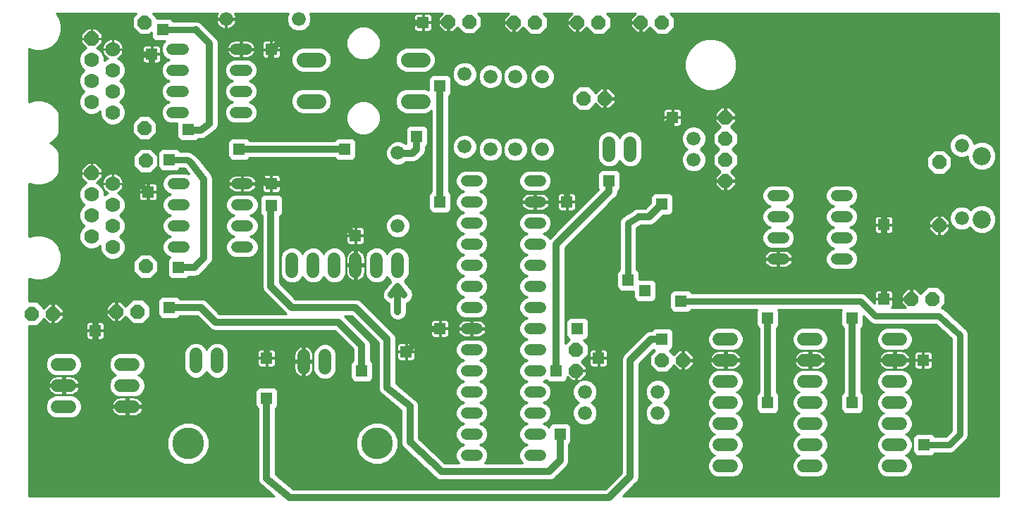
<source format=gtl>
G75*
%MOIN*%
%OFA0B0*%
%FSLAX25Y25*%
%IPPOS*%
%LPD*%
%AMOC8*
5,1,8,0,0,1.08239X$1,22.5*
%
%ADD10OC8,0.06600*%
%ADD11C,0.06600*%
%ADD12C,0.05200*%
%ADD13C,0.07050*%
%ADD14C,0.06000*%
%ADD15C,0.07000*%
%ADD16OC8,0.07000*%
%ADD17C,0.15000*%
%ADD18C,0.05937*%
%ADD19C,0.08600*%
%ADD20C,0.03200*%
%ADD21R,0.05600X0.05600*%
%ADD22C,0.03000*%
%ADD23C,0.01000*%
D10*
X0028093Y0145933D03*
X0038093Y0145933D03*
X0068093Y0146933D03*
X0078093Y0146933D03*
X0081843Y0168433D03*
X0081843Y0218433D03*
X0081343Y0233933D03*
X0081343Y0283933D03*
X0224968Y0284183D03*
X0234968Y0284183D03*
X0256093Y0283933D03*
X0266093Y0283933D03*
X0286093Y0283933D03*
X0296093Y0283933D03*
X0316093Y0283933D03*
X0326093Y0283933D03*
X0299093Y0247933D03*
X0289093Y0247933D03*
X0356093Y0238933D03*
X0356093Y0228933D03*
X0356093Y0218933D03*
X0356093Y0208933D03*
X0457218Y0217808D03*
X0457218Y0187808D03*
X0454093Y0152933D03*
X0444093Y0152933D03*
X0336093Y0123933D03*
X0326093Y0123933D03*
X0285468Y0118933D03*
X0285468Y0128933D03*
D11*
X0289593Y0108933D03*
X0289593Y0098933D03*
X0324043Y0098933D03*
X0324043Y0108933D03*
X0201137Y0187601D03*
X0201137Y0222051D03*
X0232718Y0225058D03*
X0244968Y0223858D03*
X0256718Y0223858D03*
X0269468Y0223858D03*
X0269468Y0258308D03*
X0256718Y0258308D03*
X0244968Y0258308D03*
X0232718Y0259508D03*
X0154343Y0285558D03*
X0119893Y0285558D03*
X0341093Y0228933D03*
X0341093Y0218933D03*
X0467843Y0225633D03*
X0467843Y0191183D03*
D12*
X0413693Y0191933D02*
X0408493Y0191933D01*
X0408493Y0181933D02*
X0413693Y0181933D01*
X0413693Y0171933D02*
X0408493Y0171933D01*
X0383693Y0171933D02*
X0378493Y0171933D01*
X0378493Y0181933D02*
X0383693Y0181933D01*
X0383693Y0191933D02*
X0378493Y0191933D01*
X0378493Y0201933D02*
X0383693Y0201933D01*
X0408493Y0201933D02*
X0413693Y0201933D01*
X0268693Y0198933D02*
X0263493Y0198933D01*
X0263493Y0208933D02*
X0268693Y0208933D01*
X0238693Y0208933D02*
X0233493Y0208933D01*
X0233493Y0198933D02*
X0238693Y0198933D01*
X0238693Y0188933D02*
X0233493Y0188933D01*
X0233493Y0178933D02*
X0238693Y0178933D01*
X0238693Y0168933D02*
X0233493Y0168933D01*
X0233493Y0158933D02*
X0238693Y0158933D01*
X0238693Y0148933D02*
X0233493Y0148933D01*
X0233493Y0138933D02*
X0238693Y0138933D01*
X0238693Y0128933D02*
X0233493Y0128933D01*
X0233493Y0118933D02*
X0238693Y0118933D01*
X0238693Y0108933D02*
X0233493Y0108933D01*
X0233493Y0098933D02*
X0238693Y0098933D01*
X0238693Y0088933D02*
X0233493Y0088933D01*
X0233493Y0078933D02*
X0238693Y0078933D01*
X0263493Y0078933D02*
X0268693Y0078933D01*
X0268693Y0088933D02*
X0263493Y0088933D01*
X0263493Y0098933D02*
X0268693Y0098933D01*
X0268693Y0108933D02*
X0263493Y0108933D01*
X0263493Y0118933D02*
X0268693Y0118933D01*
X0268693Y0128933D02*
X0263493Y0128933D01*
X0263493Y0138933D02*
X0268693Y0138933D01*
X0268693Y0148933D02*
X0263493Y0148933D01*
X0263493Y0158933D02*
X0268693Y0158933D01*
X0268693Y0168933D02*
X0263493Y0168933D01*
X0263493Y0178933D02*
X0268693Y0178933D01*
X0268693Y0188933D02*
X0263493Y0188933D01*
X0130068Y0187558D02*
X0124868Y0187558D01*
X0124868Y0177558D02*
X0130068Y0177558D01*
X0130068Y0197558D02*
X0124868Y0197558D01*
X0124868Y0207558D02*
X0130068Y0207558D01*
X0100068Y0207558D02*
X0094868Y0207558D01*
X0094868Y0197558D02*
X0100068Y0197558D01*
X0100068Y0187558D02*
X0094868Y0187558D01*
X0094868Y0177558D02*
X0100068Y0177558D01*
X0099568Y0241308D02*
X0094368Y0241308D01*
X0094368Y0251308D02*
X0099568Y0251308D01*
X0099568Y0261308D02*
X0094368Y0261308D01*
X0094368Y0271308D02*
X0099568Y0271308D01*
X0124368Y0271308D02*
X0129568Y0271308D01*
X0129568Y0261308D02*
X0124368Y0261308D01*
X0124368Y0251308D02*
X0129568Y0251308D01*
X0129568Y0241308D02*
X0124368Y0241308D01*
D13*
X0156718Y0246633D02*
X0163768Y0246633D01*
X0163768Y0266233D02*
X0156718Y0266233D01*
X0205918Y0266233D02*
X0212968Y0266233D01*
X0212968Y0246633D02*
X0205918Y0246633D01*
D14*
X0301093Y0226933D02*
X0301093Y0220933D01*
X0311093Y0220933D02*
X0311093Y0226933D01*
X0201093Y0171933D02*
X0201093Y0165933D01*
X0191093Y0165933D02*
X0191093Y0171933D01*
X0181093Y0171933D02*
X0181093Y0165933D01*
X0171093Y0165933D02*
X0171093Y0171933D01*
X0161093Y0171933D02*
X0161093Y0165933D01*
X0151093Y0165933D02*
X0151093Y0171933D01*
X0076093Y0121933D02*
X0070093Y0121933D01*
X0070093Y0111933D02*
X0076093Y0111933D01*
X0076093Y0101933D02*
X0070093Y0101933D01*
X0046093Y0101933D02*
X0040093Y0101933D01*
X0040093Y0111933D02*
X0046093Y0111933D01*
X0046093Y0121933D02*
X0040093Y0121933D01*
D15*
X0066250Y0177565D03*
X0056250Y0182565D03*
X0066250Y0187565D03*
X0056250Y0192565D03*
X0066250Y0197565D03*
X0056250Y0202565D03*
X0066250Y0207565D03*
X0066250Y0241315D03*
X0056250Y0246315D03*
X0066250Y0251315D03*
X0056250Y0256315D03*
X0066250Y0261315D03*
X0056250Y0266315D03*
X0066250Y0271315D03*
D16*
X0056250Y0276315D03*
X0056250Y0212565D03*
D17*
X0101854Y0084543D03*
X0191224Y0084543D03*
D18*
X0166593Y0120340D02*
X0166593Y0126277D01*
X0156593Y0126277D02*
X0156593Y0120340D01*
X0115593Y0120840D02*
X0115593Y0126777D01*
X0105593Y0126777D02*
X0105593Y0120840D01*
X0353124Y0123933D02*
X0359061Y0123933D01*
X0359061Y0113933D02*
X0353124Y0113933D01*
X0353124Y0103933D02*
X0359061Y0103933D01*
X0359061Y0093933D02*
X0353124Y0093933D01*
X0353124Y0083933D02*
X0359061Y0083933D01*
X0359061Y0073933D02*
X0353124Y0073933D01*
X0393124Y0073933D02*
X0399061Y0073933D01*
X0399061Y0083933D02*
X0393124Y0083933D01*
X0393124Y0093933D02*
X0399061Y0093933D01*
X0399061Y0103933D02*
X0393124Y0103933D01*
X0393124Y0113933D02*
X0399061Y0113933D01*
X0399061Y0123933D02*
X0393124Y0123933D01*
X0393124Y0133933D02*
X0399061Y0133933D01*
X0433124Y0133933D02*
X0439061Y0133933D01*
X0439061Y0123933D02*
X0433124Y0123933D01*
X0433124Y0113933D02*
X0439061Y0113933D01*
X0439061Y0103933D02*
X0433124Y0103933D01*
X0433124Y0093933D02*
X0439061Y0093933D01*
X0439061Y0083933D02*
X0433124Y0083933D01*
X0433124Y0073933D02*
X0439061Y0073933D01*
X0359061Y0133933D02*
X0353124Y0133933D01*
D19*
X0477343Y0190683D03*
X0477343Y0220683D03*
D20*
X0416093Y0143933D02*
X0416093Y0103933D01*
X0376093Y0103933D02*
X0376093Y0143933D01*
X0326093Y0133933D02*
X0321093Y0133933D01*
X0311093Y0123933D01*
X0311093Y0068933D01*
X0301093Y0058933D01*
X0150093Y0058933D01*
X0139093Y0067933D01*
X0139093Y0105933D01*
X0184093Y0118933D02*
X0184093Y0130933D01*
X0173093Y0141933D01*
X0115093Y0141933D01*
X0108093Y0148933D01*
X0093093Y0148933D01*
X0097468Y0167808D02*
X0104843Y0167808D01*
X0109468Y0172433D01*
X0109468Y0209683D01*
X0104108Y0216514D01*
X0103093Y0217808D01*
X0102093Y0232933D02*
X0108093Y0232933D01*
X0112093Y0235933D01*
X0112093Y0273933D01*
X0105593Y0280433D01*
X0156093Y0273933D02*
X0166093Y0283933D01*
X0221093Y0253933D02*
X0221093Y0198933D01*
X0208093Y0221933D02*
X0201255Y0221933D01*
X0201137Y0222051D01*
X0208093Y0221933D02*
X0210143Y0223983D01*
X0210143Y0229933D01*
X0176093Y0223933D02*
X0126093Y0223933D01*
X0141343Y0197183D02*
X0141093Y0196933D01*
X0141093Y0158933D01*
X0151093Y0148933D01*
X0181093Y0148933D01*
X0196093Y0133933D01*
X0196093Y0110933D01*
X0206843Y0102058D01*
X0206843Y0085183D01*
X0221843Y0071183D01*
X0272593Y0071183D01*
X0277843Y0076433D01*
X0277843Y0088933D01*
X0276093Y0118933D02*
X0276093Y0178933D01*
X0301093Y0203933D01*
X0301093Y0208933D01*
X0320093Y0191933D02*
X0326093Y0197933D01*
X0320093Y0191933D02*
X0315093Y0191933D01*
X0204093Y0154933D02*
X0201093Y0158933D01*
X0198093Y0154933D01*
X0201093Y0158933D02*
X0201093Y0146933D01*
D21*
X0221093Y0138933D03*
X0205093Y0127933D03*
X0184093Y0118933D03*
X0139093Y0124933D03*
X0139093Y0105933D03*
X0093093Y0148933D03*
X0097468Y0167808D03*
X0141343Y0197183D03*
X0141218Y0207558D03*
X0126093Y0223933D03*
X0102093Y0233058D03*
X0093093Y0218933D03*
X0082968Y0203683D03*
X0176093Y0223933D03*
X0210143Y0229933D03*
X0221093Y0253933D03*
X0213093Y0283933D03*
X0141218Y0271183D03*
X0089968Y0280433D03*
X0084718Y0268933D03*
X0221093Y0198933D03*
X0181093Y0182933D03*
X0281093Y0198933D03*
X0301093Y0208933D03*
X0326093Y0197933D03*
X0310093Y0161933D03*
X0318093Y0156933D03*
X0335093Y0151933D03*
X0326093Y0133933D03*
X0296093Y0124933D03*
X0276093Y0118933D03*
X0286093Y0138933D03*
X0277843Y0088933D03*
X0376093Y0103933D03*
X0416093Y0103933D03*
X0450093Y0083933D03*
X0449593Y0123933D03*
X0416093Y0143933D03*
X0431093Y0152933D03*
X0376093Y0143933D03*
X0431093Y0188058D03*
X0331093Y0238933D03*
X0058093Y0137933D03*
D22*
X0058093Y0096933D01*
X0062093Y0092933D01*
X0083093Y0092933D01*
X0095093Y0104933D01*
X0095093Y0126933D01*
X0101093Y0134933D01*
X0135093Y0134933D01*
X0139093Y0128933D01*
X0139093Y0124933D01*
X0205093Y0127933D02*
X0216093Y0138933D01*
X0221093Y0138933D01*
X0296093Y0124933D02*
X0296093Y0186933D01*
X0329093Y0218933D01*
X0329093Y0236933D01*
X0331093Y0238933D01*
X0326093Y0233933D01*
X0294093Y0233933D01*
X0281093Y0220933D01*
X0281093Y0198933D01*
X0310093Y0188933D02*
X0310093Y0161933D01*
X0335093Y0151933D02*
X0420093Y0151933D01*
X0427093Y0144933D01*
X0457093Y0144933D01*
X0467093Y0135933D01*
X0467093Y0088933D01*
X0462093Y0083933D01*
X0450093Y0083933D01*
X0431093Y0152933D02*
X0431093Y0188058D01*
X0431093Y0205933D01*
X0423093Y0213933D01*
X0378093Y0213933D01*
X0368093Y0201933D01*
X0341093Y0201933D01*
X0329093Y0218933D01*
X0315093Y0191933D02*
X0310093Y0188933D01*
X0181093Y0182933D02*
X0156468Y0207558D01*
X0141218Y0207558D01*
X0139468Y0207558D01*
X0130093Y0216933D01*
X0121093Y0216933D01*
X0112093Y0225933D01*
X0119093Y0232933D01*
X0134093Y0232933D01*
X0141093Y0239933D01*
X0141093Y0271058D01*
X0141218Y0271183D01*
X0143968Y0273933D01*
X0156093Y0273933D01*
X0166093Y0283933D02*
X0213093Y0283933D01*
X0112093Y0225933D02*
X0094093Y0225933D01*
X0089718Y0228308D01*
X0089718Y0236308D01*
X0084468Y0241558D01*
X0084718Y0268933D01*
X0079093Y0268933D01*
X0064093Y0283933D01*
X0049093Y0283933D01*
X0042093Y0276933D01*
X0042093Y0210933D01*
X0052093Y0220933D01*
X0065718Y0220933D01*
X0082968Y0203683D01*
X0101689Y0218933D02*
X0104108Y0216514D01*
X0101689Y0218933D02*
X0093093Y0218933D01*
X0042093Y0210933D02*
X0042093Y0176933D01*
X0058093Y0161933D01*
X0058093Y0137933D01*
X0089968Y0280433D02*
X0105593Y0280433D01*
D23*
X0026793Y0140133D02*
X0026793Y0059633D01*
X0142762Y0059633D01*
X0136965Y0064377D01*
X0136770Y0064457D01*
X0136338Y0064889D01*
X0135865Y0065276D01*
X0135766Y0065462D01*
X0135617Y0065611D01*
X0135383Y0066175D01*
X0135094Y0066714D01*
X0135073Y0066923D01*
X0134993Y0067118D01*
X0134993Y0067729D01*
X0134932Y0068337D01*
X0134993Y0068538D01*
X0134993Y0100966D01*
X0134876Y0101014D01*
X0134173Y0101717D01*
X0133793Y0102636D01*
X0133793Y0109230D01*
X0134173Y0110149D01*
X0134876Y0110852D01*
X0135795Y0111233D01*
X0142390Y0111233D01*
X0143309Y0110852D01*
X0144012Y0110149D01*
X0144393Y0109230D01*
X0144393Y0102636D01*
X0144012Y0101717D01*
X0143309Y0101014D01*
X0143193Y0100966D01*
X0143193Y0069876D01*
X0151556Y0063033D01*
X0299394Y0063033D01*
X0306993Y0070631D01*
X0306993Y0124749D01*
X0307617Y0126256D01*
X0308770Y0127409D01*
X0318770Y0137409D01*
X0320277Y0138033D01*
X0321125Y0138033D01*
X0321173Y0138149D01*
X0321876Y0138852D01*
X0322795Y0139233D01*
X0329390Y0139233D01*
X0330309Y0138852D01*
X0331012Y0138149D01*
X0331393Y0137230D01*
X0331393Y0130636D01*
X0331012Y0129717D01*
X0330309Y0129014D01*
X0329535Y0128693D01*
X0331800Y0126428D01*
X0334104Y0128733D01*
X0335792Y0128733D01*
X0335792Y0124233D01*
X0336393Y0124233D01*
X0340893Y0124233D01*
X0340893Y0125921D01*
X0338081Y0128733D01*
X0336393Y0128733D01*
X0336393Y0124233D01*
X0336393Y0123633D01*
X0340892Y0123633D01*
X0340893Y0121945D01*
X0338081Y0119133D01*
X0336393Y0119133D01*
X0336393Y0123633D01*
X0335792Y0123633D01*
X0335792Y0119133D01*
X0334104Y0119133D01*
X0331800Y0121438D01*
X0328495Y0118133D01*
X0323690Y0118133D01*
X0320293Y0121531D01*
X0320293Y0126335D01*
X0322650Y0128693D01*
X0321944Y0128986D01*
X0315193Y0122235D01*
X0315193Y0068118D01*
X0314568Y0066611D01*
X0313415Y0065457D01*
X0313415Y0065457D01*
X0307591Y0059633D01*
X0485393Y0059633D01*
X0485393Y0288233D01*
X0329995Y0288233D01*
X0331893Y0286335D01*
X0331893Y0281531D01*
X0328495Y0278133D01*
X0323690Y0278133D01*
X0320385Y0281438D01*
X0318081Y0279133D01*
X0316393Y0279133D01*
X0316393Y0283633D01*
X0315792Y0283633D01*
X0311293Y0283633D01*
X0311293Y0281945D01*
X0314104Y0279133D01*
X0315792Y0279133D01*
X0315792Y0283633D01*
X0315792Y0284233D01*
X0311293Y0284233D01*
X0311293Y0285921D01*
X0313604Y0288233D01*
X0299995Y0288233D01*
X0301893Y0286335D01*
X0301893Y0281531D01*
X0298495Y0278133D01*
X0293690Y0278133D01*
X0290385Y0281438D01*
X0288081Y0279133D01*
X0286393Y0279133D01*
X0286393Y0283633D01*
X0285792Y0283633D01*
X0281293Y0283633D01*
X0281293Y0281945D01*
X0284104Y0279133D01*
X0285792Y0279133D01*
X0285792Y0283633D01*
X0285792Y0284233D01*
X0281293Y0284233D01*
X0281293Y0285921D01*
X0283604Y0288233D01*
X0269995Y0288233D01*
X0271893Y0286335D01*
X0271893Y0281531D01*
X0268495Y0278133D01*
X0263690Y0278133D01*
X0260385Y0281438D01*
X0258081Y0279133D01*
X0256393Y0279133D01*
X0256393Y0283633D01*
X0255792Y0283633D01*
X0251293Y0283633D01*
X0251293Y0281945D01*
X0254104Y0279133D01*
X0255792Y0279133D01*
X0255792Y0283633D01*
X0255792Y0284233D01*
X0251293Y0284233D01*
X0251293Y0285921D01*
X0253604Y0288233D01*
X0239120Y0288233D01*
X0240768Y0286585D01*
X0240768Y0281781D01*
X0237370Y0278383D01*
X0232565Y0278383D01*
X0229260Y0281688D01*
X0226956Y0279383D01*
X0225268Y0279383D01*
X0225268Y0283883D01*
X0224667Y0283883D01*
X0220168Y0283883D01*
X0220168Y0282195D01*
X0222979Y0279383D01*
X0224667Y0279383D01*
X0224667Y0283883D01*
X0224667Y0284483D01*
X0220168Y0284483D01*
X0220168Y0286171D01*
X0222229Y0288233D01*
X0159512Y0288233D01*
X0160143Y0286712D01*
X0160143Y0284404D01*
X0159260Y0282273D01*
X0157628Y0280641D01*
X0155496Y0279758D01*
X0153189Y0279758D01*
X0151057Y0280641D01*
X0149426Y0282273D01*
X0148543Y0284404D01*
X0148543Y0286712D01*
X0149173Y0288233D01*
X0123882Y0288233D01*
X0123998Y0288074D01*
X0124341Y0287401D01*
X0124574Y0286682D01*
X0124693Y0285936D01*
X0124693Y0285747D01*
X0120082Y0285747D01*
X0120082Y0285369D01*
X0124692Y0285369D01*
X0124693Y0285180D01*
X0124574Y0284434D01*
X0124341Y0283716D01*
X0123998Y0283042D01*
X0123554Y0282431D01*
X0123020Y0281897D01*
X0122408Y0281453D01*
X0121735Y0281110D01*
X0121017Y0280876D01*
X0120270Y0280758D01*
X0120081Y0280758D01*
X0120081Y0285369D01*
X0119704Y0285369D01*
X0119704Y0280758D01*
X0119515Y0280758D01*
X0118769Y0280876D01*
X0118050Y0281110D01*
X0117377Y0281453D01*
X0116766Y0281897D01*
X0116231Y0282431D01*
X0115787Y0283042D01*
X0115444Y0283716D01*
X0115211Y0284434D01*
X0115093Y0285180D01*
X0115093Y0285369D01*
X0119703Y0285369D01*
X0119703Y0285747D01*
X0115093Y0285747D01*
X0115093Y0285936D01*
X0115211Y0286682D01*
X0115444Y0287401D01*
X0115787Y0288074D01*
X0115903Y0288233D01*
X0085245Y0288233D01*
X0087143Y0286335D01*
X0087143Y0285733D01*
X0093265Y0285733D01*
X0094184Y0285352D01*
X0094887Y0284649D01*
X0094976Y0284433D01*
X0104536Y0284433D01*
X0104777Y0284533D01*
X0106408Y0284533D01*
X0107915Y0283909D01*
X0115568Y0276256D01*
X0116193Y0274749D01*
X0116193Y0236450D01*
X0116267Y0236161D01*
X0116193Y0235642D01*
X0116193Y0235118D01*
X0116078Y0234842D01*
X0116036Y0234546D01*
X0115769Y0234095D01*
X0115568Y0233611D01*
X0115357Y0233399D01*
X0115205Y0233142D01*
X0114786Y0232828D01*
X0114415Y0232457D01*
X0114139Y0232343D01*
X0110786Y0229828D01*
X0110415Y0229457D01*
X0110139Y0229343D01*
X0109900Y0229164D01*
X0109392Y0229034D01*
X0108908Y0228833D01*
X0108609Y0228833D01*
X0108320Y0228759D01*
X0107801Y0228833D01*
X0107003Y0228833D01*
X0106309Y0228139D01*
X0105390Y0227758D01*
X0098795Y0227758D01*
X0097876Y0228139D01*
X0097173Y0228842D01*
X0096793Y0229761D01*
X0096793Y0236208D01*
X0093353Y0236208D01*
X0091479Y0236984D01*
X0090044Y0238419D01*
X0089268Y0240294D01*
X0089268Y0242323D01*
X0090044Y0244197D01*
X0091479Y0245632D01*
X0093112Y0246308D01*
X0091479Y0246984D01*
X0090044Y0248419D01*
X0089268Y0250294D01*
X0089268Y0252323D01*
X0090044Y0254197D01*
X0091479Y0255632D01*
X0093112Y0256308D01*
X0091479Y0256984D01*
X0090044Y0258419D01*
X0089268Y0260294D01*
X0089268Y0262323D01*
X0090044Y0264197D01*
X0091479Y0265632D01*
X0093112Y0266308D01*
X0091479Y0266984D01*
X0090044Y0268419D01*
X0089268Y0270294D01*
X0089268Y0272323D01*
X0090044Y0274197D01*
X0090980Y0275133D01*
X0086670Y0275133D01*
X0085751Y0275514D01*
X0085048Y0276217D01*
X0084668Y0277136D01*
X0084668Y0279056D01*
X0083745Y0278133D01*
X0078940Y0278133D01*
X0075543Y0281531D01*
X0075543Y0286335D01*
X0077440Y0288233D01*
X0039604Y0288233D01*
X0039892Y0287946D01*
X0041313Y0285483D01*
X0042049Y0282737D01*
X0042049Y0279893D01*
X0041313Y0277147D01*
X0039892Y0274684D01*
X0037881Y0272673D01*
X0035418Y0271252D01*
X0032672Y0270516D01*
X0029828Y0270516D01*
X0027082Y0271252D01*
X0026793Y0271419D01*
X0026793Y0246211D01*
X0027082Y0246378D01*
X0029828Y0247114D01*
X0032672Y0247114D01*
X0035418Y0246378D01*
X0037881Y0244956D01*
X0039892Y0242946D01*
X0041313Y0240483D01*
X0042049Y0237737D01*
X0042049Y0234893D01*
X0041313Y0232147D01*
X0039892Y0229684D01*
X0037881Y0227673D01*
X0036610Y0226940D01*
X0037881Y0226206D01*
X0039892Y0224196D01*
X0041313Y0221733D01*
X0042049Y0218987D01*
X0042049Y0216143D01*
X0041313Y0213397D01*
X0039892Y0210934D01*
X0037881Y0208923D01*
X0035418Y0207502D01*
X0032672Y0206766D01*
X0029828Y0206766D01*
X0027082Y0207502D01*
X0026793Y0207669D01*
X0026793Y0182461D01*
X0027082Y0182628D01*
X0029828Y0183364D01*
X0032672Y0183364D01*
X0035418Y0182628D01*
X0037881Y0181206D01*
X0039892Y0179196D01*
X0041313Y0176733D01*
X0042049Y0173987D01*
X0042049Y0171143D01*
X0041313Y0168397D01*
X0039892Y0165934D01*
X0037881Y0163923D01*
X0035418Y0162502D01*
X0032672Y0161766D01*
X0029828Y0161766D01*
X0027082Y0162502D01*
X0026793Y0162669D01*
X0026793Y0151733D01*
X0030495Y0151733D01*
X0033800Y0148428D01*
X0036104Y0150733D01*
X0037792Y0150733D01*
X0037792Y0146233D01*
X0038393Y0146233D01*
X0042893Y0146233D01*
X0042893Y0147921D01*
X0040081Y0150733D01*
X0038393Y0150733D01*
X0038393Y0146233D01*
X0038393Y0145633D01*
X0042892Y0145633D01*
X0042893Y0143945D01*
X0040081Y0141133D01*
X0038393Y0141133D01*
X0038393Y0145633D01*
X0037792Y0145633D01*
X0037792Y0141133D01*
X0036104Y0141133D01*
X0033800Y0143438D01*
X0030495Y0140133D01*
X0026793Y0140133D01*
X0026793Y0139805D02*
X0053793Y0139805D01*
X0053793Y0138807D02*
X0026793Y0138807D01*
X0026793Y0137808D02*
X0057903Y0137808D01*
X0057903Y0137744D02*
X0053793Y0137744D01*
X0053793Y0134936D01*
X0053895Y0134554D01*
X0054092Y0134212D01*
X0054371Y0133933D01*
X0054714Y0133735D01*
X0055095Y0133633D01*
X0057904Y0133633D01*
X0057904Y0137744D01*
X0058281Y0137744D01*
X0058281Y0133633D01*
X0061090Y0133633D01*
X0061471Y0133735D01*
X0061814Y0133933D01*
X0062093Y0134212D01*
X0062290Y0134554D01*
X0062393Y0134936D01*
X0062393Y0137744D01*
X0058282Y0137744D01*
X0058282Y0138122D01*
X0062393Y0138122D01*
X0062393Y0140931D01*
X0062290Y0141312D01*
X0062093Y0141654D01*
X0061814Y0141933D01*
X0061471Y0142131D01*
X0061090Y0142233D01*
X0058281Y0142233D01*
X0058281Y0138122D01*
X0057904Y0138122D01*
X0057904Y0142233D01*
X0055095Y0142233D01*
X0054714Y0142131D01*
X0054371Y0141933D01*
X0054092Y0141654D01*
X0053895Y0141312D01*
X0053793Y0140931D01*
X0053793Y0138122D01*
X0057903Y0138122D01*
X0057903Y0137744D01*
X0058282Y0137808D02*
X0171419Y0137808D01*
X0171394Y0137833D02*
X0179993Y0129235D01*
X0179993Y0123901D01*
X0179876Y0123852D01*
X0179173Y0123149D01*
X0178793Y0122230D01*
X0178793Y0115636D01*
X0179173Y0114717D01*
X0179876Y0114014D01*
X0180795Y0113633D01*
X0187390Y0113633D01*
X0188309Y0114014D01*
X0189012Y0114717D01*
X0189393Y0115636D01*
X0189393Y0122230D01*
X0189012Y0123149D01*
X0188309Y0123852D01*
X0188193Y0123901D01*
X0188193Y0131749D01*
X0187568Y0133256D01*
X0176568Y0144256D01*
X0175991Y0144833D01*
X0179394Y0144833D01*
X0191993Y0132235D01*
X0191993Y0111547D01*
X0191934Y0111355D01*
X0191993Y0110738D01*
X0191993Y0110118D01*
X0192070Y0109932D01*
X0192089Y0109731D01*
X0192379Y0109184D01*
X0192617Y0108611D01*
X0192759Y0108468D01*
X0192853Y0108291D01*
X0193332Y0107896D01*
X0193770Y0107457D01*
X0193956Y0107380D01*
X0202743Y0100126D01*
X0202743Y0085925D01*
X0202717Y0085857D01*
X0202743Y0085112D01*
X0202743Y0084368D01*
X0202771Y0084300D01*
X0202773Y0084227D01*
X0203082Y0083549D01*
X0203367Y0082861D01*
X0203418Y0082809D01*
X0203449Y0082742D01*
X0203993Y0082234D01*
X0204520Y0081707D01*
X0204588Y0081679D01*
X0218993Y0068234D01*
X0219520Y0067707D01*
X0219588Y0067679D01*
X0219641Y0067629D01*
X0220339Y0067368D01*
X0221027Y0067083D01*
X0221100Y0067083D01*
X0221169Y0067057D01*
X0221913Y0067083D01*
X0273408Y0067083D01*
X0274915Y0067707D01*
X0276068Y0068861D01*
X0280165Y0072957D01*
X0281318Y0074111D01*
X0281943Y0075618D01*
X0281943Y0083966D01*
X0282059Y0084014D01*
X0282762Y0084717D01*
X0283143Y0085636D01*
X0283143Y0092230D01*
X0282762Y0093149D01*
X0282059Y0093852D01*
X0281140Y0094233D01*
X0274545Y0094233D01*
X0273626Y0093852D01*
X0272923Y0093149D01*
X0272562Y0092276D01*
X0271581Y0093257D01*
X0269948Y0093933D01*
X0271581Y0094609D01*
X0273016Y0096044D01*
X0273793Y0097919D01*
X0273793Y0099948D01*
X0273016Y0101822D01*
X0271581Y0103257D01*
X0269948Y0103933D01*
X0271581Y0104609D01*
X0273016Y0106044D01*
X0273793Y0107919D01*
X0273793Y0109948D01*
X0273016Y0111822D01*
X0271581Y0113257D01*
X0269948Y0113933D01*
X0271369Y0114521D01*
X0271876Y0114014D01*
X0272795Y0113633D01*
X0279390Y0113633D01*
X0280309Y0114014D01*
X0281012Y0114717D01*
X0281393Y0115636D01*
X0281393Y0116220D01*
X0283479Y0114133D01*
X0285279Y0114133D01*
X0285279Y0118744D01*
X0285656Y0118744D01*
X0285656Y0114133D01*
X0286990Y0114133D01*
X0286307Y0113850D01*
X0284676Y0112219D01*
X0283793Y0110087D01*
X0283793Y0107779D01*
X0284676Y0105648D01*
X0286307Y0104016D01*
X0286507Y0103933D01*
X0286307Y0103850D01*
X0284676Y0102219D01*
X0283793Y0100087D01*
X0283793Y0097779D01*
X0284676Y0095648D01*
X0286307Y0094016D01*
X0288439Y0093133D01*
X0290746Y0093133D01*
X0292878Y0094016D01*
X0294510Y0095648D01*
X0295393Y0097779D01*
X0295393Y0100087D01*
X0294510Y0102219D01*
X0292878Y0103850D01*
X0292678Y0103933D01*
X0292878Y0104016D01*
X0294510Y0105648D01*
X0295393Y0107779D01*
X0295393Y0110087D01*
X0294510Y0112219D01*
X0292878Y0113850D01*
X0290746Y0114733D01*
X0288439Y0114733D01*
X0287785Y0114462D01*
X0290268Y0116945D01*
X0290268Y0118744D01*
X0285657Y0118744D01*
X0285657Y0119122D01*
X0290268Y0119122D01*
X0290268Y0120921D01*
X0287963Y0123226D01*
X0291268Y0126531D01*
X0291268Y0131335D01*
X0288970Y0133633D01*
X0289390Y0133633D01*
X0290309Y0134014D01*
X0291012Y0134717D01*
X0291393Y0135636D01*
X0291393Y0142230D01*
X0291012Y0143149D01*
X0290309Y0143852D01*
X0289390Y0144233D01*
X0282795Y0144233D01*
X0281876Y0143852D01*
X0281173Y0143149D01*
X0280793Y0142230D01*
X0280793Y0135636D01*
X0281173Y0134717D01*
X0281876Y0134014D01*
X0282208Y0133876D01*
X0280193Y0131860D01*
X0280193Y0177235D01*
X0303415Y0200457D01*
X0304568Y0201611D01*
X0305193Y0203118D01*
X0305193Y0203966D01*
X0305309Y0204014D01*
X0306012Y0204717D01*
X0306393Y0205636D01*
X0306393Y0212230D01*
X0306012Y0213149D01*
X0305309Y0213852D01*
X0304390Y0214233D01*
X0297795Y0214233D01*
X0296876Y0213852D01*
X0296173Y0213149D01*
X0295793Y0212230D01*
X0295793Y0205636D01*
X0296145Y0204784D01*
X0273065Y0181704D01*
X0273016Y0181822D01*
X0271581Y0183257D01*
X0269948Y0183933D01*
X0271581Y0184609D01*
X0273016Y0186044D01*
X0273793Y0187919D01*
X0273793Y0189948D01*
X0273016Y0191822D01*
X0271581Y0193257D01*
X0269707Y0194033D01*
X0262478Y0194033D01*
X0260604Y0193257D01*
X0259169Y0191822D01*
X0258393Y0189948D01*
X0258393Y0187919D01*
X0259169Y0186044D01*
X0260604Y0184609D01*
X0262237Y0183933D01*
X0260604Y0183257D01*
X0259169Y0181822D01*
X0258393Y0179948D01*
X0258393Y0177919D01*
X0259169Y0176044D01*
X0260604Y0174609D01*
X0262237Y0173933D01*
X0260604Y0173257D01*
X0259169Y0171822D01*
X0258393Y0169948D01*
X0258393Y0167919D01*
X0259169Y0166044D01*
X0260604Y0164609D01*
X0262237Y0163933D01*
X0260604Y0163257D01*
X0259169Y0161822D01*
X0258393Y0159948D01*
X0258393Y0157919D01*
X0259169Y0156044D01*
X0260604Y0154609D01*
X0262237Y0153933D01*
X0260604Y0153257D01*
X0259169Y0151822D01*
X0258393Y0149948D01*
X0258393Y0147919D01*
X0259169Y0146044D01*
X0260604Y0144609D01*
X0262237Y0143933D01*
X0260604Y0143257D01*
X0259169Y0141822D01*
X0258393Y0139948D01*
X0258393Y0137919D01*
X0259169Y0136044D01*
X0260604Y0134609D01*
X0262237Y0133933D01*
X0260604Y0133257D01*
X0259169Y0131822D01*
X0258393Y0129948D01*
X0258393Y0127919D01*
X0259169Y0126044D01*
X0260604Y0124609D01*
X0262237Y0123933D01*
X0260604Y0123257D01*
X0259169Y0121822D01*
X0258393Y0119948D01*
X0258393Y0117919D01*
X0259169Y0116044D01*
X0260604Y0114609D01*
X0262237Y0113933D01*
X0260604Y0113257D01*
X0259169Y0111822D01*
X0258393Y0109948D01*
X0258393Y0107919D01*
X0259169Y0106044D01*
X0260604Y0104609D01*
X0262237Y0103933D01*
X0260604Y0103257D01*
X0259169Y0101822D01*
X0258393Y0099948D01*
X0258393Y0097919D01*
X0259169Y0096044D01*
X0260604Y0094609D01*
X0262237Y0093933D01*
X0260604Y0093257D01*
X0259169Y0091822D01*
X0258393Y0089948D01*
X0258393Y0087919D01*
X0259169Y0086044D01*
X0260604Y0084609D01*
X0262237Y0083933D01*
X0260604Y0083257D01*
X0259169Y0081822D01*
X0258393Y0079948D01*
X0258393Y0077919D01*
X0259169Y0076044D01*
X0259930Y0075283D01*
X0242255Y0075283D01*
X0243016Y0076044D01*
X0243793Y0077919D01*
X0243793Y0079948D01*
X0243016Y0081822D01*
X0241581Y0083257D01*
X0239948Y0083933D01*
X0241581Y0084609D01*
X0243016Y0086044D01*
X0243793Y0087919D01*
X0243793Y0089948D01*
X0243016Y0091822D01*
X0241581Y0093257D01*
X0239948Y0093933D01*
X0241581Y0094609D01*
X0243016Y0096044D01*
X0243793Y0097919D01*
X0243793Y0099948D01*
X0243016Y0101822D01*
X0241581Y0103257D01*
X0239948Y0103933D01*
X0241581Y0104609D01*
X0243016Y0106044D01*
X0243793Y0107919D01*
X0243793Y0109948D01*
X0243016Y0111822D01*
X0241581Y0113257D01*
X0239948Y0113933D01*
X0241581Y0114609D01*
X0243016Y0116044D01*
X0243793Y0117919D01*
X0243793Y0119948D01*
X0243016Y0121822D01*
X0241581Y0123257D01*
X0239948Y0123933D01*
X0241581Y0124609D01*
X0243016Y0126044D01*
X0243793Y0127919D01*
X0243793Y0129948D01*
X0243016Y0131822D01*
X0241581Y0133257D01*
X0239707Y0134033D01*
X0232478Y0134033D01*
X0230604Y0133257D01*
X0229169Y0131822D01*
X0228393Y0129948D01*
X0228393Y0127919D01*
X0229169Y0126044D01*
X0230604Y0124609D01*
X0232237Y0123933D01*
X0230604Y0123257D01*
X0229169Y0121822D01*
X0228393Y0119948D01*
X0228393Y0117919D01*
X0229169Y0116044D01*
X0230604Y0114609D01*
X0232237Y0113933D01*
X0230604Y0113257D01*
X0229169Y0111822D01*
X0228393Y0109948D01*
X0228393Y0107919D01*
X0229169Y0106044D01*
X0230604Y0104609D01*
X0232237Y0103933D01*
X0230604Y0103257D01*
X0229169Y0101822D01*
X0228393Y0099948D01*
X0228393Y0097919D01*
X0229169Y0096044D01*
X0230604Y0094609D01*
X0232237Y0093933D01*
X0230604Y0093257D01*
X0229169Y0091822D01*
X0228393Y0089948D01*
X0228393Y0087919D01*
X0229169Y0086044D01*
X0230604Y0084609D01*
X0232237Y0083933D01*
X0230604Y0083257D01*
X0229169Y0081822D01*
X0228393Y0079948D01*
X0228393Y0077919D01*
X0229169Y0076044D01*
X0229930Y0075283D01*
X0223459Y0075283D01*
X0210943Y0086965D01*
X0210943Y0101444D01*
X0211001Y0101636D01*
X0210943Y0102253D01*
X0210943Y0102874D01*
X0210865Y0103060D01*
X0210846Y0103260D01*
X0210556Y0103808D01*
X0210318Y0104381D01*
X0210176Y0104523D01*
X0210082Y0104701D01*
X0209603Y0105095D01*
X0209165Y0105534D01*
X0208979Y0105611D01*
X0200193Y0112865D01*
X0200193Y0134749D01*
X0199568Y0136256D01*
X0184568Y0151256D01*
X0183415Y0152409D01*
X0181908Y0153033D01*
X0152791Y0153033D01*
X0145193Y0160631D01*
X0145193Y0192112D01*
X0145559Y0192264D01*
X0146262Y0192967D01*
X0146643Y0193886D01*
X0146643Y0200480D01*
X0146262Y0201399D01*
X0145559Y0202102D01*
X0144640Y0202483D01*
X0138045Y0202483D01*
X0137126Y0202102D01*
X0136423Y0201399D01*
X0136043Y0200480D01*
X0136043Y0193886D01*
X0136423Y0192967D01*
X0136993Y0192398D01*
X0136993Y0158118D01*
X0137617Y0156611D01*
X0138770Y0155457D01*
X0148194Y0146033D01*
X0116791Y0146033D01*
X0111568Y0151256D01*
X0110415Y0152409D01*
X0108908Y0153033D01*
X0098060Y0153033D01*
X0098012Y0153149D01*
X0097309Y0153852D01*
X0096390Y0154233D01*
X0089795Y0154233D01*
X0088876Y0153852D01*
X0088173Y0153149D01*
X0087793Y0152230D01*
X0087793Y0145636D01*
X0088173Y0144717D01*
X0088876Y0144014D01*
X0089795Y0143633D01*
X0096390Y0143633D01*
X0097309Y0144014D01*
X0098012Y0144717D01*
X0098060Y0144833D01*
X0106394Y0144833D01*
X0112770Y0138457D01*
X0114277Y0137833D01*
X0171394Y0137833D01*
X0172418Y0136810D02*
X0062393Y0136810D01*
X0062393Y0135811D02*
X0173416Y0135811D01*
X0174415Y0134812D02*
X0062360Y0134812D01*
X0061608Y0133814D02*
X0175413Y0133814D01*
X0176412Y0132815D02*
X0026793Y0132815D01*
X0026793Y0131817D02*
X0103471Y0131817D01*
X0102495Y0131413D02*
X0100957Y0129874D01*
X0100124Y0127864D01*
X0100124Y0119752D01*
X0100957Y0117742D01*
X0102495Y0116204D01*
X0104505Y0115371D01*
X0106680Y0115371D01*
X0108690Y0116204D01*
X0110228Y0117742D01*
X0110593Y0118621D01*
X0110957Y0117742D01*
X0112495Y0116204D01*
X0114505Y0115371D01*
X0116680Y0115371D01*
X0118690Y0116204D01*
X0120228Y0117742D01*
X0121061Y0119752D01*
X0121061Y0127864D01*
X0120228Y0129874D01*
X0118690Y0131413D01*
X0116680Y0132245D01*
X0114505Y0132245D01*
X0112495Y0131413D01*
X0110957Y0129874D01*
X0110593Y0128995D01*
X0110228Y0129874D01*
X0108690Y0131413D01*
X0106680Y0132245D01*
X0104505Y0132245D01*
X0102495Y0131413D01*
X0101901Y0130818D02*
X0026793Y0130818D01*
X0026793Y0129820D02*
X0100934Y0129820D01*
X0100520Y0128821D02*
X0026793Y0128821D01*
X0026793Y0127823D02*
X0100124Y0127823D01*
X0100124Y0126824D02*
X0078656Y0126824D01*
X0079208Y0126596D02*
X0077187Y0127433D01*
X0068998Y0127433D01*
X0066977Y0126596D01*
X0065430Y0125049D01*
X0064593Y0123027D01*
X0064593Y0120839D01*
X0065430Y0118818D01*
X0066977Y0117270D01*
X0067791Y0116933D01*
X0066977Y0116596D01*
X0065430Y0115049D01*
X0064593Y0113027D01*
X0064593Y0110839D01*
X0065430Y0108818D01*
X0066977Y0107270D01*
X0068998Y0106433D01*
X0077187Y0106433D01*
X0079208Y0107270D01*
X0080755Y0108818D01*
X0081593Y0110839D01*
X0081593Y0113027D01*
X0080755Y0115049D01*
X0079208Y0116596D01*
X0078394Y0116933D01*
X0079208Y0117270D01*
X0080755Y0118818D01*
X0081593Y0120839D01*
X0081593Y0123027D01*
X0080755Y0125049D01*
X0079208Y0126596D01*
X0079978Y0125826D02*
X0100124Y0125826D01*
X0100124Y0124827D02*
X0080847Y0124827D01*
X0081260Y0123829D02*
X0100124Y0123829D01*
X0100124Y0122830D02*
X0081593Y0122830D01*
X0081593Y0121832D02*
X0100124Y0121832D01*
X0100124Y0120833D02*
X0081590Y0120833D01*
X0081177Y0119835D02*
X0100124Y0119835D01*
X0100503Y0118836D02*
X0080763Y0118836D01*
X0079775Y0117838D02*
X0100917Y0117838D01*
X0101859Y0116839D02*
X0078620Y0116839D01*
X0079963Y0115841D02*
X0103371Y0115841D01*
X0107814Y0115841D02*
X0113371Y0115841D01*
X0111859Y0116839D02*
X0109326Y0116839D01*
X0110268Y0117838D02*
X0110917Y0117838D01*
X0117814Y0115841D02*
X0163358Y0115841D01*
X0163495Y0115704D02*
X0165505Y0114871D01*
X0167680Y0114871D01*
X0169690Y0115704D01*
X0171228Y0117242D01*
X0172061Y0119252D01*
X0172061Y0127364D01*
X0171228Y0129374D01*
X0169690Y0130913D01*
X0167680Y0131745D01*
X0165505Y0131745D01*
X0163495Y0130913D01*
X0161957Y0129374D01*
X0161124Y0127364D01*
X0161124Y0119252D01*
X0161957Y0117242D01*
X0163495Y0115704D01*
X0162359Y0116839D02*
X0159377Y0116839D01*
X0159504Y0116931D02*
X0160001Y0117429D01*
X0160414Y0117998D01*
X0160734Y0118624D01*
X0160951Y0119293D01*
X0161061Y0119988D01*
X0161061Y0122824D01*
X0157077Y0122824D01*
X0157077Y0123792D01*
X0161061Y0123792D01*
X0161061Y0126628D01*
X0160951Y0127323D01*
X0160734Y0127992D01*
X0160414Y0128619D01*
X0160001Y0129188D01*
X0159504Y0129685D01*
X0158935Y0130098D01*
X0158308Y0130418D01*
X0157639Y0130635D01*
X0157077Y0130724D01*
X0157077Y0123792D01*
X0156108Y0123792D01*
X0156108Y0122824D01*
X0152124Y0122824D01*
X0152124Y0119988D01*
X0152234Y0119293D01*
X0152451Y0118624D01*
X0152771Y0117998D01*
X0153184Y0117429D01*
X0153681Y0116931D01*
X0154251Y0116518D01*
X0154877Y0116198D01*
X0155546Y0115981D01*
X0156108Y0115892D01*
X0156108Y0122824D01*
X0157077Y0122824D01*
X0157077Y0115892D01*
X0157639Y0115981D01*
X0158308Y0116198D01*
X0158935Y0116518D01*
X0159504Y0116931D01*
X0160298Y0117838D02*
X0161710Y0117838D01*
X0161296Y0118836D02*
X0160803Y0118836D01*
X0161037Y0119835D02*
X0161124Y0119835D01*
X0161124Y0120833D02*
X0161061Y0120833D01*
X0161061Y0121832D02*
X0161124Y0121832D01*
X0161124Y0122830D02*
X0157077Y0122830D01*
X0156108Y0122830D02*
X0143393Y0122830D01*
X0143393Y0121936D02*
X0143393Y0124744D01*
X0139282Y0124744D01*
X0139282Y0125122D01*
X0143393Y0125122D01*
X0143393Y0127931D01*
X0143290Y0128312D01*
X0143093Y0128654D01*
X0142814Y0128933D01*
X0142471Y0129131D01*
X0142090Y0129233D01*
X0139281Y0129233D01*
X0139281Y0125122D01*
X0138904Y0125122D01*
X0138904Y0129233D01*
X0136095Y0129233D01*
X0135714Y0129131D01*
X0135371Y0128933D01*
X0135092Y0128654D01*
X0134895Y0128312D01*
X0134793Y0127931D01*
X0134793Y0125122D01*
X0138903Y0125122D01*
X0138903Y0124744D01*
X0134793Y0124744D01*
X0134793Y0121936D01*
X0134895Y0121554D01*
X0135092Y0121212D01*
X0135371Y0120933D01*
X0135714Y0120735D01*
X0136095Y0120633D01*
X0138904Y0120633D01*
X0138904Y0124744D01*
X0139281Y0124744D01*
X0139281Y0120633D01*
X0142090Y0120633D01*
X0142471Y0120735D01*
X0142814Y0120933D01*
X0143093Y0121212D01*
X0143290Y0121554D01*
X0143393Y0121936D01*
X0143365Y0121832D02*
X0152124Y0121832D01*
X0152124Y0120833D02*
X0142641Y0120833D01*
X0143393Y0123829D02*
X0152124Y0123829D01*
X0152124Y0123792D02*
X0156108Y0123792D01*
X0156108Y0130724D01*
X0155546Y0130635D01*
X0154877Y0130418D01*
X0154251Y0130098D01*
X0153681Y0129685D01*
X0153184Y0129188D01*
X0152771Y0128619D01*
X0152451Y0127992D01*
X0152234Y0127323D01*
X0152124Y0126628D01*
X0152124Y0123792D01*
X0152124Y0124827D02*
X0139282Y0124827D01*
X0138903Y0124827D02*
X0121061Y0124827D01*
X0121061Y0123829D02*
X0134793Y0123829D01*
X0134793Y0122830D02*
X0121061Y0122830D01*
X0121061Y0121832D02*
X0134820Y0121832D01*
X0135544Y0120833D02*
X0121061Y0120833D01*
X0121061Y0119835D02*
X0152148Y0119835D01*
X0152382Y0118836D02*
X0120682Y0118836D01*
X0120268Y0117838D02*
X0152887Y0117838D01*
X0153808Y0116839D02*
X0119326Y0116839D01*
X0121061Y0125826D02*
X0134793Y0125826D01*
X0134793Y0126824D02*
X0121061Y0126824D01*
X0121061Y0127823D02*
X0134793Y0127823D01*
X0135260Y0128821D02*
X0120665Y0128821D01*
X0120251Y0129820D02*
X0153867Y0129820D01*
X0152918Y0128821D02*
X0142925Y0128821D01*
X0143393Y0127823D02*
X0152396Y0127823D01*
X0152155Y0126824D02*
X0143393Y0126824D01*
X0143393Y0125826D02*
X0152124Y0125826D01*
X0156108Y0125826D02*
X0157077Y0125826D01*
X0157077Y0126824D02*
X0156108Y0126824D01*
X0156108Y0127823D02*
X0157077Y0127823D01*
X0157077Y0128821D02*
X0156108Y0128821D01*
X0156108Y0129820D02*
X0157077Y0129820D01*
X0159318Y0129820D02*
X0162402Y0129820D01*
X0161728Y0128821D02*
X0160267Y0128821D01*
X0160789Y0127823D02*
X0161314Y0127823D01*
X0161124Y0126824D02*
X0161030Y0126824D01*
X0161061Y0125826D02*
X0161124Y0125826D01*
X0161124Y0124827D02*
X0161061Y0124827D01*
X0161061Y0123829D02*
X0161124Y0123829D01*
X0157077Y0123829D02*
X0156108Y0123829D01*
X0156108Y0124827D02*
X0157077Y0124827D01*
X0157077Y0121832D02*
X0156108Y0121832D01*
X0156108Y0120833D02*
X0157077Y0120833D01*
X0157077Y0119835D02*
X0156108Y0119835D01*
X0156108Y0118836D02*
X0157077Y0118836D01*
X0157077Y0117838D02*
X0156108Y0117838D01*
X0156108Y0116839D02*
X0157077Y0116839D01*
X0169827Y0115841D02*
X0178793Y0115841D01*
X0178793Y0116839D02*
X0170826Y0116839D01*
X0171475Y0117838D02*
X0178793Y0117838D01*
X0178793Y0118836D02*
X0171889Y0118836D01*
X0172061Y0119835D02*
X0178793Y0119835D01*
X0178793Y0120833D02*
X0172061Y0120833D01*
X0172061Y0121832D02*
X0178793Y0121832D01*
X0179041Y0122830D02*
X0172061Y0122830D01*
X0172061Y0123829D02*
X0179853Y0123829D01*
X0179993Y0124827D02*
X0172061Y0124827D01*
X0172061Y0125826D02*
X0179993Y0125826D01*
X0179993Y0126824D02*
X0172061Y0126824D01*
X0171871Y0127823D02*
X0179993Y0127823D01*
X0179993Y0128821D02*
X0171457Y0128821D01*
X0170783Y0129820D02*
X0179407Y0129820D01*
X0178409Y0130818D02*
X0169784Y0130818D01*
X0163401Y0130818D02*
X0119284Y0130818D01*
X0117714Y0131817D02*
X0177410Y0131817D01*
X0183016Y0137808D02*
X0186419Y0137808D01*
X0185421Y0138807D02*
X0182017Y0138807D01*
X0181019Y0139805D02*
X0184422Y0139805D01*
X0183424Y0140804D02*
X0180020Y0140804D01*
X0179022Y0141802D02*
X0182425Y0141802D01*
X0181427Y0142801D02*
X0178023Y0142801D01*
X0177025Y0143799D02*
X0180428Y0143799D01*
X0179430Y0144798D02*
X0176026Y0144798D01*
X0185035Y0150789D02*
X0196993Y0150789D01*
X0196993Y0150982D02*
X0196993Y0146118D01*
X0197617Y0144611D01*
X0198770Y0143457D01*
X0200277Y0142833D01*
X0201908Y0142833D01*
X0203415Y0143457D01*
X0204568Y0144611D01*
X0205193Y0146118D01*
X0205193Y0150982D01*
X0205900Y0151164D01*
X0207205Y0152142D01*
X0208036Y0153546D01*
X0208267Y0155161D01*
X0207862Y0156741D01*
X0204683Y0160980D01*
X0204568Y0161256D01*
X0204381Y0161443D01*
X0205755Y0162818D01*
X0206593Y0164839D01*
X0206593Y0173027D01*
X0205755Y0175049D01*
X0204208Y0176596D01*
X0202187Y0177433D01*
X0199998Y0177433D01*
X0197977Y0176596D01*
X0196430Y0175049D01*
X0196093Y0174234D01*
X0195755Y0175049D01*
X0194208Y0176596D01*
X0192187Y0177433D01*
X0189998Y0177433D01*
X0187977Y0176596D01*
X0186430Y0175049D01*
X0185593Y0173027D01*
X0185593Y0164839D01*
X0186430Y0162818D01*
X0187977Y0161270D01*
X0189998Y0160433D01*
X0192187Y0160433D01*
X0194208Y0161270D01*
X0195755Y0162818D01*
X0196093Y0163632D01*
X0196430Y0162818D01*
X0197804Y0161443D01*
X0197617Y0161256D01*
X0197502Y0160980D01*
X0194323Y0156741D01*
X0193918Y0155161D01*
X0194149Y0153546D01*
X0194980Y0152142D01*
X0196285Y0151164D01*
X0196993Y0150982D01*
X0196993Y0149790D02*
X0186034Y0149790D01*
X0187032Y0148792D02*
X0196993Y0148792D01*
X0196993Y0147793D02*
X0188031Y0147793D01*
X0189029Y0146795D02*
X0196993Y0146795D01*
X0197126Y0145796D02*
X0190028Y0145796D01*
X0191026Y0144798D02*
X0197539Y0144798D01*
X0198428Y0143799D02*
X0192025Y0143799D01*
X0193023Y0142801D02*
X0217239Y0142801D01*
X0217371Y0142933D02*
X0217092Y0142654D01*
X0216895Y0142312D01*
X0216793Y0141931D01*
X0216793Y0139122D01*
X0220903Y0139122D01*
X0220903Y0138744D01*
X0216793Y0138744D01*
X0216793Y0135936D01*
X0216895Y0135554D01*
X0217092Y0135212D01*
X0217371Y0134933D01*
X0217714Y0134735D01*
X0218095Y0134633D01*
X0220904Y0134633D01*
X0220904Y0138744D01*
X0221281Y0138744D01*
X0221281Y0134633D01*
X0224090Y0134633D01*
X0224471Y0134735D01*
X0224814Y0134933D01*
X0225093Y0135212D01*
X0225290Y0135554D01*
X0225393Y0135936D01*
X0225393Y0138744D01*
X0221282Y0138744D01*
X0221282Y0139122D01*
X0225393Y0139122D01*
X0225393Y0141931D01*
X0225290Y0142312D01*
X0225093Y0142654D01*
X0224814Y0142933D01*
X0224471Y0143131D01*
X0224090Y0143233D01*
X0221281Y0143233D01*
X0221281Y0139122D01*
X0220904Y0139122D01*
X0220904Y0143233D01*
X0218095Y0143233D01*
X0217714Y0143131D01*
X0217371Y0142933D01*
X0216793Y0141802D02*
X0194022Y0141802D01*
X0195020Y0140804D02*
X0216793Y0140804D01*
X0216793Y0139805D02*
X0196019Y0139805D01*
X0197017Y0138807D02*
X0220903Y0138807D01*
X0221282Y0138807D02*
X0235792Y0138807D01*
X0235792Y0138633D02*
X0229393Y0138633D01*
X0229393Y0138610D01*
X0229493Y0137973D01*
X0229693Y0137359D01*
X0229986Y0136784D01*
X0230365Y0136262D01*
X0230822Y0135806D01*
X0231344Y0135426D01*
X0231919Y0135133D01*
X0232532Y0134934D01*
X0233170Y0134833D01*
X0235792Y0134833D01*
X0235792Y0138633D01*
X0235792Y0139233D01*
X0229393Y0139233D01*
X0229393Y0139256D01*
X0229493Y0139893D01*
X0229693Y0140507D01*
X0229986Y0141082D01*
X0230365Y0141604D01*
X0230822Y0142060D01*
X0231344Y0142440D01*
X0231919Y0142733D01*
X0232532Y0142932D01*
X0233170Y0143033D01*
X0235792Y0143033D01*
X0235792Y0139233D01*
X0236393Y0139233D01*
X0242793Y0139233D01*
X0242793Y0139256D01*
X0242692Y0139893D01*
X0242492Y0140507D01*
X0242199Y0141082D01*
X0241820Y0141604D01*
X0241363Y0142060D01*
X0240841Y0142440D01*
X0240266Y0142733D01*
X0239653Y0142932D01*
X0239015Y0143033D01*
X0236393Y0143033D01*
X0236393Y0139233D01*
X0236393Y0138633D01*
X0242793Y0138633D01*
X0242793Y0138610D01*
X0242692Y0137973D01*
X0242492Y0137359D01*
X0242199Y0136784D01*
X0241820Y0136262D01*
X0241363Y0135806D01*
X0240841Y0135426D01*
X0240266Y0135133D01*
X0239653Y0134934D01*
X0239015Y0134833D01*
X0236393Y0134833D01*
X0236393Y0138633D01*
X0235792Y0138633D01*
X0236393Y0138807D02*
X0258393Y0138807D01*
X0258393Y0139805D02*
X0242706Y0139805D01*
X0242341Y0140804D02*
X0258747Y0140804D01*
X0259161Y0141802D02*
X0241622Y0141802D01*
X0240057Y0142801D02*
X0260148Y0142801D01*
X0260415Y0144798D02*
X0241770Y0144798D01*
X0241581Y0144609D02*
X0243016Y0146044D01*
X0243793Y0147919D01*
X0243793Y0149948D01*
X0243016Y0151822D01*
X0241581Y0153257D01*
X0239948Y0153933D01*
X0241581Y0154609D01*
X0243016Y0156044D01*
X0243793Y0157919D01*
X0243793Y0159948D01*
X0243016Y0161822D01*
X0241581Y0163257D01*
X0239948Y0163933D01*
X0241581Y0164609D01*
X0243016Y0166044D01*
X0243793Y0167919D01*
X0243793Y0169948D01*
X0243016Y0171822D01*
X0241581Y0173257D01*
X0239948Y0173933D01*
X0241581Y0174609D01*
X0243016Y0176044D01*
X0243793Y0177919D01*
X0243793Y0179948D01*
X0243016Y0181822D01*
X0241581Y0183257D01*
X0239948Y0183933D01*
X0241581Y0184609D01*
X0243016Y0186044D01*
X0243793Y0187919D01*
X0243793Y0189948D01*
X0243016Y0191822D01*
X0241581Y0193257D01*
X0239948Y0193933D01*
X0241581Y0194609D01*
X0243016Y0196044D01*
X0243793Y0197919D01*
X0243793Y0199948D01*
X0243016Y0201822D01*
X0241581Y0203257D01*
X0239948Y0203933D01*
X0241581Y0204609D01*
X0243016Y0206044D01*
X0243793Y0207919D01*
X0243793Y0209948D01*
X0243016Y0211822D01*
X0241581Y0213257D01*
X0239707Y0214033D01*
X0232478Y0214033D01*
X0230604Y0213257D01*
X0229169Y0211822D01*
X0228393Y0209948D01*
X0228393Y0207919D01*
X0229169Y0206044D01*
X0230604Y0204609D01*
X0232237Y0203933D01*
X0230604Y0203257D01*
X0229169Y0201822D01*
X0228393Y0199948D01*
X0228393Y0197919D01*
X0229169Y0196044D01*
X0230604Y0194609D01*
X0232237Y0193933D01*
X0230604Y0193257D01*
X0229169Y0191822D01*
X0228393Y0189948D01*
X0228393Y0187919D01*
X0229169Y0186044D01*
X0230604Y0184609D01*
X0232237Y0183933D01*
X0230604Y0183257D01*
X0229169Y0181822D01*
X0228393Y0179948D01*
X0228393Y0177919D01*
X0229169Y0176044D01*
X0230604Y0174609D01*
X0232237Y0173933D01*
X0230604Y0173257D01*
X0229169Y0171822D01*
X0228393Y0169948D01*
X0228393Y0167919D01*
X0229169Y0166044D01*
X0230604Y0164609D01*
X0232237Y0163933D01*
X0230604Y0163257D01*
X0229169Y0161822D01*
X0228393Y0159948D01*
X0228393Y0157919D01*
X0229169Y0156044D01*
X0230604Y0154609D01*
X0232237Y0153933D01*
X0230604Y0153257D01*
X0229169Y0151822D01*
X0228393Y0149948D01*
X0228393Y0147919D01*
X0229169Y0146044D01*
X0230604Y0144609D01*
X0232478Y0143833D01*
X0239707Y0143833D01*
X0241581Y0144609D01*
X0242768Y0145796D02*
X0259417Y0145796D01*
X0258858Y0146795D02*
X0243327Y0146795D01*
X0243741Y0147793D02*
X0258444Y0147793D01*
X0258393Y0148792D02*
X0243793Y0148792D01*
X0243793Y0149790D02*
X0258393Y0149790D01*
X0258741Y0150789D02*
X0243444Y0150789D01*
X0243030Y0151787D02*
X0259155Y0151787D01*
X0260133Y0152786D02*
X0242052Y0152786D01*
X0240308Y0153784D02*
X0261877Y0153784D01*
X0260430Y0154783D02*
X0241755Y0154783D01*
X0242753Y0155781D02*
X0259432Y0155781D01*
X0258864Y0156780D02*
X0243321Y0156780D01*
X0243734Y0157778D02*
X0258451Y0157778D01*
X0258393Y0158777D02*
X0243793Y0158777D01*
X0243793Y0159775D02*
X0258393Y0159775D01*
X0258735Y0160774D02*
X0243450Y0160774D01*
X0243037Y0161772D02*
X0259148Y0161772D01*
X0260118Y0162771D02*
X0242067Y0162771D01*
X0240344Y0163769D02*
X0261841Y0163769D01*
X0260445Y0164768D02*
X0241740Y0164768D01*
X0242738Y0165766D02*
X0259447Y0165766D01*
X0258870Y0166765D02*
X0243315Y0166765D01*
X0243728Y0167763D02*
X0258457Y0167763D01*
X0258393Y0168762D02*
X0243793Y0168762D01*
X0243793Y0169760D02*
X0258393Y0169760D01*
X0258729Y0170759D02*
X0243456Y0170759D01*
X0243043Y0171757D02*
X0259142Y0171757D01*
X0260103Y0172756D02*
X0242082Y0172756D01*
X0240380Y0173754D02*
X0261805Y0173754D01*
X0260460Y0174753D02*
X0241725Y0174753D01*
X0242723Y0175751D02*
X0259462Y0175751D01*
X0258877Y0176750D02*
X0243308Y0176750D01*
X0243722Y0177748D02*
X0258463Y0177748D01*
X0258393Y0178747D02*
X0243793Y0178747D01*
X0243793Y0179745D02*
X0258393Y0179745D01*
X0258722Y0180744D02*
X0243463Y0180744D01*
X0243049Y0181743D02*
X0259136Y0181743D01*
X0260088Y0182741D02*
X0242097Y0182741D01*
X0240416Y0183740D02*
X0261769Y0183740D01*
X0260475Y0184738D02*
X0241710Y0184738D01*
X0242709Y0185737D02*
X0259477Y0185737D01*
X0258883Y0186735D02*
X0243302Y0186735D01*
X0243716Y0187734D02*
X0258469Y0187734D01*
X0258393Y0188732D02*
X0243793Y0188732D01*
X0243793Y0189731D02*
X0258393Y0189731D01*
X0258716Y0190729D02*
X0243469Y0190729D01*
X0243055Y0191728D02*
X0259130Y0191728D01*
X0260073Y0192726D02*
X0242112Y0192726D01*
X0240452Y0193725D02*
X0261734Y0193725D01*
X0261919Y0195133D02*
X0262532Y0194934D01*
X0263170Y0194833D01*
X0265792Y0194833D01*
X0265792Y0198633D01*
X0259393Y0198633D01*
X0259393Y0198610D01*
X0259493Y0197973D01*
X0259693Y0197359D01*
X0259986Y0196784D01*
X0260365Y0196262D01*
X0260822Y0195806D01*
X0261344Y0195426D01*
X0261919Y0195133D01*
X0260937Y0195722D02*
X0242694Y0195722D01*
X0243296Y0196720D02*
X0260032Y0196720D01*
X0259576Y0197719D02*
X0243710Y0197719D01*
X0243793Y0198717D02*
X0265792Y0198717D01*
X0265792Y0198633D02*
X0265792Y0199233D01*
X0259393Y0199233D01*
X0259393Y0199256D01*
X0259493Y0199893D01*
X0259693Y0200507D01*
X0259986Y0201082D01*
X0260365Y0201604D01*
X0260822Y0202060D01*
X0261344Y0202440D01*
X0261919Y0202733D01*
X0262532Y0202932D01*
X0263170Y0203033D01*
X0265792Y0203033D01*
X0265792Y0199233D01*
X0266393Y0199233D01*
X0272793Y0199233D01*
X0272793Y0199256D01*
X0272692Y0199893D01*
X0272492Y0200507D01*
X0272199Y0201082D01*
X0271820Y0201604D01*
X0271363Y0202060D01*
X0270841Y0202440D01*
X0270266Y0202733D01*
X0269653Y0202932D01*
X0269015Y0203033D01*
X0266393Y0203033D01*
X0266393Y0199233D01*
X0266393Y0198633D01*
X0272793Y0198633D01*
X0272793Y0198610D01*
X0272692Y0197973D01*
X0272492Y0197359D01*
X0272199Y0196784D01*
X0271820Y0196262D01*
X0271363Y0195806D01*
X0270841Y0195426D01*
X0270266Y0195133D01*
X0269653Y0194934D01*
X0269015Y0194833D01*
X0266393Y0194833D01*
X0266393Y0198633D01*
X0265792Y0198633D01*
X0266393Y0198717D02*
X0276793Y0198717D01*
X0276793Y0198744D02*
X0276793Y0195936D01*
X0276895Y0195554D01*
X0277092Y0195212D01*
X0277371Y0194933D01*
X0277714Y0194735D01*
X0278095Y0194633D01*
X0280904Y0194633D01*
X0280904Y0198744D01*
X0281281Y0198744D01*
X0281281Y0194633D01*
X0284090Y0194633D01*
X0284471Y0194735D01*
X0284814Y0194933D01*
X0285093Y0195212D01*
X0285290Y0195554D01*
X0285393Y0195936D01*
X0285393Y0198744D01*
X0281282Y0198744D01*
X0281282Y0199122D01*
X0285393Y0199122D01*
X0285393Y0201931D01*
X0285290Y0202312D01*
X0285093Y0202654D01*
X0284814Y0202933D01*
X0284471Y0203131D01*
X0284090Y0203233D01*
X0281281Y0203233D01*
X0281281Y0199122D01*
X0280904Y0199122D01*
X0280904Y0203233D01*
X0278095Y0203233D01*
X0277714Y0203131D01*
X0277371Y0202933D01*
X0277092Y0202654D01*
X0276895Y0202312D01*
X0276793Y0201931D01*
X0276793Y0199122D01*
X0280903Y0199122D01*
X0280903Y0198744D01*
X0276793Y0198744D01*
X0276793Y0199716D02*
X0272720Y0199716D01*
X0272386Y0200714D02*
X0276793Y0200714D01*
X0276793Y0201713D02*
X0271711Y0201713D01*
X0270308Y0202711D02*
X0277149Y0202711D01*
X0280904Y0202711D02*
X0281281Y0202711D01*
X0281281Y0201713D02*
X0280904Y0201713D01*
X0280904Y0200714D02*
X0281281Y0200714D01*
X0281281Y0199716D02*
X0280904Y0199716D01*
X0280904Y0198717D02*
X0281281Y0198717D01*
X0281281Y0197719D02*
X0280904Y0197719D01*
X0280904Y0196720D02*
X0281281Y0196720D01*
X0281281Y0195722D02*
X0280904Y0195722D01*
X0280904Y0194723D02*
X0281281Y0194723D01*
X0284426Y0194723D02*
X0286084Y0194723D01*
X0285335Y0195722D02*
X0287083Y0195722D01*
X0288081Y0196720D02*
X0285393Y0196720D01*
X0285393Y0197719D02*
X0289080Y0197719D01*
X0290078Y0198717D02*
X0285393Y0198717D01*
X0285393Y0199716D02*
X0291077Y0199716D01*
X0292075Y0200714D02*
X0285393Y0200714D01*
X0285393Y0201713D02*
X0293074Y0201713D01*
X0294072Y0202711D02*
X0285036Y0202711D01*
X0276793Y0197719D02*
X0272609Y0197719D01*
X0272153Y0196720D02*
X0276793Y0196720D01*
X0276850Y0195722D02*
X0271248Y0195722D01*
X0270452Y0193725D02*
X0285086Y0193725D01*
X0284087Y0192726D02*
X0272112Y0192726D01*
X0273055Y0191728D02*
X0283089Y0191728D01*
X0282090Y0190729D02*
X0273469Y0190729D01*
X0273793Y0189731D02*
X0281092Y0189731D01*
X0280093Y0188732D02*
X0273793Y0188732D01*
X0273716Y0187734D02*
X0279095Y0187734D01*
X0278096Y0186735D02*
X0273302Y0186735D01*
X0272709Y0185737D02*
X0277098Y0185737D01*
X0276099Y0184738D02*
X0271710Y0184738D01*
X0270416Y0183740D02*
X0275101Y0183740D01*
X0274102Y0182741D02*
X0272097Y0182741D01*
X0273049Y0181743D02*
X0273104Y0181743D01*
X0280706Y0177748D02*
X0306093Y0177748D01*
X0306093Y0176750D02*
X0280193Y0176750D01*
X0280193Y0175751D02*
X0306093Y0175751D01*
X0306093Y0174753D02*
X0280193Y0174753D01*
X0280193Y0173754D02*
X0306093Y0173754D01*
X0306093Y0172756D02*
X0280193Y0172756D01*
X0280193Y0171757D02*
X0306093Y0171757D01*
X0306093Y0170759D02*
X0280193Y0170759D01*
X0280193Y0169760D02*
X0306093Y0169760D01*
X0306093Y0168762D02*
X0280193Y0168762D01*
X0280193Y0167763D02*
X0306093Y0167763D01*
X0306093Y0166942D02*
X0305876Y0166852D01*
X0305173Y0166149D01*
X0304793Y0165230D01*
X0304793Y0158636D01*
X0305173Y0157717D01*
X0305876Y0157014D01*
X0306795Y0156633D01*
X0312793Y0156633D01*
X0312793Y0153636D01*
X0313173Y0152717D01*
X0313876Y0152014D01*
X0314795Y0151633D01*
X0321390Y0151633D01*
X0322309Y0152014D01*
X0323012Y0152717D01*
X0323393Y0153636D01*
X0323393Y0160230D01*
X0323012Y0161149D01*
X0322309Y0161852D01*
X0321390Y0162233D01*
X0315393Y0162233D01*
X0315393Y0165230D01*
X0315012Y0166149D01*
X0314309Y0166852D01*
X0314093Y0166942D01*
X0314093Y0186668D01*
X0316034Y0187833D01*
X0320908Y0187833D01*
X0322415Y0188457D01*
X0326591Y0192633D01*
X0329390Y0192633D01*
X0330309Y0193014D01*
X0331012Y0193717D01*
X0331393Y0194636D01*
X0331393Y0201230D01*
X0331012Y0202149D01*
X0330309Y0202852D01*
X0329390Y0203233D01*
X0322795Y0203233D01*
X0321876Y0202852D01*
X0321173Y0202149D01*
X0320793Y0201230D01*
X0320793Y0198431D01*
X0318394Y0196033D01*
X0314277Y0196033D01*
X0312770Y0195409D01*
X0312259Y0194898D01*
X0308288Y0192515D01*
X0307827Y0192324D01*
X0307612Y0192110D01*
X0307352Y0191954D01*
X0307055Y0191552D01*
X0306701Y0191199D01*
X0306585Y0190919D01*
X0306405Y0190675D01*
X0306284Y0190190D01*
X0306093Y0189729D01*
X0306093Y0189426D01*
X0306019Y0189131D01*
X0306093Y0188637D01*
X0306093Y0166942D01*
X0305789Y0166765D02*
X0280193Y0166765D01*
X0280193Y0165766D02*
X0305015Y0165766D01*
X0304793Y0164768D02*
X0280193Y0164768D01*
X0280193Y0163769D02*
X0304793Y0163769D01*
X0304793Y0162771D02*
X0280193Y0162771D01*
X0280193Y0161772D02*
X0304793Y0161772D01*
X0304793Y0160774D02*
X0280193Y0160774D01*
X0280193Y0159775D02*
X0304793Y0159775D01*
X0304793Y0158777D02*
X0280193Y0158777D01*
X0280193Y0157778D02*
X0305148Y0157778D01*
X0306441Y0156780D02*
X0280193Y0156780D01*
X0280193Y0155781D02*
X0312793Y0155781D01*
X0312793Y0154783D02*
X0280193Y0154783D01*
X0280193Y0153784D02*
X0312793Y0153784D01*
X0313145Y0152786D02*
X0280193Y0152786D01*
X0280193Y0151787D02*
X0314423Y0151787D01*
X0321762Y0151787D02*
X0329793Y0151787D01*
X0329793Y0150789D02*
X0280193Y0150789D01*
X0280193Y0149790D02*
X0329793Y0149790D01*
X0329793Y0148792D02*
X0280193Y0148792D01*
X0280193Y0147793D02*
X0330142Y0147793D01*
X0330173Y0147717D02*
X0330876Y0147014D01*
X0331795Y0146633D01*
X0338390Y0146633D01*
X0339309Y0147014D01*
X0340012Y0147717D01*
X0340101Y0147933D01*
X0371084Y0147933D01*
X0370793Y0147230D01*
X0370793Y0140636D01*
X0371173Y0139717D01*
X0371876Y0139014D01*
X0371993Y0138966D01*
X0371993Y0108901D01*
X0371876Y0108852D01*
X0371173Y0108149D01*
X0370793Y0107230D01*
X0370793Y0100636D01*
X0371173Y0099717D01*
X0371876Y0099014D01*
X0372795Y0098633D01*
X0379390Y0098633D01*
X0380309Y0099014D01*
X0381012Y0099717D01*
X0381393Y0100636D01*
X0381393Y0107230D01*
X0381012Y0108149D01*
X0380309Y0108852D01*
X0380193Y0108901D01*
X0380193Y0138966D01*
X0380309Y0139014D01*
X0381012Y0139717D01*
X0381393Y0140636D01*
X0381393Y0147230D01*
X0381101Y0147933D01*
X0411084Y0147933D01*
X0410793Y0147230D01*
X0410793Y0140636D01*
X0411173Y0139717D01*
X0411876Y0139014D01*
X0411993Y0138966D01*
X0411993Y0108901D01*
X0411876Y0108852D01*
X0411173Y0108149D01*
X0410793Y0107230D01*
X0410793Y0100636D01*
X0411173Y0099717D01*
X0411876Y0099014D01*
X0412795Y0098633D01*
X0419390Y0098633D01*
X0420309Y0099014D01*
X0421012Y0099717D01*
X0421393Y0100636D01*
X0421393Y0107230D01*
X0421012Y0108149D01*
X0420309Y0108852D01*
X0420193Y0108901D01*
X0420193Y0138966D01*
X0420309Y0139014D01*
X0421012Y0139717D01*
X0421393Y0140636D01*
X0421393Y0144976D01*
X0423701Y0142667D01*
X0424827Y0141542D01*
X0426297Y0140933D01*
X0455558Y0140933D01*
X0463093Y0134152D01*
X0463093Y0090590D01*
X0460436Y0087933D01*
X0455101Y0087933D01*
X0455012Y0088149D01*
X0454309Y0088852D01*
X0453390Y0089233D01*
X0446795Y0089233D01*
X0445876Y0088852D01*
X0445173Y0088149D01*
X0444793Y0087230D01*
X0444793Y0080636D01*
X0445173Y0079717D01*
X0445876Y0079014D01*
X0446795Y0078633D01*
X0453390Y0078633D01*
X0454309Y0079014D01*
X0455012Y0079717D01*
X0455101Y0079933D01*
X0462888Y0079933D01*
X0464358Y0080542D01*
X0465484Y0081667D01*
X0470484Y0086667D01*
X0471093Y0088137D01*
X0471093Y0135246D01*
X0471129Y0135349D01*
X0471093Y0136038D01*
X0471093Y0136729D01*
X0471051Y0136829D01*
X0471045Y0136938D01*
X0470748Y0137561D01*
X0470484Y0138199D01*
X0470407Y0138276D01*
X0470360Y0138374D01*
X0469847Y0138836D01*
X0469358Y0139324D01*
X0469258Y0139366D01*
X0459847Y0147836D01*
X0459358Y0148324D01*
X0459258Y0148366D01*
X0459177Y0148438D01*
X0458526Y0148669D01*
X0458176Y0148814D01*
X0459893Y0150531D01*
X0459893Y0155335D01*
X0456495Y0158733D01*
X0451690Y0158733D01*
X0448385Y0155428D01*
X0446081Y0157733D01*
X0444393Y0157733D01*
X0444393Y0153233D01*
X0443792Y0153233D01*
X0443792Y0152633D01*
X0439293Y0152633D01*
X0439293Y0150945D01*
X0441304Y0148933D01*
X0434814Y0148933D01*
X0435093Y0149212D01*
X0435290Y0149554D01*
X0435393Y0149936D01*
X0435393Y0152744D01*
X0431282Y0152744D01*
X0431282Y0153122D01*
X0435393Y0153122D01*
X0435393Y0155931D01*
X0435290Y0156312D01*
X0435093Y0156654D01*
X0434814Y0156933D01*
X0434471Y0157131D01*
X0434090Y0157233D01*
X0431281Y0157233D01*
X0431281Y0153122D01*
X0430904Y0153122D01*
X0430904Y0157233D01*
X0428095Y0157233D01*
X0427714Y0157131D01*
X0427371Y0156933D01*
X0427092Y0156654D01*
X0426895Y0156312D01*
X0426793Y0155931D01*
X0426793Y0153122D01*
X0430903Y0153122D01*
X0430903Y0152744D01*
X0426793Y0152744D01*
X0426793Y0150890D01*
X0422358Y0155324D01*
X0420888Y0155933D01*
X0340101Y0155933D01*
X0340012Y0156149D01*
X0339309Y0156852D01*
X0338390Y0157233D01*
X0331795Y0157233D01*
X0330876Y0156852D01*
X0330173Y0156149D01*
X0329793Y0155230D01*
X0329793Y0148636D01*
X0330173Y0147717D01*
X0331405Y0146795D02*
X0280193Y0146795D01*
X0280193Y0145796D02*
X0370793Y0145796D01*
X0370793Y0144798D02*
X0280193Y0144798D01*
X0280193Y0143799D02*
X0281823Y0143799D01*
X0281029Y0142801D02*
X0280193Y0142801D01*
X0280193Y0141802D02*
X0280793Y0141802D01*
X0280793Y0140804D02*
X0280193Y0140804D01*
X0280193Y0139805D02*
X0280793Y0139805D01*
X0280793Y0138807D02*
X0280193Y0138807D01*
X0280193Y0137808D02*
X0280793Y0137808D01*
X0280793Y0136810D02*
X0280193Y0136810D01*
X0280193Y0135811D02*
X0280793Y0135811D01*
X0281134Y0134812D02*
X0280193Y0134812D01*
X0280193Y0133814D02*
X0282146Y0133814D01*
X0281148Y0132815D02*
X0280193Y0132815D01*
X0289788Y0132815D02*
X0314177Y0132815D01*
X0313178Y0131817D02*
X0290786Y0131817D01*
X0291268Y0130818D02*
X0312180Y0130818D01*
X0311181Y0129820D02*
X0291268Y0129820D01*
X0291268Y0128821D02*
X0292260Y0128821D01*
X0292371Y0128933D02*
X0292092Y0128654D01*
X0291895Y0128312D01*
X0291793Y0127931D01*
X0291793Y0125122D01*
X0295903Y0125122D01*
X0295903Y0124744D01*
X0291793Y0124744D01*
X0291793Y0121936D01*
X0291895Y0121554D01*
X0292092Y0121212D01*
X0292371Y0120933D01*
X0292714Y0120735D01*
X0293095Y0120633D01*
X0295904Y0120633D01*
X0295904Y0124744D01*
X0296281Y0124744D01*
X0296281Y0120633D01*
X0299090Y0120633D01*
X0299471Y0120735D01*
X0299814Y0120933D01*
X0300093Y0121212D01*
X0300290Y0121554D01*
X0300393Y0121936D01*
X0300393Y0124744D01*
X0296282Y0124744D01*
X0296282Y0125122D01*
X0300393Y0125122D01*
X0300393Y0127931D01*
X0300290Y0128312D01*
X0300093Y0128654D01*
X0299814Y0128933D01*
X0299471Y0129131D01*
X0299090Y0129233D01*
X0296281Y0129233D01*
X0296281Y0125122D01*
X0295904Y0125122D01*
X0295904Y0129233D01*
X0293095Y0129233D01*
X0292714Y0129131D01*
X0292371Y0128933D01*
X0291793Y0127823D02*
X0291268Y0127823D01*
X0291268Y0126824D02*
X0291793Y0126824D01*
X0291793Y0125826D02*
X0290563Y0125826D01*
X0289564Y0124827D02*
X0295903Y0124827D01*
X0296282Y0124827D02*
X0307025Y0124827D01*
X0306993Y0123829D02*
X0300393Y0123829D01*
X0300393Y0122830D02*
X0306993Y0122830D01*
X0306993Y0121832D02*
X0300365Y0121832D01*
X0299641Y0120833D02*
X0306993Y0120833D01*
X0306993Y0119835D02*
X0290268Y0119835D01*
X0290268Y0120833D02*
X0292544Y0120833D01*
X0291820Y0121832D02*
X0289357Y0121832D01*
X0288358Y0122830D02*
X0291793Y0122830D01*
X0291793Y0123829D02*
X0288566Y0123829D01*
X0295904Y0123829D02*
X0296281Y0123829D01*
X0296281Y0122830D02*
X0295904Y0122830D01*
X0295904Y0121832D02*
X0296281Y0121832D01*
X0296281Y0120833D02*
X0295904Y0120833D01*
X0295904Y0125826D02*
X0296281Y0125826D01*
X0296281Y0126824D02*
X0295904Y0126824D01*
X0295904Y0127823D02*
X0296281Y0127823D01*
X0296281Y0128821D02*
X0295904Y0128821D01*
X0299925Y0128821D02*
X0310183Y0128821D01*
X0309184Y0127823D02*
X0300393Y0127823D01*
X0300393Y0126824D02*
X0308186Y0126824D01*
X0307439Y0125826D02*
X0300393Y0125826D01*
X0306993Y0118836D02*
X0285657Y0118836D01*
X0285656Y0117838D02*
X0285279Y0117838D01*
X0285279Y0116839D02*
X0285656Y0116839D01*
X0285656Y0115841D02*
X0285279Y0115841D01*
X0285279Y0114842D02*
X0285656Y0114842D01*
X0286301Y0113844D02*
X0279898Y0113844D01*
X0281064Y0114842D02*
X0282770Y0114842D01*
X0281772Y0115841D02*
X0281393Y0115841D01*
X0285302Y0112845D02*
X0271993Y0112845D01*
X0272287Y0113844D02*
X0270164Y0113844D01*
X0272991Y0111847D02*
X0284522Y0111847D01*
X0284108Y0110848D02*
X0273419Y0110848D01*
X0273793Y0109850D02*
X0283793Y0109850D01*
X0283793Y0108851D02*
X0273793Y0108851D01*
X0273765Y0107853D02*
X0283793Y0107853D01*
X0284176Y0106854D02*
X0273352Y0106854D01*
X0272828Y0105856D02*
X0284589Y0105856D01*
X0285466Y0104857D02*
X0271829Y0104857D01*
X0270128Y0103859D02*
X0286328Y0103859D01*
X0285317Y0102860D02*
X0271978Y0102860D01*
X0272976Y0101862D02*
X0284528Y0101862D01*
X0284114Y0100863D02*
X0273413Y0100863D01*
X0273793Y0099865D02*
X0283793Y0099865D01*
X0283793Y0098866D02*
X0273793Y0098866D01*
X0273771Y0097868D02*
X0283793Y0097868D01*
X0284170Y0096869D02*
X0273358Y0096869D01*
X0272842Y0095871D02*
X0284583Y0095871D01*
X0285451Y0094872D02*
X0271844Y0094872D01*
X0271963Y0092875D02*
X0272810Y0092875D01*
X0273677Y0093874D02*
X0270092Y0093874D01*
X0262093Y0093874D02*
X0240092Y0093874D01*
X0241844Y0094872D02*
X0260341Y0094872D01*
X0259343Y0095871D02*
X0242842Y0095871D01*
X0243358Y0096869D02*
X0258827Y0096869D01*
X0258414Y0097868D02*
X0243771Y0097868D01*
X0243793Y0098866D02*
X0258393Y0098866D01*
X0258393Y0099865D02*
X0243793Y0099865D01*
X0243413Y0100863D02*
X0258772Y0100863D01*
X0259209Y0101862D02*
X0242976Y0101862D01*
X0241978Y0102860D02*
X0260207Y0102860D01*
X0260356Y0104857D02*
X0241829Y0104857D01*
X0242828Y0105856D02*
X0259357Y0105856D01*
X0258833Y0106854D02*
X0243352Y0106854D01*
X0243765Y0107853D02*
X0258420Y0107853D01*
X0258393Y0108851D02*
X0243793Y0108851D01*
X0243793Y0109850D02*
X0258393Y0109850D01*
X0258766Y0110848D02*
X0243419Y0110848D01*
X0242991Y0111847D02*
X0259194Y0111847D01*
X0260192Y0112845D02*
X0241993Y0112845D01*
X0241814Y0114842D02*
X0260371Y0114842D01*
X0259372Y0115841D02*
X0242813Y0115841D01*
X0243345Y0116839D02*
X0258840Y0116839D01*
X0258426Y0117838D02*
X0243759Y0117838D01*
X0243793Y0118836D02*
X0258393Y0118836D01*
X0258393Y0119835D02*
X0243793Y0119835D01*
X0243426Y0120833D02*
X0258759Y0120833D01*
X0259179Y0121832D02*
X0243006Y0121832D01*
X0242008Y0122830D02*
X0260177Y0122830D01*
X0260386Y0124827D02*
X0241799Y0124827D01*
X0242798Y0125826D02*
X0259387Y0125826D01*
X0258846Y0126824D02*
X0243339Y0126824D01*
X0243753Y0127823D02*
X0258432Y0127823D01*
X0258393Y0128821D02*
X0243793Y0128821D01*
X0243793Y0129820D02*
X0258393Y0129820D01*
X0258753Y0130818D02*
X0243432Y0130818D01*
X0243018Y0131817D02*
X0259167Y0131817D01*
X0260162Y0132815D02*
X0242023Y0132815D01*
X0240236Y0133814D02*
X0261949Y0133814D01*
X0260401Y0134812D02*
X0224605Y0134812D01*
X0225359Y0135811D02*
X0230816Y0135811D01*
X0229973Y0136810D02*
X0225393Y0136810D01*
X0225393Y0137808D02*
X0229547Y0137808D01*
X0229480Y0139805D02*
X0225393Y0139805D01*
X0225393Y0140804D02*
X0229844Y0140804D01*
X0230563Y0141802D02*
X0225393Y0141802D01*
X0224946Y0142801D02*
X0232128Y0142801D01*
X0230415Y0144798D02*
X0204646Y0144798D01*
X0205059Y0145796D02*
X0229417Y0145796D01*
X0228858Y0146795D02*
X0205193Y0146795D01*
X0205193Y0147793D02*
X0228444Y0147793D01*
X0228393Y0148792D02*
X0205193Y0148792D01*
X0205193Y0149790D02*
X0228393Y0149790D01*
X0228741Y0150789D02*
X0205193Y0150789D01*
X0206731Y0151787D02*
X0229155Y0151787D01*
X0230133Y0152786D02*
X0207586Y0152786D01*
X0208070Y0153784D02*
X0231877Y0153784D01*
X0230430Y0154783D02*
X0208213Y0154783D01*
X0208108Y0155781D02*
X0229432Y0155781D01*
X0228864Y0156780D02*
X0207833Y0156780D01*
X0207084Y0157778D02*
X0228451Y0157778D01*
X0228393Y0158777D02*
X0206335Y0158777D01*
X0205586Y0159775D02*
X0228393Y0159775D01*
X0228735Y0160774D02*
X0204837Y0160774D01*
X0204710Y0161772D02*
X0229148Y0161772D01*
X0230118Y0162771D02*
X0205708Y0162771D01*
X0206149Y0163769D02*
X0231841Y0163769D01*
X0230445Y0164768D02*
X0206563Y0164768D01*
X0206593Y0165766D02*
X0229447Y0165766D01*
X0228870Y0166765D02*
X0206593Y0166765D01*
X0206593Y0167763D02*
X0228457Y0167763D01*
X0228393Y0168762D02*
X0206593Y0168762D01*
X0206593Y0169760D02*
X0228393Y0169760D01*
X0228729Y0170759D02*
X0206593Y0170759D01*
X0206593Y0171757D02*
X0229142Y0171757D01*
X0230103Y0172756D02*
X0206593Y0172756D01*
X0206291Y0173754D02*
X0231805Y0173754D01*
X0230460Y0174753D02*
X0205878Y0174753D01*
X0205052Y0175751D02*
X0229462Y0175751D01*
X0228877Y0176750D02*
X0203836Y0176750D01*
X0202291Y0181801D02*
X0199984Y0181801D01*
X0197852Y0182684D01*
X0196220Y0184315D01*
X0195337Y0186447D01*
X0195337Y0188754D01*
X0196220Y0190886D01*
X0197852Y0192518D01*
X0199984Y0193401D01*
X0202291Y0193401D01*
X0204423Y0192518D01*
X0206054Y0190886D01*
X0206937Y0188754D01*
X0206937Y0186447D01*
X0206054Y0184315D01*
X0204423Y0182684D01*
X0202291Y0181801D01*
X0204480Y0182741D02*
X0230088Y0182741D01*
X0229136Y0181743D02*
X0185393Y0181743D01*
X0185393Y0182741D02*
X0197794Y0182741D01*
X0196796Y0183740D02*
X0185393Y0183740D01*
X0185393Y0183122D02*
X0185393Y0185931D01*
X0185290Y0186312D01*
X0185093Y0186654D01*
X0184814Y0186933D01*
X0184471Y0187131D01*
X0184090Y0187233D01*
X0181281Y0187233D01*
X0181281Y0183122D01*
X0180904Y0183122D01*
X0180904Y0187233D01*
X0178095Y0187233D01*
X0177714Y0187131D01*
X0177371Y0186933D01*
X0177092Y0186654D01*
X0176895Y0186312D01*
X0176793Y0185931D01*
X0176793Y0183122D01*
X0180903Y0183122D01*
X0180903Y0182744D01*
X0176793Y0182744D01*
X0176793Y0179936D01*
X0176895Y0179554D01*
X0177092Y0179212D01*
X0177371Y0178933D01*
X0177714Y0178735D01*
X0178095Y0178633D01*
X0180904Y0178633D01*
X0180904Y0182744D01*
X0181281Y0182744D01*
X0181281Y0178633D01*
X0184090Y0178633D01*
X0184471Y0178735D01*
X0184814Y0178933D01*
X0185093Y0179212D01*
X0185290Y0179554D01*
X0185393Y0179936D01*
X0185393Y0182744D01*
X0181282Y0182744D01*
X0181282Y0183122D01*
X0185393Y0183122D01*
X0185393Y0184738D02*
X0196045Y0184738D01*
X0195632Y0185737D02*
X0185393Y0185737D01*
X0185012Y0186735D02*
X0195337Y0186735D01*
X0195337Y0187734D02*
X0145193Y0187734D01*
X0145193Y0188732D02*
X0195337Y0188732D01*
X0195742Y0189731D02*
X0145193Y0189731D01*
X0145193Y0190729D02*
X0196155Y0190729D01*
X0197062Y0191728D02*
X0145193Y0191728D01*
X0146021Y0192726D02*
X0198356Y0192726D01*
X0203919Y0192726D02*
X0230073Y0192726D01*
X0229130Y0191728D02*
X0205213Y0191728D01*
X0206119Y0190729D02*
X0228716Y0190729D01*
X0228393Y0189731D02*
X0206533Y0189731D01*
X0206937Y0188732D02*
X0228393Y0188732D01*
X0228469Y0187734D02*
X0206937Y0187734D01*
X0206937Y0186735D02*
X0228883Y0186735D01*
X0229477Y0185737D02*
X0206643Y0185737D01*
X0206230Y0184738D02*
X0230475Y0184738D01*
X0231769Y0183740D02*
X0205479Y0183740D01*
X0198349Y0176750D02*
X0193836Y0176750D01*
X0195052Y0175751D02*
X0197133Y0175751D01*
X0196307Y0174753D02*
X0195878Y0174753D01*
X0188349Y0176750D02*
X0173836Y0176750D01*
X0174208Y0176596D02*
X0172187Y0177433D01*
X0169998Y0177433D01*
X0167977Y0176596D01*
X0166430Y0175049D01*
X0166093Y0174234D01*
X0165755Y0175049D01*
X0164208Y0176596D01*
X0162187Y0177433D01*
X0159998Y0177433D01*
X0157977Y0176596D01*
X0156430Y0175049D01*
X0156093Y0174234D01*
X0155755Y0175049D01*
X0154208Y0176596D01*
X0152187Y0177433D01*
X0149998Y0177433D01*
X0147977Y0176596D01*
X0146430Y0175049D01*
X0145593Y0173027D01*
X0145593Y0164839D01*
X0146430Y0162818D01*
X0147977Y0161270D01*
X0149998Y0160433D01*
X0152187Y0160433D01*
X0154208Y0161270D01*
X0155755Y0162818D01*
X0156093Y0163632D01*
X0156430Y0162818D01*
X0157977Y0161270D01*
X0159998Y0160433D01*
X0162187Y0160433D01*
X0164208Y0161270D01*
X0165755Y0162818D01*
X0166093Y0163632D01*
X0166430Y0162818D01*
X0167977Y0161270D01*
X0169998Y0160433D01*
X0172187Y0160433D01*
X0174208Y0161270D01*
X0175755Y0162818D01*
X0176593Y0164839D01*
X0176593Y0173027D01*
X0175755Y0175049D01*
X0174208Y0176596D01*
X0175052Y0175751D02*
X0178692Y0175751D01*
X0178734Y0175782D02*
X0178161Y0175365D01*
X0177660Y0174865D01*
X0177244Y0174292D01*
X0176922Y0173660D01*
X0176703Y0172987D01*
X0176593Y0172287D01*
X0176593Y0169433D01*
X0180592Y0169433D01*
X0180592Y0168433D01*
X0176593Y0168433D01*
X0176593Y0165579D01*
X0176703Y0164879D01*
X0176922Y0164206D01*
X0177244Y0163575D01*
X0177660Y0163002D01*
X0178161Y0162501D01*
X0178734Y0162084D01*
X0179365Y0161763D01*
X0180039Y0161544D01*
X0180593Y0161456D01*
X0180593Y0168433D01*
X0181592Y0168433D01*
X0181592Y0161456D01*
X0182146Y0161544D01*
X0182820Y0161763D01*
X0183451Y0162084D01*
X0184024Y0162501D01*
X0184525Y0163002D01*
X0184941Y0163575D01*
X0185263Y0164206D01*
X0185482Y0164879D01*
X0185593Y0165579D01*
X0185593Y0168433D01*
X0181593Y0168433D01*
X0181593Y0169433D01*
X0185593Y0169433D01*
X0185593Y0172287D01*
X0185482Y0172987D01*
X0185263Y0173660D01*
X0184941Y0174292D01*
X0184525Y0174865D01*
X0184024Y0175365D01*
X0183451Y0175782D01*
X0182820Y0176103D01*
X0182146Y0176322D01*
X0181592Y0176410D01*
X0181592Y0169433D01*
X0180593Y0169433D01*
X0180593Y0176410D01*
X0180039Y0176322D01*
X0179365Y0176103D01*
X0178734Y0175782D01*
X0177579Y0174753D02*
X0175878Y0174753D01*
X0176291Y0173754D02*
X0176970Y0173754D01*
X0176667Y0172756D02*
X0176593Y0172756D01*
X0176593Y0171757D02*
X0176593Y0171757D01*
X0176593Y0170759D02*
X0176593Y0170759D01*
X0176593Y0169760D02*
X0176593Y0169760D01*
X0176593Y0168762D02*
X0180592Y0168762D01*
X0180593Y0169760D02*
X0181592Y0169760D01*
X0181593Y0168762D02*
X0185593Y0168762D01*
X0185593Y0169760D02*
X0185593Y0169760D01*
X0185593Y0170759D02*
X0185593Y0170759D01*
X0185593Y0171757D02*
X0185593Y0171757D01*
X0185593Y0172756D02*
X0185518Y0172756D01*
X0185215Y0173754D02*
X0185894Y0173754D01*
X0186307Y0174753D02*
X0184606Y0174753D01*
X0183493Y0175751D02*
X0187133Y0175751D01*
X0184492Y0178747D02*
X0228393Y0178747D01*
X0228393Y0179745D02*
X0185342Y0179745D01*
X0185393Y0180744D02*
X0228722Y0180744D01*
X0228463Y0177748D02*
X0145193Y0177748D01*
X0145193Y0176750D02*
X0148349Y0176750D01*
X0147133Y0175751D02*
X0145193Y0175751D01*
X0145193Y0174753D02*
X0146307Y0174753D01*
X0145894Y0173754D02*
X0145193Y0173754D01*
X0145193Y0172756D02*
X0145593Y0172756D01*
X0145593Y0171757D02*
X0145193Y0171757D01*
X0145193Y0170759D02*
X0145593Y0170759D01*
X0145593Y0169760D02*
X0145193Y0169760D01*
X0145193Y0168762D02*
X0145593Y0168762D01*
X0145593Y0167763D02*
X0145193Y0167763D01*
X0145193Y0166765D02*
X0145593Y0166765D01*
X0145593Y0165766D02*
X0145193Y0165766D01*
X0145193Y0164768D02*
X0145622Y0164768D01*
X0146036Y0163769D02*
X0145193Y0163769D01*
X0145193Y0162771D02*
X0146477Y0162771D01*
X0147475Y0161772D02*
X0145193Y0161772D01*
X0145193Y0160774D02*
X0149176Y0160774D01*
X0147047Y0158777D02*
X0195850Y0158777D01*
X0196599Y0159775D02*
X0146049Y0159775D01*
X0148046Y0157778D02*
X0195101Y0157778D01*
X0194353Y0156780D02*
X0149044Y0156780D01*
X0150043Y0155781D02*
X0194077Y0155781D01*
X0193972Y0154783D02*
X0151041Y0154783D01*
X0152040Y0153784D02*
X0194115Y0153784D01*
X0194599Y0152786D02*
X0182505Y0152786D01*
X0184037Y0151787D02*
X0195454Y0151787D01*
X0197348Y0160774D02*
X0193009Y0160774D01*
X0194710Y0161772D02*
X0197475Y0161772D01*
X0196477Y0162771D02*
X0195708Y0162771D01*
X0189176Y0160774D02*
X0173009Y0160774D01*
X0174710Y0161772D02*
X0179346Y0161772D01*
X0180593Y0161772D02*
X0181592Y0161772D01*
X0181592Y0162771D02*
X0180593Y0162771D01*
X0180593Y0163769D02*
X0181592Y0163769D01*
X0181592Y0164768D02*
X0180593Y0164768D01*
X0180593Y0165766D02*
X0181592Y0165766D01*
X0181592Y0166765D02*
X0180593Y0166765D01*
X0180593Y0167763D02*
X0181592Y0167763D01*
X0181592Y0170759D02*
X0180593Y0170759D01*
X0180593Y0171757D02*
X0181592Y0171757D01*
X0181592Y0172756D02*
X0180593Y0172756D01*
X0180593Y0173754D02*
X0181592Y0173754D01*
X0181592Y0174753D02*
X0180593Y0174753D01*
X0180593Y0175751D02*
X0181592Y0175751D01*
X0181281Y0178747D02*
X0180904Y0178747D01*
X0180904Y0179745D02*
X0181281Y0179745D01*
X0181281Y0180744D02*
X0180904Y0180744D01*
X0180904Y0181743D02*
X0181281Y0181743D01*
X0181281Y0182741D02*
X0180904Y0182741D01*
X0180904Y0183740D02*
X0181281Y0183740D01*
X0181281Y0184738D02*
X0180904Y0184738D01*
X0180904Y0185737D02*
X0181281Y0185737D01*
X0181281Y0186735D02*
X0180904Y0186735D01*
X0177173Y0186735D02*
X0145193Y0186735D01*
X0145193Y0185737D02*
X0176793Y0185737D01*
X0176793Y0184738D02*
X0145193Y0184738D01*
X0145193Y0183740D02*
X0176793Y0183740D01*
X0176793Y0182741D02*
X0145193Y0182741D01*
X0145193Y0181743D02*
X0176793Y0181743D01*
X0176793Y0180744D02*
X0145193Y0180744D01*
X0145193Y0179745D02*
X0176843Y0179745D01*
X0177693Y0178747D02*
X0145193Y0178747D01*
X0136993Y0178747D02*
X0135095Y0178747D01*
X0135168Y0178573D02*
X0134391Y0180447D01*
X0132956Y0181882D01*
X0131323Y0182558D01*
X0132956Y0183234D01*
X0134391Y0184669D01*
X0135168Y0186544D01*
X0135168Y0188573D01*
X0134391Y0190447D01*
X0132956Y0191882D01*
X0131323Y0192558D01*
X0132956Y0193234D01*
X0134391Y0194669D01*
X0135168Y0196544D01*
X0135168Y0198573D01*
X0134391Y0200447D01*
X0132956Y0201882D01*
X0131082Y0202658D01*
X0123853Y0202658D01*
X0121979Y0201882D01*
X0120544Y0200447D01*
X0119768Y0198573D01*
X0119768Y0196544D01*
X0120544Y0194669D01*
X0121979Y0193234D01*
X0123612Y0192558D01*
X0121979Y0191882D01*
X0120544Y0190447D01*
X0119768Y0188573D01*
X0119768Y0186544D01*
X0120544Y0184669D01*
X0121979Y0183234D01*
X0123612Y0182558D01*
X0121979Y0181882D01*
X0120544Y0180447D01*
X0119768Y0178573D01*
X0119768Y0176544D01*
X0120544Y0174669D01*
X0121979Y0173234D01*
X0123853Y0172458D01*
X0131082Y0172458D01*
X0132956Y0173234D01*
X0134391Y0174669D01*
X0135168Y0176544D01*
X0135168Y0178573D01*
X0135168Y0177748D02*
X0136993Y0177748D01*
X0136993Y0176750D02*
X0135168Y0176750D01*
X0134839Y0175751D02*
X0136993Y0175751D01*
X0136993Y0174753D02*
X0134426Y0174753D01*
X0133476Y0173754D02*
X0136993Y0173754D01*
X0136993Y0172756D02*
X0131801Y0172756D01*
X0136993Y0171757D02*
X0113568Y0171757D01*
X0113568Y0171618D02*
X0113568Y0209437D01*
X0113636Y0210001D01*
X0113568Y0210245D01*
X0113568Y0210499D01*
X0113350Y0211024D01*
X0113197Y0211572D01*
X0113040Y0211772D01*
X0112943Y0212006D01*
X0112541Y0212408D01*
X0106830Y0219687D01*
X0105815Y0220981D01*
X0104633Y0221646D01*
X0103955Y0222324D01*
X0102484Y0222933D01*
X0098101Y0222933D01*
X0098012Y0223149D01*
X0097309Y0223852D01*
X0096390Y0224233D01*
X0089795Y0224233D01*
X0088876Y0223852D01*
X0088173Y0223149D01*
X0087793Y0222230D01*
X0087793Y0215636D01*
X0088173Y0214717D01*
X0088876Y0214014D01*
X0089795Y0213633D01*
X0096390Y0213633D01*
X0097309Y0214014D01*
X0098012Y0214717D01*
X0098101Y0214933D01*
X0100032Y0214933D01*
X0100519Y0214446D01*
X0102326Y0212143D01*
X0101082Y0212658D01*
X0093853Y0212658D01*
X0091979Y0211882D01*
X0090544Y0210447D01*
X0089768Y0208573D01*
X0089768Y0206544D01*
X0090544Y0204669D01*
X0091979Y0203234D01*
X0093612Y0202558D01*
X0091979Y0201882D01*
X0090544Y0200447D01*
X0089768Y0198573D01*
X0089768Y0196544D01*
X0090544Y0194669D01*
X0091979Y0193234D01*
X0093612Y0192558D01*
X0091979Y0191882D01*
X0090544Y0190447D01*
X0089768Y0188573D01*
X0089768Y0186544D01*
X0090544Y0184669D01*
X0091979Y0183234D01*
X0093612Y0182558D01*
X0091979Y0181882D01*
X0090544Y0180447D01*
X0089768Y0178573D01*
X0089768Y0176544D01*
X0090544Y0174669D01*
X0091979Y0173234D01*
X0093237Y0172713D01*
X0092548Y0172024D01*
X0092168Y0171105D01*
X0092168Y0164511D01*
X0092548Y0163592D01*
X0093251Y0162889D01*
X0094170Y0162508D01*
X0100765Y0162508D01*
X0101684Y0162889D01*
X0102387Y0163592D01*
X0102435Y0163708D01*
X0105658Y0163708D01*
X0107165Y0164332D01*
X0111790Y0168957D01*
X0112943Y0170111D01*
X0113568Y0171618D01*
X0113212Y0170759D02*
X0136993Y0170759D01*
X0136993Y0169760D02*
X0112593Y0169760D01*
X0111595Y0168762D02*
X0136993Y0168762D01*
X0136993Y0167763D02*
X0110596Y0167763D01*
X0109598Y0166765D02*
X0136993Y0166765D01*
X0136993Y0165766D02*
X0108599Y0165766D01*
X0107601Y0164768D02*
X0136993Y0164768D01*
X0136993Y0163769D02*
X0105806Y0163769D01*
X0101399Y0162771D02*
X0136993Y0162771D01*
X0136993Y0161772D02*
X0032696Y0161772D01*
X0029804Y0161772D02*
X0026793Y0161772D01*
X0026793Y0160774D02*
X0136993Y0160774D01*
X0136993Y0159775D02*
X0026793Y0159775D01*
X0026793Y0158777D02*
X0136993Y0158777D01*
X0137133Y0157778D02*
X0026793Y0157778D01*
X0026793Y0156780D02*
X0137547Y0156780D01*
X0138446Y0155781D02*
X0026793Y0155781D01*
X0026793Y0154783D02*
X0139445Y0154783D01*
X0140443Y0153784D02*
X0097377Y0153784D01*
X0088808Y0153784D02*
X0026793Y0153784D01*
X0026793Y0152786D02*
X0088023Y0152786D01*
X0087793Y0151787D02*
X0081441Y0151787D01*
X0080495Y0152733D02*
X0075690Y0152733D01*
X0072385Y0149428D01*
X0070081Y0151733D01*
X0068393Y0151733D01*
X0068393Y0147233D01*
X0067792Y0147233D01*
X0067792Y0146633D01*
X0063293Y0146633D01*
X0063293Y0144945D01*
X0066104Y0142133D01*
X0067792Y0142133D01*
X0067792Y0146633D01*
X0068393Y0146633D01*
X0068393Y0142133D01*
X0070081Y0142133D01*
X0072385Y0144438D01*
X0075690Y0141133D01*
X0080495Y0141133D01*
X0083893Y0144531D01*
X0083893Y0149335D01*
X0080495Y0152733D01*
X0082439Y0150789D02*
X0087793Y0150789D01*
X0087793Y0149790D02*
X0083438Y0149790D01*
X0083893Y0148792D02*
X0087793Y0148792D01*
X0087793Y0147793D02*
X0083893Y0147793D01*
X0083893Y0146795D02*
X0087793Y0146795D01*
X0087793Y0145796D02*
X0083893Y0145796D01*
X0083893Y0144798D02*
X0088140Y0144798D01*
X0089394Y0143799D02*
X0083161Y0143799D01*
X0082162Y0142801D02*
X0108427Y0142801D01*
X0107428Y0143799D02*
X0096791Y0143799D01*
X0098045Y0144798D02*
X0106430Y0144798D01*
X0109425Y0141802D02*
X0081164Y0141802D01*
X0075021Y0141802D02*
X0061945Y0141802D01*
X0062393Y0140804D02*
X0110424Y0140804D01*
X0111422Y0139805D02*
X0062393Y0139805D01*
X0062393Y0138807D02*
X0112421Y0138807D01*
X0116029Y0146795D02*
X0147433Y0146795D01*
X0146434Y0147793D02*
X0115031Y0147793D01*
X0114032Y0148792D02*
X0145436Y0148792D01*
X0144437Y0149790D02*
X0113034Y0149790D01*
X0112035Y0150789D02*
X0143439Y0150789D01*
X0142440Y0151787D02*
X0111037Y0151787D01*
X0109505Y0152786D02*
X0141442Y0152786D01*
X0153009Y0160774D02*
X0159176Y0160774D01*
X0157475Y0161772D02*
X0154710Y0161772D01*
X0155708Y0162771D02*
X0156477Y0162771D01*
X0163009Y0160774D02*
X0169176Y0160774D01*
X0167475Y0161772D02*
X0164710Y0161772D01*
X0165708Y0162771D02*
X0166477Y0162771D01*
X0175708Y0162771D02*
X0177891Y0162771D01*
X0177145Y0163769D02*
X0176149Y0163769D01*
X0176563Y0164768D02*
X0176740Y0164768D01*
X0176593Y0165766D02*
X0176593Y0165766D01*
X0176593Y0166765D02*
X0176593Y0166765D01*
X0176593Y0167763D02*
X0176593Y0167763D01*
X0182839Y0161772D02*
X0187475Y0161772D01*
X0186477Y0162771D02*
X0184294Y0162771D01*
X0185040Y0163769D02*
X0186036Y0163769D01*
X0185622Y0164768D02*
X0185445Y0164768D01*
X0185593Y0165766D02*
X0185593Y0165766D01*
X0185593Y0166765D02*
X0185593Y0166765D01*
X0185593Y0167763D02*
X0185593Y0167763D01*
X0168349Y0176750D02*
X0163836Y0176750D01*
X0165052Y0175751D02*
X0167133Y0175751D01*
X0166307Y0174753D02*
X0165878Y0174753D01*
X0158349Y0176750D02*
X0153836Y0176750D01*
X0155052Y0175751D02*
X0157133Y0175751D01*
X0156307Y0174753D02*
X0155878Y0174753D01*
X0136993Y0179745D02*
X0134682Y0179745D01*
X0134094Y0180744D02*
X0136993Y0180744D01*
X0136993Y0181743D02*
X0133096Y0181743D01*
X0131765Y0182741D02*
X0136993Y0182741D01*
X0136993Y0183740D02*
X0133461Y0183740D01*
X0134420Y0184738D02*
X0136993Y0184738D01*
X0136993Y0185737D02*
X0134833Y0185737D01*
X0135168Y0186735D02*
X0136993Y0186735D01*
X0136993Y0187734D02*
X0135168Y0187734D01*
X0135101Y0188732D02*
X0136993Y0188732D01*
X0136993Y0189731D02*
X0134688Y0189731D01*
X0134109Y0190729D02*
X0136993Y0190729D01*
X0136993Y0191728D02*
X0133110Y0191728D01*
X0131729Y0192726D02*
X0136664Y0192726D01*
X0136109Y0193725D02*
X0133447Y0193725D01*
X0134413Y0194723D02*
X0136043Y0194723D01*
X0136043Y0195722D02*
X0134827Y0195722D01*
X0135168Y0196720D02*
X0136043Y0196720D01*
X0136043Y0197719D02*
X0135168Y0197719D01*
X0135108Y0198717D02*
X0136043Y0198717D01*
X0136043Y0199716D02*
X0134694Y0199716D01*
X0134124Y0200714D02*
X0136139Y0200714D01*
X0136737Y0201713D02*
X0133125Y0201713D01*
X0132216Y0204051D02*
X0132738Y0204431D01*
X0133195Y0204887D01*
X0133574Y0205409D01*
X0133867Y0205984D01*
X0134067Y0206598D01*
X0134168Y0207235D01*
X0134168Y0207258D01*
X0127768Y0207258D01*
X0127768Y0207858D01*
X0134168Y0207858D01*
X0134168Y0207881D01*
X0134067Y0208518D01*
X0133867Y0209132D01*
X0133574Y0209707D01*
X0133195Y0210229D01*
X0132738Y0210685D01*
X0132216Y0211065D01*
X0131641Y0211358D01*
X0131028Y0211557D01*
X0130390Y0211658D01*
X0127768Y0211658D01*
X0127768Y0207858D01*
X0127167Y0207858D01*
X0127167Y0207258D01*
X0120768Y0207258D01*
X0120768Y0207235D01*
X0120868Y0206598D01*
X0121068Y0205984D01*
X0121361Y0205409D01*
X0121740Y0204887D01*
X0122197Y0204431D01*
X0122719Y0204051D01*
X0123294Y0203758D01*
X0123907Y0203559D01*
X0124545Y0203458D01*
X0127167Y0203458D01*
X0127167Y0207258D01*
X0127768Y0207258D01*
X0127768Y0203458D01*
X0130390Y0203458D01*
X0131028Y0203559D01*
X0131641Y0203758D01*
X0132216Y0204051D01*
X0131492Y0203710D02*
X0137345Y0203710D01*
X0137217Y0203837D02*
X0137496Y0203558D01*
X0137839Y0203360D01*
X0138220Y0203258D01*
X0141029Y0203258D01*
X0141029Y0207369D01*
X0141406Y0207369D01*
X0141406Y0203258D01*
X0144215Y0203258D01*
X0144596Y0203360D01*
X0144939Y0203558D01*
X0145218Y0203837D01*
X0145415Y0204179D01*
X0145518Y0204561D01*
X0145518Y0207369D01*
X0141407Y0207369D01*
X0141407Y0207747D01*
X0145518Y0207747D01*
X0145518Y0210556D01*
X0145415Y0210937D01*
X0145218Y0211279D01*
X0144939Y0211558D01*
X0144596Y0211756D01*
X0144215Y0211858D01*
X0141406Y0211858D01*
X0141406Y0207747D01*
X0141029Y0207747D01*
X0141029Y0211858D01*
X0138220Y0211858D01*
X0137839Y0211756D01*
X0137496Y0211558D01*
X0137217Y0211279D01*
X0137020Y0210937D01*
X0136918Y0210556D01*
X0136918Y0207747D01*
X0141028Y0207747D01*
X0141028Y0207369D01*
X0136918Y0207369D01*
X0136918Y0204561D01*
X0137020Y0204179D01*
X0137217Y0203837D01*
X0136918Y0204708D02*
X0133016Y0204708D01*
X0133726Y0205707D02*
X0136918Y0205707D01*
X0136918Y0206705D02*
X0134084Y0206705D01*
X0134007Y0208702D02*
X0136918Y0208702D01*
X0136918Y0209701D02*
X0133577Y0209701D01*
X0132719Y0210699D02*
X0136956Y0210699D01*
X0137738Y0211698D02*
X0113098Y0211698D01*
X0113484Y0210699D02*
X0122216Y0210699D01*
X0122197Y0210685D02*
X0121740Y0210229D01*
X0121361Y0209707D01*
X0121068Y0209132D01*
X0120868Y0208518D01*
X0120768Y0207881D01*
X0120768Y0207858D01*
X0127167Y0207858D01*
X0127167Y0211658D01*
X0124545Y0211658D01*
X0123907Y0211557D01*
X0123294Y0211358D01*
X0122719Y0211065D01*
X0122197Y0210685D01*
X0121358Y0209701D02*
X0113599Y0209701D01*
X0113568Y0208702D02*
X0120928Y0208702D01*
X0120851Y0206705D02*
X0113568Y0206705D01*
X0113568Y0205707D02*
X0121209Y0205707D01*
X0121919Y0204708D02*
X0113568Y0204708D01*
X0113568Y0203710D02*
X0123443Y0203710D01*
X0121810Y0201713D02*
X0113568Y0201713D01*
X0113568Y0202711D02*
X0215992Y0202711D01*
X0216173Y0203149D02*
X0215793Y0202230D01*
X0215793Y0195636D01*
X0216173Y0194717D01*
X0216876Y0194014D01*
X0217795Y0193633D01*
X0224390Y0193633D01*
X0225309Y0194014D01*
X0226012Y0194717D01*
X0226393Y0195636D01*
X0226393Y0202230D01*
X0226012Y0203149D01*
X0225309Y0203852D01*
X0225193Y0203901D01*
X0225193Y0248966D01*
X0225309Y0249014D01*
X0226012Y0249717D01*
X0226393Y0250636D01*
X0226393Y0257230D01*
X0226012Y0258149D01*
X0225309Y0258852D01*
X0224390Y0259233D01*
X0217795Y0259233D01*
X0216876Y0258852D01*
X0216173Y0258149D01*
X0215793Y0257230D01*
X0215793Y0251984D01*
X0214166Y0252658D01*
X0204719Y0252658D01*
X0202505Y0251741D01*
X0200810Y0250046D01*
X0199893Y0247832D01*
X0199893Y0245435D01*
X0200810Y0243220D01*
X0202505Y0241525D01*
X0204719Y0240608D01*
X0214166Y0240608D01*
X0216380Y0241525D01*
X0216993Y0242137D01*
X0216993Y0203901D01*
X0216876Y0203852D01*
X0216173Y0203149D01*
X0216734Y0203710D02*
X0145091Y0203710D01*
X0145518Y0204708D02*
X0216993Y0204708D01*
X0216993Y0205707D02*
X0145518Y0205707D01*
X0145518Y0206705D02*
X0216993Y0206705D01*
X0216993Y0207704D02*
X0141407Y0207704D01*
X0141028Y0207704D02*
X0127768Y0207704D01*
X0127167Y0207704D02*
X0113568Y0207704D01*
X0112315Y0212696D02*
X0216993Y0212696D01*
X0216993Y0211698D02*
X0144697Y0211698D01*
X0145479Y0210699D02*
X0216993Y0210699D01*
X0216993Y0209701D02*
X0145518Y0209701D01*
X0145518Y0208702D02*
X0216993Y0208702D01*
X0216993Y0213695D02*
X0111531Y0213695D01*
X0110748Y0214693D02*
X0216993Y0214693D01*
X0216993Y0215692D02*
X0109964Y0215692D01*
X0109181Y0216690D02*
X0198922Y0216690D01*
X0199984Y0216251D02*
X0202291Y0216251D01*
X0204423Y0217134D01*
X0205122Y0217833D01*
X0208908Y0217833D01*
X0210415Y0218457D01*
X0211568Y0219611D01*
X0213618Y0221661D01*
X0214243Y0223168D01*
X0214243Y0224799D01*
X0214243Y0224966D01*
X0214359Y0225014D01*
X0215062Y0225717D01*
X0215443Y0226636D01*
X0215443Y0233230D01*
X0215062Y0234149D01*
X0214359Y0234852D01*
X0213440Y0235233D01*
X0206845Y0235233D01*
X0205926Y0234852D01*
X0205223Y0234149D01*
X0204843Y0233230D01*
X0204843Y0226636D01*
X0204905Y0226486D01*
X0204423Y0226968D01*
X0202291Y0227851D01*
X0199984Y0227851D01*
X0197852Y0226968D01*
X0196220Y0225336D01*
X0195337Y0223204D01*
X0195337Y0220897D01*
X0196220Y0218765D01*
X0197852Y0217134D01*
X0199984Y0216251D01*
X0197297Y0217689D02*
X0108397Y0217689D01*
X0107614Y0218687D02*
X0122664Y0218687D01*
X0122795Y0218633D02*
X0129390Y0218633D01*
X0130309Y0219014D01*
X0131012Y0219717D01*
X0131060Y0219833D01*
X0171125Y0219833D01*
X0171173Y0219717D01*
X0171876Y0219014D01*
X0172795Y0218633D01*
X0179390Y0218633D01*
X0180309Y0219014D01*
X0181012Y0219717D01*
X0181393Y0220636D01*
X0181393Y0227230D01*
X0181012Y0228149D01*
X0180309Y0228852D01*
X0179390Y0229233D01*
X0172795Y0229233D01*
X0171876Y0228852D01*
X0171173Y0228149D01*
X0171125Y0228033D01*
X0131060Y0228033D01*
X0131012Y0228149D01*
X0130309Y0228852D01*
X0129390Y0229233D01*
X0122795Y0229233D01*
X0121876Y0228852D01*
X0121173Y0228149D01*
X0120793Y0227230D01*
X0120793Y0220636D01*
X0121173Y0219717D01*
X0121876Y0219014D01*
X0122795Y0218633D01*
X0121204Y0219686D02*
X0106830Y0219686D01*
X0106047Y0220684D02*
X0120793Y0220684D01*
X0120793Y0221683D02*
X0104596Y0221683D01*
X0103092Y0222681D02*
X0120793Y0222681D01*
X0120793Y0223680D02*
X0097481Y0223680D01*
X0097342Y0228673D02*
X0084284Y0228673D01*
X0083745Y0228133D02*
X0087143Y0231531D01*
X0087143Y0236335D01*
X0083745Y0239733D01*
X0078940Y0239733D01*
X0075543Y0236335D01*
X0075543Y0231531D01*
X0078940Y0228133D01*
X0083745Y0228133D01*
X0085283Y0229671D02*
X0096830Y0229671D01*
X0096793Y0230670D02*
X0086281Y0230670D01*
X0087143Y0231668D02*
X0096793Y0231668D01*
X0096793Y0232667D02*
X0087143Y0232667D01*
X0087143Y0233665D02*
X0096793Y0233665D01*
X0096793Y0234664D02*
X0087143Y0234664D01*
X0087143Y0235662D02*
X0096793Y0235662D01*
X0092260Y0236661D02*
X0086817Y0236661D01*
X0085819Y0237659D02*
X0090804Y0237659D01*
X0089945Y0238658D02*
X0084820Y0238658D01*
X0083822Y0239656D02*
X0089532Y0239656D01*
X0089268Y0240655D02*
X0072250Y0240655D01*
X0072250Y0240121D02*
X0072250Y0242508D01*
X0071337Y0244714D01*
X0069735Y0246315D01*
X0071337Y0247916D01*
X0072250Y0250121D01*
X0072250Y0252508D01*
X0071337Y0254714D01*
X0069735Y0256315D01*
X0071337Y0257916D01*
X0072250Y0260121D01*
X0072250Y0262508D01*
X0071337Y0264714D01*
X0069649Y0266402D01*
X0068530Y0266865D01*
X0068871Y0267039D01*
X0069507Y0267501D01*
X0070064Y0268058D01*
X0070526Y0268694D01*
X0070884Y0269396D01*
X0071127Y0270144D01*
X0071250Y0270921D01*
X0071250Y0271264D01*
X0066301Y0271264D01*
X0066301Y0271366D01*
X0066199Y0271366D01*
X0066199Y0276315D01*
X0065856Y0276315D01*
X0065079Y0276192D01*
X0064331Y0275949D01*
X0063629Y0275591D01*
X0062993Y0275129D01*
X0062436Y0274572D01*
X0061974Y0273936D01*
X0061616Y0273234D01*
X0061373Y0272486D01*
X0061250Y0271708D01*
X0061250Y0271366D01*
X0066199Y0271366D01*
X0066199Y0271264D01*
X0061250Y0271264D01*
X0061250Y0270921D01*
X0061373Y0270144D01*
X0061616Y0269396D01*
X0061974Y0268694D01*
X0062436Y0268058D01*
X0062993Y0267501D01*
X0063629Y0267039D01*
X0063970Y0266865D01*
X0062851Y0266402D01*
X0062250Y0265800D01*
X0062250Y0267508D01*
X0061337Y0269714D01*
X0059649Y0271402D01*
X0058771Y0271765D01*
X0061250Y0274244D01*
X0061250Y0276264D01*
X0056301Y0276264D01*
X0056301Y0276366D01*
X0056199Y0276366D01*
X0056199Y0281315D01*
X0054179Y0281315D01*
X0051250Y0278386D01*
X0051250Y0276366D01*
X0056199Y0276366D01*
X0056199Y0276264D01*
X0051250Y0276264D01*
X0051250Y0274244D01*
X0053729Y0271765D01*
X0052851Y0271402D01*
X0051163Y0269714D01*
X0050250Y0267508D01*
X0050250Y0265121D01*
X0051163Y0262916D01*
X0052765Y0261315D01*
X0051163Y0259714D01*
X0050250Y0257508D01*
X0050250Y0255121D01*
X0051163Y0252916D01*
X0052765Y0251315D01*
X0051163Y0249714D01*
X0050250Y0247508D01*
X0050250Y0245121D01*
X0051163Y0242916D01*
X0052851Y0241228D01*
X0055057Y0240315D01*
X0057443Y0240315D01*
X0059649Y0241228D01*
X0060250Y0241830D01*
X0060250Y0240121D01*
X0061163Y0237916D01*
X0062851Y0236228D01*
X0065057Y0235315D01*
X0067443Y0235315D01*
X0069649Y0236228D01*
X0071337Y0237916D01*
X0072250Y0240121D01*
X0072057Y0239656D02*
X0078863Y0239656D01*
X0077865Y0238658D02*
X0071644Y0238658D01*
X0071079Y0237659D02*
X0076866Y0237659D01*
X0075868Y0236661D02*
X0070081Y0236661D01*
X0068282Y0235662D02*
X0075543Y0235662D01*
X0075543Y0234664D02*
X0041988Y0234664D01*
X0042049Y0235662D02*
X0064218Y0235662D01*
X0062419Y0236661D02*
X0042049Y0236661D01*
X0042049Y0237659D02*
X0061421Y0237659D01*
X0060856Y0238658D02*
X0041802Y0238658D01*
X0041535Y0239656D02*
X0060443Y0239656D01*
X0060250Y0240655D02*
X0058264Y0240655D01*
X0060073Y0241653D02*
X0060250Y0241653D01*
X0054236Y0240655D02*
X0041214Y0240655D01*
X0040638Y0241653D02*
X0052426Y0241653D01*
X0051428Y0242652D02*
X0040061Y0242652D01*
X0039187Y0243650D02*
X0050859Y0243650D01*
X0050446Y0244649D02*
X0038189Y0244649D01*
X0036684Y0245647D02*
X0050250Y0245647D01*
X0050250Y0246646D02*
X0034420Y0246646D01*
X0028080Y0246646D02*
X0026793Y0246646D01*
X0026793Y0247644D02*
X0050306Y0247644D01*
X0050720Y0248643D02*
X0026793Y0248643D01*
X0026793Y0249641D02*
X0051133Y0249641D01*
X0052090Y0250640D02*
X0026793Y0250640D01*
X0026793Y0251638D02*
X0052441Y0251638D01*
X0051443Y0252637D02*
X0026793Y0252637D01*
X0026793Y0253635D02*
X0050866Y0253635D01*
X0050452Y0254634D02*
X0026793Y0254634D01*
X0026793Y0255632D02*
X0050250Y0255632D01*
X0050250Y0256631D02*
X0026793Y0256631D01*
X0026793Y0257629D02*
X0050300Y0257629D01*
X0050714Y0258628D02*
X0026793Y0258628D01*
X0026793Y0259626D02*
X0051127Y0259626D01*
X0052075Y0260625D02*
X0026793Y0260625D01*
X0026793Y0261623D02*
X0052456Y0261623D01*
X0051458Y0262622D02*
X0026793Y0262622D01*
X0026793Y0263620D02*
X0050872Y0263620D01*
X0050458Y0264619D02*
X0026793Y0264619D01*
X0026793Y0265617D02*
X0050250Y0265617D01*
X0050250Y0266616D02*
X0026793Y0266616D01*
X0026793Y0267614D02*
X0050294Y0267614D01*
X0050708Y0268613D02*
X0026793Y0268613D01*
X0026793Y0269612D02*
X0051121Y0269612D01*
X0052060Y0270610D02*
X0033024Y0270610D01*
X0036036Y0271609D02*
X0053351Y0271609D01*
X0052887Y0272607D02*
X0037766Y0272607D01*
X0038813Y0273606D02*
X0051888Y0273606D01*
X0051250Y0274604D02*
X0039812Y0274604D01*
X0040422Y0275603D02*
X0051250Y0275603D01*
X0051250Y0276601D02*
X0040998Y0276601D01*
X0041435Y0277600D02*
X0051250Y0277600D01*
X0051462Y0278598D02*
X0041702Y0278598D01*
X0041970Y0279597D02*
X0052461Y0279597D01*
X0053459Y0280595D02*
X0042049Y0280595D01*
X0042049Y0281594D02*
X0075543Y0281594D01*
X0075543Y0282592D02*
X0042049Y0282592D01*
X0041820Y0283591D02*
X0075543Y0283591D01*
X0075543Y0284589D02*
X0041553Y0284589D01*
X0041253Y0285588D02*
X0075543Y0285588D01*
X0075793Y0286586D02*
X0040676Y0286586D01*
X0040100Y0287585D02*
X0076792Y0287585D01*
X0076478Y0280595D02*
X0059041Y0280595D01*
X0058321Y0281315D02*
X0061250Y0278386D01*
X0061250Y0276366D01*
X0056301Y0276366D01*
X0056301Y0281315D01*
X0058321Y0281315D01*
X0056301Y0280595D02*
X0056199Y0280595D01*
X0056199Y0279597D02*
X0056301Y0279597D01*
X0056301Y0278598D02*
X0056199Y0278598D01*
X0056199Y0277600D02*
X0056301Y0277600D01*
X0056301Y0276601D02*
X0056199Y0276601D01*
X0060039Y0279597D02*
X0077477Y0279597D01*
X0078475Y0278598D02*
X0061038Y0278598D01*
X0061250Y0277600D02*
X0084668Y0277600D01*
X0084668Y0278598D02*
X0084210Y0278598D01*
X0084889Y0276601D02*
X0061250Y0276601D01*
X0061250Y0275603D02*
X0063651Y0275603D01*
X0062468Y0274604D02*
X0061250Y0274604D01*
X0061805Y0273606D02*
X0060612Y0273606D01*
X0061413Y0272607D02*
X0059613Y0272607D01*
X0059149Y0271609D02*
X0061250Y0271609D01*
X0061299Y0270610D02*
X0060440Y0270610D01*
X0061379Y0269612D02*
X0061546Y0269612D01*
X0061792Y0268613D02*
X0062033Y0268613D01*
X0062206Y0267614D02*
X0062879Y0267614D01*
X0063369Y0266616D02*
X0062250Y0266616D01*
X0069131Y0266616D02*
X0080418Y0266616D01*
X0080418Y0265936D02*
X0080520Y0265554D01*
X0080717Y0265212D01*
X0080996Y0264933D01*
X0081339Y0264735D01*
X0081720Y0264633D01*
X0084529Y0264633D01*
X0084529Y0268744D01*
X0084906Y0268744D01*
X0084906Y0264633D01*
X0087715Y0264633D01*
X0088096Y0264735D01*
X0088439Y0264933D01*
X0088718Y0265212D01*
X0088915Y0265554D01*
X0089018Y0265936D01*
X0089018Y0268744D01*
X0084907Y0268744D01*
X0084907Y0269122D01*
X0089018Y0269122D01*
X0089018Y0271931D01*
X0088915Y0272312D01*
X0088718Y0272654D01*
X0088439Y0272933D01*
X0088096Y0273131D01*
X0087715Y0273233D01*
X0084906Y0273233D01*
X0084906Y0269122D01*
X0084529Y0269122D01*
X0084529Y0273233D01*
X0081720Y0273233D01*
X0081339Y0273131D01*
X0080996Y0272933D01*
X0080717Y0272654D01*
X0080520Y0272312D01*
X0080418Y0271931D01*
X0080418Y0269122D01*
X0084528Y0269122D01*
X0084528Y0268744D01*
X0080418Y0268744D01*
X0080418Y0265936D01*
X0080503Y0265617D02*
X0070433Y0265617D01*
X0071376Y0264619D02*
X0090466Y0264619D01*
X0089805Y0263620D02*
X0071789Y0263620D01*
X0072203Y0262622D02*
X0089392Y0262622D01*
X0089268Y0261623D02*
X0072250Y0261623D01*
X0072250Y0260625D02*
X0089268Y0260625D01*
X0089544Y0259626D02*
X0072045Y0259626D01*
X0071631Y0258628D02*
X0089957Y0258628D01*
X0090834Y0257629D02*
X0071050Y0257629D01*
X0070051Y0256631D02*
X0092332Y0256631D01*
X0091480Y0255632D02*
X0070418Y0255632D01*
X0071370Y0254634D02*
X0090481Y0254634D01*
X0089811Y0253635D02*
X0071783Y0253635D01*
X0072197Y0252637D02*
X0089398Y0252637D01*
X0089268Y0251638D02*
X0072250Y0251638D01*
X0072250Y0250640D02*
X0089268Y0250640D01*
X0089538Y0249641D02*
X0072051Y0249641D01*
X0071637Y0248643D02*
X0089951Y0248643D01*
X0090819Y0247644D02*
X0071065Y0247644D01*
X0070066Y0246646D02*
X0092296Y0246646D01*
X0091516Y0245647D02*
X0070403Y0245647D01*
X0071363Y0244649D02*
X0090496Y0244649D01*
X0089817Y0243650D02*
X0071777Y0243650D01*
X0072191Y0242652D02*
X0089404Y0242652D01*
X0089268Y0241653D02*
X0072250Y0241653D01*
X0075543Y0233665D02*
X0041720Y0233665D01*
X0041453Y0232667D02*
X0075543Y0232667D01*
X0075543Y0231668D02*
X0041037Y0231668D01*
X0040460Y0230670D02*
X0076404Y0230670D01*
X0077402Y0229671D02*
X0039878Y0229671D01*
X0038880Y0228673D02*
X0078401Y0228673D01*
X0079440Y0224233D02*
X0076043Y0220835D01*
X0076043Y0216031D01*
X0079440Y0212633D01*
X0084245Y0212633D01*
X0087643Y0216031D01*
X0087643Y0220835D01*
X0084245Y0224233D01*
X0079440Y0224233D01*
X0078887Y0223680D02*
X0040189Y0223680D01*
X0040766Y0222681D02*
X0077889Y0222681D01*
X0076890Y0221683D02*
X0041327Y0221683D01*
X0041594Y0220684D02*
X0076043Y0220684D01*
X0076043Y0219686D02*
X0041862Y0219686D01*
X0042049Y0218687D02*
X0076043Y0218687D01*
X0076043Y0217689D02*
X0042049Y0217689D01*
X0042049Y0216690D02*
X0053304Y0216690D01*
X0054179Y0217565D02*
X0051250Y0214636D01*
X0051250Y0212616D01*
X0056199Y0212616D01*
X0056199Y0217565D01*
X0054179Y0217565D01*
X0056301Y0217565D02*
X0056301Y0212616D01*
X0056199Y0212616D01*
X0056199Y0212514D01*
X0051250Y0212514D01*
X0051250Y0210494D01*
X0053729Y0208015D01*
X0052851Y0207652D01*
X0051163Y0205964D01*
X0050250Y0203758D01*
X0050250Y0201371D01*
X0051163Y0199166D01*
X0052765Y0197565D01*
X0051163Y0195964D01*
X0050250Y0193758D01*
X0050250Y0191371D01*
X0051163Y0189166D01*
X0052765Y0187565D01*
X0051163Y0185964D01*
X0050250Y0183758D01*
X0050250Y0181371D01*
X0051163Y0179166D01*
X0052851Y0177478D01*
X0055057Y0176565D01*
X0057443Y0176565D01*
X0059649Y0177478D01*
X0060250Y0178080D01*
X0060250Y0176371D01*
X0061163Y0174166D01*
X0062851Y0172478D01*
X0065057Y0171565D01*
X0067443Y0171565D01*
X0069649Y0172478D01*
X0071337Y0174166D01*
X0072250Y0176371D01*
X0072250Y0178758D01*
X0071337Y0180964D01*
X0069735Y0182565D01*
X0071337Y0184166D01*
X0072250Y0186371D01*
X0072250Y0188758D01*
X0071337Y0190964D01*
X0069735Y0192565D01*
X0071337Y0194166D01*
X0072250Y0196371D01*
X0072250Y0198758D01*
X0071337Y0200964D01*
X0069649Y0202652D01*
X0068530Y0203115D01*
X0068871Y0203289D01*
X0069507Y0203751D01*
X0070064Y0204308D01*
X0070526Y0204944D01*
X0070884Y0205646D01*
X0071127Y0206394D01*
X0071250Y0207171D01*
X0071250Y0207514D01*
X0066301Y0207514D01*
X0066301Y0207616D01*
X0066199Y0207616D01*
X0066199Y0212565D01*
X0065856Y0212565D01*
X0065079Y0212442D01*
X0064331Y0212199D01*
X0063629Y0211841D01*
X0062993Y0211379D01*
X0062436Y0210822D01*
X0061974Y0210186D01*
X0061616Y0209484D01*
X0061373Y0208736D01*
X0061250Y0207958D01*
X0061250Y0207616D01*
X0066199Y0207616D01*
X0066199Y0207514D01*
X0061250Y0207514D01*
X0061250Y0207171D01*
X0061373Y0206394D01*
X0061616Y0205646D01*
X0061974Y0204944D01*
X0062436Y0204308D01*
X0062993Y0203751D01*
X0063629Y0203289D01*
X0063970Y0203115D01*
X0062851Y0202652D01*
X0062250Y0202050D01*
X0062250Y0203758D01*
X0061337Y0205964D01*
X0059649Y0207652D01*
X0058771Y0208015D01*
X0061250Y0210494D01*
X0061250Y0212514D01*
X0056301Y0212514D01*
X0056301Y0212616D01*
X0061250Y0212616D01*
X0061250Y0214636D01*
X0058321Y0217565D01*
X0056301Y0217565D01*
X0056301Y0216690D02*
X0056199Y0216690D01*
X0056199Y0215692D02*
X0056301Y0215692D01*
X0056301Y0214693D02*
X0056199Y0214693D01*
X0056199Y0213695D02*
X0056301Y0213695D01*
X0056301Y0212696D02*
X0056199Y0212696D01*
X0052306Y0215692D02*
X0041928Y0215692D01*
X0041661Y0214693D02*
X0051307Y0214693D01*
X0051250Y0213695D02*
X0041393Y0213695D01*
X0040909Y0212696D02*
X0051250Y0212696D01*
X0051250Y0211698D02*
X0040332Y0211698D01*
X0039657Y0210699D02*
X0051250Y0210699D01*
X0052043Y0209701D02*
X0038658Y0209701D01*
X0037498Y0208702D02*
X0053042Y0208702D01*
X0052978Y0207704D02*
X0035768Y0207704D01*
X0026793Y0206705D02*
X0051905Y0206705D01*
X0051057Y0205707D02*
X0026793Y0205707D01*
X0026793Y0204708D02*
X0050643Y0204708D01*
X0050250Y0203710D02*
X0026793Y0203710D01*
X0026793Y0202711D02*
X0050250Y0202711D01*
X0050250Y0201713D02*
X0026793Y0201713D01*
X0026793Y0200714D02*
X0050522Y0200714D01*
X0050936Y0199716D02*
X0026793Y0199716D01*
X0026793Y0198717D02*
X0051612Y0198717D01*
X0052611Y0197719D02*
X0026793Y0197719D01*
X0026793Y0196720D02*
X0051920Y0196720D01*
X0051063Y0195722D02*
X0026793Y0195722D01*
X0026793Y0194723D02*
X0050650Y0194723D01*
X0050250Y0193725D02*
X0026793Y0193725D01*
X0026793Y0192726D02*
X0050250Y0192726D01*
X0050250Y0191728D02*
X0026793Y0191728D01*
X0026793Y0190729D02*
X0050516Y0190729D01*
X0050930Y0189731D02*
X0026793Y0189731D01*
X0026793Y0188732D02*
X0051598Y0188732D01*
X0052596Y0187734D02*
X0026793Y0187734D01*
X0026793Y0186735D02*
X0051935Y0186735D01*
X0051069Y0185737D02*
X0026793Y0185737D01*
X0026793Y0184738D02*
X0050656Y0184738D01*
X0050250Y0183740D02*
X0026793Y0183740D01*
X0026793Y0182741D02*
X0027503Y0182741D01*
X0034997Y0182741D02*
X0050250Y0182741D01*
X0050250Y0181743D02*
X0036952Y0181743D01*
X0038343Y0180744D02*
X0050510Y0180744D01*
X0050923Y0179745D02*
X0039342Y0179745D01*
X0040151Y0178747D02*
X0051583Y0178747D01*
X0052581Y0177748D02*
X0040727Y0177748D01*
X0041304Y0176750D02*
X0054610Y0176750D01*
X0057890Y0176750D02*
X0060250Y0176750D01*
X0060250Y0177748D02*
X0059919Y0177748D01*
X0060507Y0175751D02*
X0041576Y0175751D01*
X0041844Y0174753D02*
X0060920Y0174753D01*
X0061575Y0173754D02*
X0042049Y0173754D01*
X0042049Y0172756D02*
X0062574Y0172756D01*
X0064592Y0171757D02*
X0042049Y0171757D01*
X0041946Y0170759D02*
X0076043Y0170759D01*
X0076043Y0170835D02*
X0076043Y0166031D01*
X0079440Y0162633D01*
X0084245Y0162633D01*
X0087643Y0166031D01*
X0087643Y0170835D01*
X0084245Y0174233D01*
X0079440Y0174233D01*
X0076043Y0170835D01*
X0076043Y0169760D02*
X0041679Y0169760D01*
X0041411Y0168762D02*
X0076043Y0168762D01*
X0076043Y0167763D02*
X0040948Y0167763D01*
X0040371Y0166765D02*
X0076043Y0166765D01*
X0076307Y0165766D02*
X0039724Y0165766D01*
X0038725Y0164768D02*
X0077305Y0164768D01*
X0078304Y0163769D02*
X0037614Y0163769D01*
X0035884Y0162771D02*
X0079302Y0162771D01*
X0084383Y0162771D02*
X0093536Y0162771D01*
X0092475Y0163769D02*
X0085381Y0163769D01*
X0086380Y0164768D02*
X0092168Y0164768D01*
X0092168Y0165766D02*
X0087378Y0165766D01*
X0087643Y0166765D02*
X0092168Y0166765D01*
X0092168Y0167763D02*
X0087643Y0167763D01*
X0087643Y0168762D02*
X0092168Y0168762D01*
X0092168Y0169760D02*
X0087643Y0169760D01*
X0087643Y0170759D02*
X0092168Y0170759D01*
X0092438Y0171757D02*
X0086721Y0171757D01*
X0085722Y0172756D02*
X0093134Y0172756D01*
X0091459Y0173754D02*
X0084724Y0173754D01*
X0090096Y0175751D02*
X0071993Y0175751D01*
X0072250Y0176750D02*
X0089768Y0176750D01*
X0089768Y0177748D02*
X0072250Y0177748D01*
X0072250Y0178747D02*
X0089840Y0178747D01*
X0090253Y0179745D02*
X0071841Y0179745D01*
X0071428Y0180744D02*
X0090841Y0180744D01*
X0091839Y0181743D02*
X0070558Y0181743D01*
X0069911Y0182741D02*
X0093170Y0182741D01*
X0091474Y0183740D02*
X0070910Y0183740D01*
X0071573Y0184738D02*
X0090515Y0184738D01*
X0090102Y0185737D02*
X0071987Y0185737D01*
X0072250Y0186735D02*
X0089768Y0186735D01*
X0089768Y0187734D02*
X0072250Y0187734D01*
X0072250Y0188732D02*
X0089834Y0188732D01*
X0090247Y0189731D02*
X0071847Y0189731D01*
X0071434Y0190729D02*
X0090826Y0190729D01*
X0091825Y0191728D02*
X0070573Y0191728D01*
X0069896Y0192726D02*
X0093206Y0192726D01*
X0091488Y0193725D02*
X0070895Y0193725D01*
X0071567Y0194723D02*
X0090522Y0194723D01*
X0090108Y0195722D02*
X0071981Y0195722D01*
X0072250Y0196720D02*
X0089768Y0196720D01*
X0089768Y0197719D02*
X0072250Y0197719D01*
X0072250Y0198717D02*
X0089827Y0198717D01*
X0090241Y0199716D02*
X0086721Y0199716D01*
X0086689Y0199683D02*
X0086968Y0199962D01*
X0087165Y0200304D01*
X0087268Y0200686D01*
X0087268Y0203494D01*
X0083157Y0203494D01*
X0083157Y0203872D01*
X0087268Y0203872D01*
X0087268Y0206681D01*
X0087165Y0207062D01*
X0086968Y0207404D01*
X0086689Y0207683D01*
X0086346Y0207881D01*
X0085965Y0207983D01*
X0083156Y0207983D01*
X0083156Y0203872D01*
X0082779Y0203872D01*
X0082779Y0207983D01*
X0079970Y0207983D01*
X0079589Y0207881D01*
X0079246Y0207683D01*
X0078967Y0207404D01*
X0078770Y0207062D01*
X0078668Y0206681D01*
X0078668Y0203872D01*
X0082778Y0203872D01*
X0082778Y0203494D01*
X0078668Y0203494D01*
X0078668Y0200686D01*
X0078770Y0200304D01*
X0078967Y0199962D01*
X0079246Y0199683D01*
X0079589Y0199485D01*
X0079970Y0199383D01*
X0082779Y0199383D01*
X0082779Y0203494D01*
X0083156Y0203494D01*
X0083156Y0199383D01*
X0085965Y0199383D01*
X0086346Y0199485D01*
X0086689Y0199683D01*
X0087268Y0200714D02*
X0090811Y0200714D01*
X0091810Y0201713D02*
X0087268Y0201713D01*
X0087268Y0202711D02*
X0093242Y0202711D01*
X0091503Y0203710D02*
X0083157Y0203710D01*
X0082778Y0203710D02*
X0069450Y0203710D01*
X0069504Y0202711D02*
X0078668Y0202711D01*
X0078668Y0201713D02*
X0070587Y0201713D01*
X0071440Y0200714D02*
X0078668Y0200714D01*
X0079214Y0199716D02*
X0071853Y0199716D01*
X0070355Y0204708D02*
X0078668Y0204708D01*
X0078668Y0205707D02*
X0070904Y0205707D01*
X0071176Y0206705D02*
X0078674Y0206705D01*
X0079282Y0207704D02*
X0071250Y0207704D01*
X0071250Y0207616D02*
X0071250Y0207958D01*
X0071127Y0208736D01*
X0070884Y0209484D01*
X0070526Y0210186D01*
X0070064Y0210822D01*
X0069507Y0211379D01*
X0068871Y0211841D01*
X0068169Y0212199D01*
X0067421Y0212442D01*
X0066644Y0212565D01*
X0066301Y0212565D01*
X0066301Y0207616D01*
X0071250Y0207616D01*
X0071132Y0208702D02*
X0089821Y0208702D01*
X0089768Y0207704D02*
X0086653Y0207704D01*
X0087261Y0206705D02*
X0089768Y0206705D01*
X0090114Y0205707D02*
X0087268Y0205707D01*
X0087268Y0204708D02*
X0090528Y0204708D01*
X0090235Y0209701D02*
X0070773Y0209701D01*
X0070153Y0210699D02*
X0090796Y0210699D01*
X0091795Y0211698D02*
X0069068Y0211698D01*
X0066301Y0211698D02*
X0066199Y0211698D01*
X0066199Y0210699D02*
X0066301Y0210699D01*
X0066301Y0209701D02*
X0066199Y0209701D01*
X0066199Y0208702D02*
X0066301Y0208702D01*
X0066301Y0207704D02*
X0066199Y0207704D01*
X0062347Y0210699D02*
X0061250Y0210699D01*
X0061250Y0211698D02*
X0063432Y0211698D01*
X0061250Y0212696D02*
X0079377Y0212696D01*
X0078378Y0213695D02*
X0061250Y0213695D01*
X0061193Y0214693D02*
X0077380Y0214693D01*
X0076381Y0215692D02*
X0060194Y0215692D01*
X0059196Y0216690D02*
X0076043Y0216690D01*
X0084308Y0212696D02*
X0101892Y0212696D01*
X0101108Y0213695D02*
X0096539Y0213695D01*
X0097988Y0214693D02*
X0100272Y0214693D01*
X0089646Y0213695D02*
X0085307Y0213695D01*
X0086305Y0214693D02*
X0088197Y0214693D01*
X0087793Y0215692D02*
X0087304Y0215692D01*
X0087643Y0216690D02*
X0087793Y0216690D01*
X0087793Y0217689D02*
X0087643Y0217689D01*
X0087643Y0218687D02*
X0087793Y0218687D01*
X0087793Y0219686D02*
X0087643Y0219686D01*
X0087643Y0220684D02*
X0087793Y0220684D01*
X0087793Y0221683D02*
X0086795Y0221683D01*
X0085797Y0222681D02*
X0087979Y0222681D01*
X0088704Y0223680D02*
X0084798Y0223680D01*
X0106843Y0228673D02*
X0121696Y0228673D01*
X0120976Y0227674D02*
X0037881Y0227674D01*
X0037068Y0226676D02*
X0120793Y0226676D01*
X0120793Y0225677D02*
X0038410Y0225677D01*
X0039409Y0224679D02*
X0120793Y0224679D01*
X0114624Y0232667D02*
X0179534Y0232667D01*
X0180286Y0231914D02*
X0183243Y0230690D01*
X0186442Y0230690D01*
X0189399Y0231914D01*
X0191661Y0234177D01*
X0192886Y0237133D01*
X0192886Y0240333D01*
X0191661Y0243289D01*
X0189399Y0245552D01*
X0186442Y0246776D01*
X0183243Y0246776D01*
X0180286Y0245552D01*
X0178024Y0243289D01*
X0176799Y0240333D01*
X0176799Y0237133D01*
X0178024Y0234177D01*
X0180286Y0231914D01*
X0180881Y0231668D02*
X0113239Y0231668D01*
X0111908Y0230670D02*
X0204843Y0230670D01*
X0204843Y0231668D02*
X0188804Y0231668D01*
X0190151Y0232667D02*
X0204843Y0232667D01*
X0205023Y0233665D02*
X0191150Y0233665D01*
X0191863Y0234664D02*
X0205738Y0234664D01*
X0204843Y0229671D02*
X0110629Y0229671D01*
X0115591Y0233665D02*
X0178536Y0233665D01*
X0177822Y0234664D02*
X0116053Y0234664D01*
X0116195Y0235662D02*
X0177409Y0235662D01*
X0176995Y0236661D02*
X0131675Y0236661D01*
X0132456Y0236984D02*
X0133891Y0238419D01*
X0134668Y0240294D01*
X0134668Y0242323D01*
X0133891Y0244197D01*
X0132456Y0245632D01*
X0130823Y0246308D01*
X0132456Y0246984D01*
X0133891Y0248419D01*
X0134668Y0250294D01*
X0134668Y0252323D01*
X0133891Y0254197D01*
X0132456Y0255632D01*
X0130823Y0256308D01*
X0132456Y0256984D01*
X0133891Y0258419D01*
X0134668Y0260294D01*
X0134668Y0262323D01*
X0133891Y0264197D01*
X0132456Y0265632D01*
X0130582Y0266408D01*
X0123353Y0266408D01*
X0121479Y0265632D01*
X0120044Y0264197D01*
X0119268Y0262323D01*
X0119268Y0260294D01*
X0120044Y0258419D01*
X0121479Y0256984D01*
X0123112Y0256308D01*
X0121479Y0255632D01*
X0120044Y0254197D01*
X0119268Y0252323D01*
X0119268Y0250294D01*
X0120044Y0248419D01*
X0121479Y0246984D01*
X0123112Y0246308D01*
X0121479Y0245632D01*
X0120044Y0244197D01*
X0119268Y0242323D01*
X0119268Y0240294D01*
X0120044Y0238419D01*
X0121479Y0236984D01*
X0123353Y0236208D01*
X0130582Y0236208D01*
X0132456Y0236984D01*
X0133131Y0237659D02*
X0176799Y0237659D01*
X0176799Y0238658D02*
X0133990Y0238658D01*
X0134403Y0239656D02*
X0176799Y0239656D01*
X0176932Y0240655D02*
X0165079Y0240655D01*
X0164966Y0240608D02*
X0167180Y0241525D01*
X0168875Y0243220D01*
X0169793Y0245435D01*
X0169793Y0247832D01*
X0168875Y0250046D01*
X0167180Y0251741D01*
X0164966Y0252658D01*
X0155519Y0252658D01*
X0153305Y0251741D01*
X0151610Y0250046D01*
X0150693Y0247832D01*
X0150693Y0245435D01*
X0151610Y0243220D01*
X0153305Y0241525D01*
X0155519Y0240608D01*
X0164966Y0240608D01*
X0167308Y0241653D02*
X0177346Y0241653D01*
X0177760Y0242652D02*
X0168307Y0242652D01*
X0169053Y0243650D02*
X0178385Y0243650D01*
X0179383Y0244649D02*
X0169467Y0244649D01*
X0169793Y0245647D02*
X0180517Y0245647D01*
X0182927Y0246646D02*
X0169793Y0246646D01*
X0169793Y0247644D02*
X0199893Y0247644D01*
X0199893Y0246646D02*
X0186758Y0246646D01*
X0189168Y0245647D02*
X0199893Y0245647D01*
X0200218Y0244649D02*
X0190302Y0244649D01*
X0191300Y0243650D02*
X0200632Y0243650D01*
X0201378Y0242652D02*
X0191925Y0242652D01*
X0192339Y0241653D02*
X0202377Y0241653D01*
X0204607Y0240655D02*
X0192753Y0240655D01*
X0192886Y0239656D02*
X0216993Y0239656D01*
X0216993Y0238658D02*
X0192886Y0238658D01*
X0192886Y0237659D02*
X0216993Y0237659D01*
X0216993Y0236661D02*
X0192690Y0236661D01*
X0192276Y0235662D02*
X0216993Y0235662D01*
X0216993Y0234664D02*
X0214547Y0234664D01*
X0215262Y0233665D02*
X0216993Y0233665D01*
X0216993Y0232667D02*
X0215443Y0232667D01*
X0215443Y0231668D02*
X0216993Y0231668D01*
X0216993Y0230670D02*
X0215443Y0230670D01*
X0215443Y0229671D02*
X0216993Y0229671D01*
X0216993Y0228673D02*
X0215443Y0228673D01*
X0215443Y0227674D02*
X0216993Y0227674D01*
X0216993Y0226676D02*
X0215443Y0226676D01*
X0215022Y0225677D02*
X0216993Y0225677D01*
X0216993Y0224679D02*
X0214243Y0224679D01*
X0214243Y0223680D02*
X0216993Y0223680D01*
X0216993Y0222681D02*
X0214041Y0222681D01*
X0213628Y0221683D02*
X0216993Y0221683D01*
X0216993Y0220684D02*
X0212642Y0220684D01*
X0211644Y0219686D02*
X0216993Y0219686D01*
X0216993Y0218687D02*
X0210645Y0218687D01*
X0204978Y0217689D02*
X0216993Y0217689D01*
X0216993Y0216690D02*
X0203353Y0216690D01*
X0196298Y0218687D02*
X0179521Y0218687D01*
X0180981Y0219686D02*
X0195839Y0219686D01*
X0195425Y0220684D02*
X0181393Y0220684D01*
X0181393Y0221683D02*
X0195337Y0221683D01*
X0195337Y0222681D02*
X0181393Y0222681D01*
X0181393Y0223680D02*
X0195534Y0223680D01*
X0195948Y0224679D02*
X0181393Y0224679D01*
X0181393Y0225677D02*
X0196561Y0225677D01*
X0197560Y0226676D02*
X0181393Y0226676D01*
X0181209Y0227674D02*
X0199558Y0227674D01*
X0202717Y0227674D02*
X0204843Y0227674D01*
X0204843Y0226676D02*
X0204715Y0226676D01*
X0204843Y0228673D02*
X0180489Y0228673D01*
X0171696Y0228673D02*
X0130489Y0228673D01*
X0130981Y0219686D02*
X0171204Y0219686D01*
X0172664Y0218687D02*
X0129521Y0218687D01*
X0141029Y0211698D02*
X0141406Y0211698D01*
X0141406Y0210699D02*
X0141029Y0210699D01*
X0141029Y0209701D02*
X0141406Y0209701D01*
X0141406Y0208702D02*
X0141029Y0208702D01*
X0141029Y0206705D02*
X0141406Y0206705D01*
X0141406Y0205707D02*
X0141029Y0205707D01*
X0141029Y0204708D02*
X0141406Y0204708D01*
X0141406Y0203710D02*
X0141029Y0203710D01*
X0145948Y0201713D02*
X0215793Y0201713D01*
X0215793Y0200714D02*
X0146546Y0200714D01*
X0146643Y0199716D02*
X0215793Y0199716D01*
X0215793Y0198717D02*
X0146643Y0198717D01*
X0146643Y0197719D02*
X0215793Y0197719D01*
X0215793Y0196720D02*
X0146643Y0196720D01*
X0146643Y0195722D02*
X0215793Y0195722D01*
X0216171Y0194723D02*
X0146643Y0194723D01*
X0146576Y0193725D02*
X0217574Y0193725D01*
X0224611Y0193725D02*
X0231734Y0193725D01*
X0230490Y0194723D02*
X0226014Y0194723D01*
X0226393Y0195722D02*
X0229491Y0195722D01*
X0228889Y0196720D02*
X0226393Y0196720D01*
X0226393Y0197719D02*
X0228475Y0197719D01*
X0228393Y0198717D02*
X0226393Y0198717D01*
X0226393Y0199716D02*
X0228393Y0199716D01*
X0228710Y0200714D02*
X0226393Y0200714D01*
X0226393Y0201713D02*
X0229124Y0201713D01*
X0230058Y0202711D02*
X0226193Y0202711D01*
X0225451Y0203710D02*
X0231698Y0203710D01*
X0230505Y0204708D02*
X0225193Y0204708D01*
X0225193Y0205707D02*
X0229506Y0205707D01*
X0228895Y0206705D02*
X0225193Y0206705D01*
X0225193Y0207704D02*
X0228481Y0207704D01*
X0228393Y0208702D02*
X0225193Y0208702D01*
X0225193Y0209701D02*
X0228393Y0209701D01*
X0228704Y0210699D02*
X0225193Y0210699D01*
X0225193Y0211698D02*
X0229118Y0211698D01*
X0230043Y0212696D02*
X0225193Y0212696D01*
X0225193Y0213695D02*
X0231662Y0213695D01*
X0225193Y0214693D02*
X0337130Y0214693D01*
X0337807Y0214016D02*
X0336176Y0215648D01*
X0335293Y0217779D01*
X0335293Y0220087D01*
X0336176Y0222219D01*
X0337807Y0223850D01*
X0338007Y0223933D01*
X0337807Y0224016D01*
X0336176Y0225648D01*
X0335293Y0227779D01*
X0335293Y0230087D01*
X0336176Y0232219D01*
X0337807Y0233850D01*
X0339939Y0234733D01*
X0342246Y0234733D01*
X0344378Y0233850D01*
X0346010Y0232219D01*
X0346893Y0230087D01*
X0346893Y0227779D01*
X0346010Y0225648D01*
X0344378Y0224016D01*
X0344178Y0223933D01*
X0344378Y0223850D01*
X0346010Y0222219D01*
X0346893Y0220087D01*
X0346893Y0217779D01*
X0346010Y0215648D01*
X0344378Y0214016D01*
X0342246Y0213133D01*
X0339939Y0213133D01*
X0337807Y0214016D01*
X0338582Y0213695D02*
X0305466Y0213695D01*
X0306199Y0212696D02*
X0353068Y0212696D01*
X0353597Y0213226D02*
X0351293Y0210921D01*
X0351293Y0209233D01*
X0355792Y0209233D01*
X0355792Y0208633D01*
X0351293Y0208633D01*
X0351293Y0206945D01*
X0354104Y0204133D01*
X0355792Y0204133D01*
X0355792Y0208633D01*
X0356393Y0208633D01*
X0356393Y0209233D01*
X0360893Y0209233D01*
X0360893Y0210921D01*
X0358588Y0213226D01*
X0361893Y0216531D01*
X0361893Y0221335D01*
X0359295Y0223933D01*
X0361893Y0226531D01*
X0361893Y0231335D01*
X0358588Y0234640D01*
X0360893Y0236945D01*
X0360893Y0238633D01*
X0356393Y0238633D01*
X0356393Y0239233D01*
X0360893Y0239233D01*
X0360893Y0240921D01*
X0358081Y0243733D01*
X0356393Y0243733D01*
X0356393Y0239233D01*
X0355792Y0239233D01*
X0355792Y0238633D01*
X0351293Y0238633D01*
X0351293Y0236945D01*
X0353597Y0234640D01*
X0350293Y0231335D01*
X0350293Y0226531D01*
X0352890Y0223933D01*
X0350293Y0221335D01*
X0350293Y0216531D01*
X0353597Y0213226D01*
X0353128Y0213695D02*
X0343603Y0213695D01*
X0345055Y0214693D02*
X0352130Y0214693D01*
X0351131Y0215692D02*
X0346028Y0215692D01*
X0346441Y0216690D02*
X0350293Y0216690D01*
X0350293Y0217689D02*
X0346855Y0217689D01*
X0346893Y0218687D02*
X0350293Y0218687D01*
X0350293Y0219686D02*
X0346893Y0219686D01*
X0346645Y0220684D02*
X0350293Y0220684D01*
X0350640Y0221683D02*
X0346231Y0221683D01*
X0345547Y0222681D02*
X0351639Y0222681D01*
X0352637Y0223680D02*
X0344548Y0223680D01*
X0345040Y0224679D02*
X0352145Y0224679D01*
X0351146Y0225677D02*
X0346022Y0225677D01*
X0346435Y0226676D02*
X0350293Y0226676D01*
X0350293Y0227674D02*
X0346849Y0227674D01*
X0346893Y0228673D02*
X0350293Y0228673D01*
X0350293Y0229671D02*
X0346893Y0229671D01*
X0346651Y0230670D02*
X0350293Y0230670D01*
X0350625Y0231668D02*
X0346238Y0231668D01*
X0345561Y0232667D02*
X0351624Y0232667D01*
X0352622Y0233665D02*
X0344563Y0233665D01*
X0342414Y0234664D02*
X0353574Y0234664D01*
X0352575Y0235662D02*
X0335319Y0235662D01*
X0335290Y0235554D02*
X0335393Y0235936D01*
X0335393Y0238744D01*
X0331282Y0238744D01*
X0331282Y0239122D01*
X0335393Y0239122D01*
X0335393Y0241931D01*
X0335290Y0242312D01*
X0335093Y0242654D01*
X0334814Y0242933D01*
X0334471Y0243131D01*
X0334090Y0243233D01*
X0331281Y0243233D01*
X0331281Y0239122D01*
X0330904Y0239122D01*
X0330904Y0243233D01*
X0328095Y0243233D01*
X0327714Y0243131D01*
X0327371Y0242933D01*
X0327092Y0242654D01*
X0326895Y0242312D01*
X0326793Y0241931D01*
X0326793Y0239122D01*
X0330903Y0239122D01*
X0330903Y0238744D01*
X0326793Y0238744D01*
X0326793Y0235936D01*
X0326895Y0235554D01*
X0327092Y0235212D01*
X0327371Y0234933D01*
X0327714Y0234735D01*
X0328095Y0234633D01*
X0330904Y0234633D01*
X0330904Y0238744D01*
X0331281Y0238744D01*
X0331281Y0234633D01*
X0334090Y0234633D01*
X0334471Y0234735D01*
X0334814Y0234933D01*
X0335093Y0235212D01*
X0335290Y0235554D01*
X0335393Y0236661D02*
X0351577Y0236661D01*
X0351293Y0237659D02*
X0335393Y0237659D01*
X0335393Y0238658D02*
X0355792Y0238658D01*
X0355792Y0239233D02*
X0351293Y0239233D01*
X0351293Y0240921D01*
X0354104Y0243733D01*
X0355792Y0243733D01*
X0355792Y0239233D01*
X0355792Y0239656D02*
X0356393Y0239656D01*
X0356393Y0238658D02*
X0485393Y0238658D01*
X0485393Y0239656D02*
X0360893Y0239656D01*
X0360893Y0240655D02*
X0485393Y0240655D01*
X0485393Y0241653D02*
X0360161Y0241653D01*
X0359162Y0242652D02*
X0485393Y0242652D01*
X0485393Y0243650D02*
X0358164Y0243650D01*
X0356393Y0243650D02*
X0355792Y0243650D01*
X0355792Y0242652D02*
X0356393Y0242652D01*
X0356393Y0241653D02*
X0355792Y0241653D01*
X0355792Y0240655D02*
X0356393Y0240655D01*
X0354021Y0243650D02*
X0301598Y0243650D01*
X0301081Y0243133D02*
X0303893Y0245945D01*
X0303892Y0247633D01*
X0299393Y0247633D01*
X0299393Y0248233D01*
X0303893Y0248233D01*
X0303893Y0249921D01*
X0301081Y0252733D01*
X0299393Y0252733D01*
X0299393Y0248233D01*
X0298792Y0248233D01*
X0298792Y0252733D01*
X0297104Y0252733D01*
X0294800Y0250428D01*
X0291495Y0253733D01*
X0286690Y0253733D01*
X0283293Y0250335D01*
X0283293Y0245531D01*
X0286690Y0242133D01*
X0291495Y0242133D01*
X0294800Y0245438D01*
X0297104Y0243133D01*
X0298792Y0243133D01*
X0298792Y0247633D01*
X0299393Y0247633D01*
X0299393Y0243133D01*
X0301081Y0243133D01*
X0299393Y0243650D02*
X0298792Y0243650D01*
X0298792Y0244649D02*
X0299393Y0244649D01*
X0299393Y0245647D02*
X0298792Y0245647D01*
X0298792Y0246646D02*
X0299393Y0246646D01*
X0299393Y0247644D02*
X0485393Y0247644D01*
X0485393Y0246646D02*
X0303893Y0246646D01*
X0303595Y0245647D02*
X0485393Y0245647D01*
X0485393Y0244649D02*
X0302596Y0244649D01*
X0303893Y0248643D02*
X0485393Y0248643D01*
X0485393Y0249641D02*
X0303893Y0249641D01*
X0303174Y0250640D02*
X0485393Y0250640D01*
X0485393Y0251638D02*
X0350780Y0251638D01*
X0350713Y0251621D02*
X0353845Y0252460D01*
X0356653Y0254081D01*
X0358945Y0256373D01*
X0360566Y0259181D01*
X0361405Y0262312D01*
X0361405Y0265554D01*
X0360566Y0268686D01*
X0358945Y0271493D01*
X0356653Y0273786D01*
X0353845Y0275406D01*
X0350713Y0276246D01*
X0347472Y0276246D01*
X0344340Y0275406D01*
X0341532Y0273786D01*
X0339240Y0271493D01*
X0337619Y0268686D01*
X0336780Y0265554D01*
X0336780Y0262312D01*
X0337619Y0259181D01*
X0339240Y0256373D01*
X0341532Y0254081D01*
X0344340Y0252460D01*
X0347472Y0251621D01*
X0350713Y0251621D01*
X0347405Y0251638D02*
X0302175Y0251638D01*
X0301177Y0252637D02*
X0344033Y0252637D01*
X0342304Y0253635D02*
X0291593Y0253635D01*
X0292591Y0252637D02*
X0297008Y0252637D01*
X0296010Y0251638D02*
X0293590Y0251638D01*
X0294588Y0250640D02*
X0295011Y0250640D01*
X0298792Y0250640D02*
X0299393Y0250640D01*
X0299393Y0251638D02*
X0298792Y0251638D01*
X0298792Y0252637D02*
X0299393Y0252637D01*
X0299393Y0249641D02*
X0298792Y0249641D01*
X0298792Y0248643D02*
X0299393Y0248643D01*
X0295589Y0244649D02*
X0294011Y0244649D01*
X0293012Y0243650D02*
X0296587Y0243650D01*
X0292014Y0242652D02*
X0327091Y0242652D01*
X0326793Y0241653D02*
X0225193Y0241653D01*
X0225193Y0240655D02*
X0326793Y0240655D01*
X0326793Y0239656D02*
X0225193Y0239656D01*
X0225193Y0238658D02*
X0326793Y0238658D01*
X0326793Y0237659D02*
X0225193Y0237659D01*
X0225193Y0236661D02*
X0326793Y0236661D01*
X0326866Y0235662D02*
X0225193Y0235662D01*
X0225193Y0234664D02*
X0327981Y0234664D01*
X0330904Y0234664D02*
X0331281Y0234664D01*
X0331281Y0235662D02*
X0330904Y0235662D01*
X0330904Y0236661D02*
X0331281Y0236661D01*
X0331281Y0237659D02*
X0330904Y0237659D01*
X0330904Y0238658D02*
X0331281Y0238658D01*
X0331281Y0239656D02*
X0330904Y0239656D01*
X0330904Y0240655D02*
X0331281Y0240655D01*
X0331281Y0241653D02*
X0330904Y0241653D01*
X0330904Y0242652D02*
X0331281Y0242652D01*
X0335094Y0242652D02*
X0353023Y0242652D01*
X0352024Y0241653D02*
X0335393Y0241653D01*
X0335393Y0240655D02*
X0351293Y0240655D01*
X0351293Y0239656D02*
X0335393Y0239656D01*
X0334204Y0234664D02*
X0339771Y0234664D01*
X0337622Y0233665D02*
X0225193Y0233665D01*
X0225193Y0232667D02*
X0336624Y0232667D01*
X0335948Y0231668D02*
X0314033Y0231668D01*
X0314208Y0231596D02*
X0312187Y0232433D01*
X0309998Y0232433D01*
X0307977Y0231596D01*
X0306430Y0230049D01*
X0306093Y0229234D01*
X0305755Y0230049D01*
X0304208Y0231596D01*
X0302187Y0232433D01*
X0299998Y0232433D01*
X0297977Y0231596D01*
X0296430Y0230049D01*
X0295593Y0228027D01*
X0295593Y0219839D01*
X0296430Y0217818D01*
X0297977Y0216270D01*
X0299998Y0215433D01*
X0302187Y0215433D01*
X0304208Y0216270D01*
X0305755Y0217818D01*
X0306093Y0218632D01*
X0306430Y0217818D01*
X0307977Y0216270D01*
X0309998Y0215433D01*
X0312187Y0215433D01*
X0314208Y0216270D01*
X0315755Y0217818D01*
X0316593Y0219839D01*
X0316593Y0228027D01*
X0315755Y0230049D01*
X0314208Y0231596D01*
X0315134Y0230670D02*
X0335534Y0230670D01*
X0335293Y0229671D02*
X0315912Y0229671D01*
X0316325Y0228673D02*
X0335293Y0228673D01*
X0335336Y0227674D02*
X0316593Y0227674D01*
X0316593Y0226676D02*
X0335750Y0226676D01*
X0336163Y0225677D02*
X0316593Y0225677D01*
X0316593Y0224679D02*
X0337145Y0224679D01*
X0337637Y0223680D02*
X0316593Y0223680D01*
X0316593Y0222681D02*
X0336638Y0222681D01*
X0335954Y0221683D02*
X0316593Y0221683D01*
X0316593Y0220684D02*
X0335540Y0220684D01*
X0335293Y0219686D02*
X0316529Y0219686D01*
X0316115Y0218687D02*
X0335293Y0218687D01*
X0335330Y0217689D02*
X0315627Y0217689D01*
X0314628Y0216690D02*
X0335744Y0216690D01*
X0336157Y0215692D02*
X0312811Y0215692D01*
X0309374Y0215692D02*
X0302811Y0215692D01*
X0304628Y0216690D02*
X0307557Y0216690D01*
X0306558Y0217689D02*
X0305627Y0217689D01*
X0299374Y0215692D02*
X0225193Y0215692D01*
X0225193Y0216690D02*
X0297557Y0216690D01*
X0296558Y0217689D02*
X0225193Y0217689D01*
X0225193Y0218687D02*
X0242294Y0218687D01*
X0241682Y0218941D02*
X0243814Y0218058D01*
X0246121Y0218058D01*
X0248253Y0218941D01*
X0249885Y0220573D01*
X0250768Y0222704D01*
X0250768Y0225012D01*
X0249885Y0227144D01*
X0248253Y0228775D01*
X0246121Y0229658D01*
X0243814Y0229658D01*
X0241682Y0228775D01*
X0240051Y0227144D01*
X0239168Y0225012D01*
X0239168Y0222704D01*
X0240051Y0220573D01*
X0241682Y0218941D01*
X0240937Y0219686D02*
X0234904Y0219686D01*
X0233871Y0219258D02*
X0236003Y0220141D01*
X0237635Y0221773D01*
X0238518Y0223904D01*
X0238518Y0226212D01*
X0237635Y0228344D01*
X0236003Y0229975D01*
X0233871Y0230858D01*
X0231564Y0230858D01*
X0229432Y0229975D01*
X0227801Y0228344D01*
X0226918Y0226212D01*
X0226918Y0223904D01*
X0227801Y0221773D01*
X0229432Y0220141D01*
X0231564Y0219258D01*
X0233871Y0219258D01*
X0236546Y0220684D02*
X0240004Y0220684D01*
X0239591Y0221683D02*
X0237545Y0221683D01*
X0238011Y0222681D02*
X0239177Y0222681D01*
X0239168Y0223680D02*
X0238425Y0223680D01*
X0238518Y0224679D02*
X0239168Y0224679D01*
X0239443Y0225677D02*
X0238518Y0225677D01*
X0238325Y0226676D02*
X0239857Y0226676D01*
X0240581Y0227674D02*
X0237912Y0227674D01*
X0237305Y0228673D02*
X0241580Y0228673D01*
X0236307Y0229671D02*
X0296273Y0229671D01*
X0295860Y0228673D02*
X0272855Y0228673D01*
X0272753Y0228775D02*
X0270621Y0229658D01*
X0268314Y0229658D01*
X0266182Y0228775D01*
X0264551Y0227144D01*
X0263668Y0225012D01*
X0263668Y0222704D01*
X0264551Y0220573D01*
X0266182Y0218941D01*
X0268314Y0218058D01*
X0270621Y0218058D01*
X0272753Y0218941D01*
X0274385Y0220573D01*
X0275268Y0222704D01*
X0275268Y0225012D01*
X0274385Y0227144D01*
X0272753Y0228775D01*
X0273854Y0227674D02*
X0295593Y0227674D01*
X0295593Y0226676D02*
X0274578Y0226676D01*
X0274992Y0225677D02*
X0295593Y0225677D01*
X0295593Y0224679D02*
X0275268Y0224679D01*
X0275268Y0223680D02*
X0295593Y0223680D01*
X0295593Y0222681D02*
X0275258Y0222681D01*
X0274844Y0221683D02*
X0295593Y0221683D01*
X0295593Y0220684D02*
X0274431Y0220684D01*
X0273498Y0219686D02*
X0295656Y0219686D01*
X0296070Y0218687D02*
X0272141Y0218687D01*
X0266794Y0218687D02*
X0259391Y0218687D01*
X0260003Y0218941D02*
X0261635Y0220573D01*
X0262518Y0222704D01*
X0262518Y0225012D01*
X0261635Y0227144D01*
X0260003Y0228775D01*
X0257871Y0229658D01*
X0255564Y0229658D01*
X0253432Y0228775D01*
X0251801Y0227144D01*
X0250918Y0225012D01*
X0250918Y0222704D01*
X0251801Y0220573D01*
X0253432Y0218941D01*
X0255564Y0218058D01*
X0257871Y0218058D01*
X0260003Y0218941D01*
X0260748Y0219686D02*
X0265437Y0219686D01*
X0264504Y0220684D02*
X0261681Y0220684D01*
X0262094Y0221683D02*
X0264091Y0221683D01*
X0263677Y0222681D02*
X0262508Y0222681D01*
X0262518Y0223680D02*
X0263668Y0223680D01*
X0263668Y0224679D02*
X0262518Y0224679D01*
X0262242Y0225677D02*
X0263943Y0225677D01*
X0264357Y0226676D02*
X0261828Y0226676D01*
X0261104Y0227674D02*
X0265081Y0227674D01*
X0266080Y0228673D02*
X0260105Y0228673D01*
X0253330Y0228673D02*
X0248355Y0228673D01*
X0249354Y0227674D02*
X0252331Y0227674D01*
X0251607Y0226676D02*
X0250078Y0226676D01*
X0250492Y0225677D02*
X0251193Y0225677D01*
X0250918Y0224679D02*
X0250768Y0224679D01*
X0250768Y0223680D02*
X0250918Y0223680D01*
X0250927Y0222681D02*
X0250758Y0222681D01*
X0250344Y0221683D02*
X0251341Y0221683D01*
X0251754Y0220684D02*
X0249931Y0220684D01*
X0248998Y0219686D02*
X0252687Y0219686D01*
X0254044Y0218687D02*
X0247641Y0218687D01*
X0242142Y0212696D02*
X0260043Y0212696D01*
X0260604Y0213257D02*
X0259169Y0211822D01*
X0258393Y0209948D01*
X0258393Y0207919D01*
X0259169Y0206044D01*
X0260604Y0204609D01*
X0262478Y0203833D01*
X0269707Y0203833D01*
X0271581Y0204609D01*
X0273016Y0206044D01*
X0273793Y0207919D01*
X0273793Y0209948D01*
X0273016Y0211822D01*
X0271581Y0213257D01*
X0269707Y0214033D01*
X0262478Y0214033D01*
X0260604Y0213257D01*
X0261662Y0213695D02*
X0240523Y0213695D01*
X0243068Y0211698D02*
X0259118Y0211698D01*
X0258704Y0210699D02*
X0243481Y0210699D01*
X0243793Y0209701D02*
X0258393Y0209701D01*
X0258393Y0208702D02*
X0243793Y0208702D01*
X0243704Y0207704D02*
X0258481Y0207704D01*
X0258895Y0206705D02*
X0243290Y0206705D01*
X0242679Y0205707D02*
X0259506Y0205707D01*
X0260505Y0204708D02*
X0241680Y0204708D01*
X0240487Y0203710D02*
X0295071Y0203710D01*
X0296069Y0204708D02*
X0271680Y0204708D01*
X0272679Y0205707D02*
X0295793Y0205707D01*
X0295793Y0206705D02*
X0273290Y0206705D01*
X0273704Y0207704D02*
X0295793Y0207704D01*
X0295793Y0208702D02*
X0273793Y0208702D01*
X0273793Y0209701D02*
X0295793Y0209701D01*
X0295793Y0210699D02*
X0273481Y0210699D01*
X0273068Y0211698D02*
X0295793Y0211698D01*
X0295986Y0212696D02*
X0272142Y0212696D01*
X0270523Y0213695D02*
X0296719Y0213695D01*
X0306393Y0211698D02*
X0352069Y0211698D01*
X0351293Y0210699D02*
X0306393Y0210699D01*
X0306393Y0209701D02*
X0351293Y0209701D01*
X0351293Y0207704D02*
X0306393Y0207704D01*
X0306393Y0208702D02*
X0355792Y0208702D01*
X0356393Y0208702D02*
X0485393Y0208702D01*
X0485393Y0207704D02*
X0360893Y0207704D01*
X0360893Y0206945D02*
X0360893Y0208633D01*
X0356393Y0208633D01*
X0356393Y0204133D01*
X0358081Y0204133D01*
X0360893Y0206945D01*
X0360653Y0206705D02*
X0376687Y0206705D01*
X0377478Y0207033D02*
X0375604Y0206257D01*
X0374169Y0204822D01*
X0373393Y0202948D01*
X0373393Y0200919D01*
X0374169Y0199044D01*
X0375604Y0197609D01*
X0377237Y0196933D01*
X0375604Y0196257D01*
X0374169Y0194822D01*
X0373393Y0192948D01*
X0373393Y0190919D01*
X0374169Y0189044D01*
X0375604Y0187609D01*
X0377237Y0186933D01*
X0375604Y0186257D01*
X0374169Y0184822D01*
X0373393Y0182948D01*
X0373393Y0180919D01*
X0374169Y0179044D01*
X0375604Y0177609D01*
X0377478Y0176833D01*
X0384707Y0176833D01*
X0386581Y0177609D01*
X0388016Y0179044D01*
X0388793Y0180919D01*
X0388793Y0182948D01*
X0388016Y0184822D01*
X0386581Y0186257D01*
X0384948Y0186933D01*
X0386581Y0187609D01*
X0388016Y0189044D01*
X0388793Y0190919D01*
X0388793Y0192948D01*
X0388016Y0194822D01*
X0386581Y0196257D01*
X0384948Y0196933D01*
X0386581Y0197609D01*
X0388016Y0199044D01*
X0388793Y0200919D01*
X0388793Y0202948D01*
X0388016Y0204822D01*
X0386581Y0206257D01*
X0384707Y0207033D01*
X0377478Y0207033D01*
X0375054Y0205707D02*
X0359654Y0205707D01*
X0358656Y0204708D02*
X0374122Y0204708D01*
X0373708Y0203710D02*
X0305193Y0203710D01*
X0305024Y0202711D02*
X0321735Y0202711D01*
X0320992Y0201713D02*
X0304611Y0201713D01*
X0303672Y0200714D02*
X0320793Y0200714D01*
X0320793Y0199716D02*
X0302673Y0199716D01*
X0301675Y0198717D02*
X0320793Y0198717D01*
X0320080Y0197719D02*
X0300676Y0197719D01*
X0299678Y0196720D02*
X0319081Y0196720D01*
X0313525Y0195722D02*
X0298679Y0195722D01*
X0297681Y0194723D02*
X0311968Y0194723D01*
X0310304Y0193725D02*
X0296682Y0193725D01*
X0295684Y0192726D02*
X0308640Y0192726D01*
X0307185Y0191728D02*
X0294685Y0191728D01*
X0293687Y0190729D02*
X0306445Y0190729D01*
X0306093Y0189731D02*
X0292688Y0189731D01*
X0291690Y0188732D02*
X0306078Y0188732D01*
X0306093Y0187734D02*
X0290691Y0187734D01*
X0289693Y0186735D02*
X0306093Y0186735D01*
X0306093Y0185737D02*
X0288694Y0185737D01*
X0287696Y0184738D02*
X0306093Y0184738D01*
X0306093Y0183740D02*
X0286697Y0183740D01*
X0285699Y0182741D02*
X0306093Y0182741D01*
X0306093Y0181743D02*
X0284700Y0181743D01*
X0283702Y0180744D02*
X0306093Y0180744D01*
X0306093Y0179745D02*
X0282703Y0179745D01*
X0281705Y0178747D02*
X0306093Y0178747D01*
X0314093Y0178747D02*
X0374466Y0178747D01*
X0373878Y0179745D02*
X0314093Y0179745D01*
X0314093Y0180744D02*
X0373465Y0180744D01*
X0373393Y0181743D02*
X0314093Y0181743D01*
X0314093Y0182741D02*
X0373393Y0182741D01*
X0373721Y0183740D02*
X0314093Y0183740D01*
X0314093Y0184738D02*
X0374134Y0184738D01*
X0375084Y0185737D02*
X0314093Y0185737D01*
X0314204Y0186735D02*
X0376759Y0186735D01*
X0375480Y0187734D02*
X0315868Y0187734D01*
X0322690Y0188732D02*
X0374481Y0188732D01*
X0373885Y0189731D02*
X0323688Y0189731D01*
X0324687Y0190729D02*
X0373471Y0190729D01*
X0373393Y0191728D02*
X0325685Y0191728D01*
X0329614Y0192726D02*
X0373393Y0192726D01*
X0373714Y0193725D02*
X0331015Y0193725D01*
X0331393Y0194723D02*
X0374128Y0194723D01*
X0375069Y0195722D02*
X0331393Y0195722D01*
X0331393Y0196720D02*
X0376723Y0196720D01*
X0375494Y0197719D02*
X0331393Y0197719D01*
X0331393Y0198717D02*
X0374496Y0198717D01*
X0373891Y0199716D02*
X0331393Y0199716D01*
X0331393Y0200714D02*
X0373477Y0200714D01*
X0373393Y0201713D02*
X0331193Y0201713D01*
X0330450Y0202711D02*
X0373393Y0202711D01*
X0385498Y0206705D02*
X0406687Y0206705D01*
X0407478Y0207033D02*
X0405604Y0206257D01*
X0404169Y0204822D01*
X0403393Y0202948D01*
X0403393Y0200919D01*
X0404169Y0199044D01*
X0405604Y0197609D01*
X0407237Y0196933D01*
X0405604Y0196257D01*
X0404169Y0194822D01*
X0403393Y0192948D01*
X0403393Y0190919D01*
X0404169Y0189044D01*
X0405604Y0187609D01*
X0407237Y0186933D01*
X0405604Y0186257D01*
X0404169Y0184822D01*
X0403393Y0182948D01*
X0403393Y0180919D01*
X0404169Y0179044D01*
X0405604Y0177609D01*
X0407237Y0176933D01*
X0405604Y0176257D01*
X0404169Y0174822D01*
X0403393Y0172948D01*
X0403393Y0170919D01*
X0404169Y0169044D01*
X0405604Y0167609D01*
X0407478Y0166833D01*
X0414707Y0166833D01*
X0416581Y0167609D01*
X0418016Y0169044D01*
X0418793Y0170919D01*
X0418793Y0172948D01*
X0418016Y0174822D01*
X0416581Y0176257D01*
X0414948Y0176933D01*
X0416581Y0177609D01*
X0418016Y0179044D01*
X0418793Y0180919D01*
X0418793Y0182948D01*
X0418016Y0184822D01*
X0416581Y0186257D01*
X0414948Y0186933D01*
X0416581Y0187609D01*
X0418016Y0189044D01*
X0418793Y0190919D01*
X0418793Y0192948D01*
X0418016Y0194822D01*
X0416581Y0196257D01*
X0414948Y0196933D01*
X0416581Y0197609D01*
X0418016Y0199044D01*
X0418793Y0200919D01*
X0418793Y0202948D01*
X0418016Y0204822D01*
X0416581Y0206257D01*
X0414707Y0207033D01*
X0407478Y0207033D01*
X0405054Y0205707D02*
X0387131Y0205707D01*
X0388063Y0204708D02*
X0404122Y0204708D01*
X0403708Y0203710D02*
X0388477Y0203710D01*
X0388793Y0202711D02*
X0403393Y0202711D01*
X0403393Y0201713D02*
X0388793Y0201713D01*
X0388708Y0200714D02*
X0403477Y0200714D01*
X0403891Y0199716D02*
X0388294Y0199716D01*
X0387689Y0198717D02*
X0404496Y0198717D01*
X0405494Y0197719D02*
X0386691Y0197719D01*
X0385462Y0196720D02*
X0406723Y0196720D01*
X0405069Y0195722D02*
X0387116Y0195722D01*
X0388057Y0194723D02*
X0404128Y0194723D01*
X0403714Y0193725D02*
X0388471Y0193725D01*
X0388793Y0192726D02*
X0403393Y0192726D01*
X0403393Y0191728D02*
X0388793Y0191728D01*
X0388714Y0190729D02*
X0403471Y0190729D01*
X0403885Y0189731D02*
X0388300Y0189731D01*
X0387704Y0188732D02*
X0404481Y0188732D01*
X0405480Y0187734D02*
X0386706Y0187734D01*
X0385426Y0186735D02*
X0406759Y0186735D01*
X0405084Y0185737D02*
X0387102Y0185737D01*
X0388051Y0184738D02*
X0404134Y0184738D01*
X0403721Y0183740D02*
X0388464Y0183740D01*
X0388793Y0182741D02*
X0403393Y0182741D01*
X0403393Y0181743D02*
X0388793Y0181743D01*
X0388720Y0180744D02*
X0403465Y0180744D01*
X0403878Y0179745D02*
X0388307Y0179745D01*
X0387719Y0178747D02*
X0404466Y0178747D01*
X0405465Y0177748D02*
X0386720Y0177748D01*
X0385841Y0175440D02*
X0385266Y0175733D01*
X0384653Y0175932D01*
X0384015Y0176033D01*
X0381393Y0176033D01*
X0381393Y0172233D01*
X0387793Y0172233D01*
X0387793Y0172256D01*
X0387692Y0172893D01*
X0387492Y0173507D01*
X0387199Y0174082D01*
X0386820Y0174604D01*
X0386363Y0175060D01*
X0385841Y0175440D01*
X0385209Y0175751D02*
X0405098Y0175751D01*
X0404140Y0174753D02*
X0386671Y0174753D01*
X0387366Y0173754D02*
X0403727Y0173754D01*
X0403393Y0172756D02*
X0387713Y0172756D01*
X0387793Y0171633D02*
X0381393Y0171633D01*
X0381393Y0172233D01*
X0380792Y0172233D01*
X0380792Y0171633D01*
X0374393Y0171633D01*
X0374393Y0171610D01*
X0374493Y0170973D01*
X0374693Y0170359D01*
X0374986Y0169784D01*
X0375365Y0169262D01*
X0375822Y0168806D01*
X0376344Y0168426D01*
X0376919Y0168133D01*
X0377532Y0167934D01*
X0378170Y0167833D01*
X0380792Y0167833D01*
X0380792Y0171633D01*
X0381393Y0171633D01*
X0381393Y0167833D01*
X0384015Y0167833D01*
X0384653Y0167934D01*
X0385266Y0168133D01*
X0385841Y0168426D01*
X0386363Y0168806D01*
X0386820Y0169262D01*
X0387199Y0169784D01*
X0387492Y0170359D01*
X0387692Y0170973D01*
X0387793Y0171610D01*
X0387793Y0171633D01*
X0387622Y0170759D02*
X0403459Y0170759D01*
X0403393Y0171757D02*
X0381393Y0171757D01*
X0380792Y0171757D02*
X0314093Y0171757D01*
X0314093Y0170759D02*
X0374563Y0170759D01*
X0375003Y0169760D02*
X0314093Y0169760D01*
X0314093Y0168762D02*
X0375882Y0168762D01*
X0374393Y0172233D02*
X0380792Y0172233D01*
X0380792Y0176033D01*
X0378170Y0176033D01*
X0377532Y0175932D01*
X0376919Y0175733D01*
X0376344Y0175440D01*
X0375822Y0175060D01*
X0375365Y0174604D01*
X0374986Y0174082D01*
X0374693Y0173507D01*
X0374493Y0172893D01*
X0374393Y0172256D01*
X0374393Y0172233D01*
X0374472Y0172756D02*
X0314093Y0172756D01*
X0314093Y0173754D02*
X0374819Y0173754D01*
X0375514Y0174753D02*
X0314093Y0174753D01*
X0314093Y0175751D02*
X0376976Y0175751D01*
X0375465Y0177748D02*
X0314093Y0177748D01*
X0314093Y0176750D02*
X0406795Y0176750D01*
X0415390Y0176750D02*
X0485393Y0176750D01*
X0485393Y0177748D02*
X0416720Y0177748D01*
X0417719Y0178747D02*
X0485393Y0178747D01*
X0485393Y0179745D02*
X0418307Y0179745D01*
X0418720Y0180744D02*
X0485393Y0180744D01*
X0485393Y0181743D02*
X0418793Y0181743D01*
X0418793Y0182741D02*
X0485393Y0182741D01*
X0485393Y0183740D02*
X0459937Y0183740D01*
X0459206Y0183008D02*
X0462018Y0185820D01*
X0462018Y0187619D01*
X0457407Y0187619D01*
X0457407Y0187997D01*
X0462018Y0187997D01*
X0462018Y0189796D01*
X0459206Y0192608D01*
X0457406Y0192608D01*
X0457406Y0187997D01*
X0457029Y0187997D01*
X0457029Y0192608D01*
X0455229Y0192608D01*
X0452418Y0189796D01*
X0452418Y0187997D01*
X0457028Y0187997D01*
X0457028Y0187619D01*
X0452418Y0187619D01*
X0452418Y0185820D01*
X0455229Y0183008D01*
X0457029Y0183008D01*
X0457029Y0187619D01*
X0457406Y0187619D01*
X0457406Y0183008D01*
X0459206Y0183008D01*
X0457406Y0183740D02*
X0457029Y0183740D01*
X0457029Y0184738D02*
X0457406Y0184738D01*
X0457406Y0185737D02*
X0457029Y0185737D01*
X0457029Y0186735D02*
X0457406Y0186735D01*
X0457407Y0187734D02*
X0463090Y0187734D01*
X0462926Y0187898D02*
X0464557Y0186266D01*
X0466689Y0185383D01*
X0468996Y0185383D01*
X0471128Y0186266D01*
X0471635Y0186774D01*
X0473491Y0184918D01*
X0475990Y0183883D01*
X0478695Y0183883D01*
X0481194Y0184918D01*
X0483107Y0186831D01*
X0484143Y0189330D01*
X0484143Y0192036D01*
X0483107Y0194535D01*
X0481194Y0196448D01*
X0478695Y0197483D01*
X0475990Y0197483D01*
X0473491Y0196448D01*
X0472135Y0195093D01*
X0471128Y0196100D01*
X0468996Y0196983D01*
X0466689Y0196983D01*
X0464557Y0196100D01*
X0462926Y0194469D01*
X0462043Y0192337D01*
X0462043Y0190029D01*
X0462926Y0187898D01*
X0462580Y0188732D02*
X0462018Y0188732D01*
X0462018Y0189731D02*
X0462166Y0189731D01*
X0462043Y0190729D02*
X0461085Y0190729D01*
X0462043Y0191728D02*
X0460086Y0191728D01*
X0462204Y0192726D02*
X0418793Y0192726D01*
X0418793Y0191728D02*
X0427063Y0191728D01*
X0427092Y0191779D02*
X0426895Y0191437D01*
X0426793Y0191056D01*
X0426793Y0188247D01*
X0430903Y0188247D01*
X0430903Y0187869D01*
X0426793Y0187869D01*
X0426793Y0185061D01*
X0426895Y0184679D01*
X0427092Y0184337D01*
X0427371Y0184058D01*
X0427714Y0183860D01*
X0428095Y0183758D01*
X0430904Y0183758D01*
X0430904Y0187869D01*
X0431281Y0187869D01*
X0431281Y0183758D01*
X0434090Y0183758D01*
X0434471Y0183860D01*
X0434814Y0184058D01*
X0435093Y0184337D01*
X0435290Y0184679D01*
X0435393Y0185061D01*
X0435393Y0187869D01*
X0431282Y0187869D01*
X0431282Y0188247D01*
X0435393Y0188247D01*
X0435393Y0191056D01*
X0435290Y0191437D01*
X0435093Y0191779D01*
X0434814Y0192058D01*
X0434471Y0192256D01*
X0434090Y0192358D01*
X0431281Y0192358D01*
X0431281Y0188247D01*
X0430904Y0188247D01*
X0430904Y0192358D01*
X0428095Y0192358D01*
X0427714Y0192256D01*
X0427371Y0192058D01*
X0427092Y0191779D01*
X0426793Y0190729D02*
X0418714Y0190729D01*
X0418300Y0189731D02*
X0426793Y0189731D01*
X0426793Y0188732D02*
X0417704Y0188732D01*
X0416706Y0187734D02*
X0426793Y0187734D01*
X0426793Y0186735D02*
X0415426Y0186735D01*
X0417102Y0185737D02*
X0426793Y0185737D01*
X0426879Y0184738D02*
X0418051Y0184738D01*
X0418464Y0183740D02*
X0454498Y0183740D01*
X0453499Y0184738D02*
X0435306Y0184738D01*
X0435393Y0185737D02*
X0452501Y0185737D01*
X0452418Y0186735D02*
X0435393Y0186735D01*
X0435393Y0187734D02*
X0457028Y0187734D01*
X0457029Y0188732D02*
X0457406Y0188732D01*
X0457406Y0189731D02*
X0457029Y0189731D01*
X0457029Y0190729D02*
X0457406Y0190729D01*
X0457406Y0191728D02*
X0457029Y0191728D01*
X0454349Y0191728D02*
X0435123Y0191728D01*
X0435393Y0190729D02*
X0453350Y0190729D01*
X0452418Y0189731D02*
X0435393Y0189731D01*
X0435393Y0188732D02*
X0452418Y0188732D01*
X0460936Y0184738D02*
X0473926Y0184738D01*
X0472672Y0185737D02*
X0469850Y0185737D01*
X0471597Y0186735D02*
X0471674Y0186735D01*
X0465835Y0185737D02*
X0461934Y0185737D01*
X0462018Y0186735D02*
X0464088Y0186735D01*
X0462617Y0193725D02*
X0418471Y0193725D01*
X0418057Y0194723D02*
X0463180Y0194723D01*
X0464179Y0195722D02*
X0417116Y0195722D01*
X0415462Y0196720D02*
X0466054Y0196720D01*
X0469631Y0196720D02*
X0474148Y0196720D01*
X0472764Y0195722D02*
X0471506Y0195722D01*
X0480537Y0196720D02*
X0485393Y0196720D01*
X0485393Y0195722D02*
X0481921Y0195722D01*
X0482919Y0194723D02*
X0485393Y0194723D01*
X0485393Y0193725D02*
X0483443Y0193725D01*
X0483857Y0192726D02*
X0485393Y0192726D01*
X0485393Y0191728D02*
X0484143Y0191728D01*
X0484143Y0190729D02*
X0485393Y0190729D01*
X0485393Y0189731D02*
X0484143Y0189731D01*
X0483895Y0188732D02*
X0485393Y0188732D01*
X0485393Y0187734D02*
X0483481Y0187734D01*
X0483011Y0186735D02*
X0485393Y0186735D01*
X0485393Y0185737D02*
X0482013Y0185737D01*
X0480759Y0184738D02*
X0485393Y0184738D01*
X0485393Y0175751D02*
X0417087Y0175751D01*
X0418045Y0174753D02*
X0485393Y0174753D01*
X0485393Y0173754D02*
X0418458Y0173754D01*
X0418793Y0172756D02*
X0485393Y0172756D01*
X0485393Y0171757D02*
X0418793Y0171757D01*
X0418726Y0170759D02*
X0485393Y0170759D01*
X0485393Y0169760D02*
X0418313Y0169760D01*
X0417734Y0168762D02*
X0485393Y0168762D01*
X0485393Y0167763D02*
X0416735Y0167763D01*
X0405450Y0167763D02*
X0314093Y0167763D01*
X0314396Y0166765D02*
X0485393Y0166765D01*
X0485393Y0165766D02*
X0315170Y0165766D01*
X0315393Y0164768D02*
X0485393Y0164768D01*
X0485393Y0163769D02*
X0315393Y0163769D01*
X0315393Y0162771D02*
X0485393Y0162771D01*
X0485393Y0161772D02*
X0322389Y0161772D01*
X0323167Y0160774D02*
X0485393Y0160774D01*
X0485393Y0159775D02*
X0323393Y0159775D01*
X0323393Y0158777D02*
X0485393Y0158777D01*
X0485393Y0157778D02*
X0457450Y0157778D01*
X0458448Y0156780D02*
X0485393Y0156780D01*
X0485393Y0155781D02*
X0459447Y0155781D01*
X0459893Y0154783D02*
X0485393Y0154783D01*
X0485393Y0153784D02*
X0459893Y0153784D01*
X0459893Y0152786D02*
X0485393Y0152786D01*
X0485393Y0151787D02*
X0459893Y0151787D01*
X0459893Y0150789D02*
X0485393Y0150789D01*
X0485393Y0149790D02*
X0459152Y0149790D01*
X0458230Y0148792D02*
X0485393Y0148792D01*
X0485393Y0147793D02*
X0459894Y0147793D01*
X0461003Y0146795D02*
X0485393Y0146795D01*
X0485393Y0145796D02*
X0462113Y0145796D01*
X0463222Y0144798D02*
X0485393Y0144798D01*
X0485393Y0143799D02*
X0464332Y0143799D01*
X0465441Y0142801D02*
X0485393Y0142801D01*
X0485393Y0141802D02*
X0466551Y0141802D01*
X0467660Y0140804D02*
X0485393Y0140804D01*
X0485393Y0139805D02*
X0468770Y0139805D01*
X0469879Y0138807D02*
X0485393Y0138807D01*
X0485393Y0137808D02*
X0470645Y0137808D01*
X0471059Y0136810D02*
X0485393Y0136810D01*
X0485393Y0135811D02*
X0471104Y0135811D01*
X0471093Y0134812D02*
X0485393Y0134812D01*
X0485393Y0133814D02*
X0471093Y0133814D01*
X0471093Y0132815D02*
X0485393Y0132815D01*
X0485393Y0131817D02*
X0471093Y0131817D01*
X0471093Y0130818D02*
X0485393Y0130818D01*
X0485393Y0129820D02*
X0471093Y0129820D01*
X0471093Y0128821D02*
X0485393Y0128821D01*
X0485393Y0127823D02*
X0471093Y0127823D01*
X0471093Y0126824D02*
X0485393Y0126824D01*
X0485393Y0125826D02*
X0471093Y0125826D01*
X0471093Y0124827D02*
X0485393Y0124827D01*
X0485393Y0123829D02*
X0471093Y0123829D01*
X0471093Y0122830D02*
X0485393Y0122830D01*
X0485393Y0121832D02*
X0471093Y0121832D01*
X0471093Y0120833D02*
X0485393Y0120833D01*
X0485393Y0119835D02*
X0471093Y0119835D01*
X0471093Y0118836D02*
X0485393Y0118836D01*
X0485393Y0117838D02*
X0471093Y0117838D01*
X0471093Y0116839D02*
X0485393Y0116839D01*
X0485393Y0115841D02*
X0471093Y0115841D01*
X0471093Y0114842D02*
X0485393Y0114842D01*
X0485393Y0113844D02*
X0471093Y0113844D01*
X0471093Y0112845D02*
X0485393Y0112845D01*
X0485393Y0111847D02*
X0471093Y0111847D01*
X0471093Y0110848D02*
X0485393Y0110848D01*
X0485393Y0109850D02*
X0471093Y0109850D01*
X0471093Y0108851D02*
X0485393Y0108851D01*
X0485393Y0107853D02*
X0471093Y0107853D01*
X0471093Y0106854D02*
X0485393Y0106854D01*
X0485393Y0105856D02*
X0471093Y0105856D01*
X0471093Y0104857D02*
X0485393Y0104857D01*
X0485393Y0103859D02*
X0471093Y0103859D01*
X0471093Y0102860D02*
X0485393Y0102860D01*
X0485393Y0101862D02*
X0471093Y0101862D01*
X0471093Y0100863D02*
X0485393Y0100863D01*
X0485393Y0099865D02*
X0471093Y0099865D01*
X0471093Y0098866D02*
X0485393Y0098866D01*
X0485393Y0097868D02*
X0471093Y0097868D01*
X0471093Y0096869D02*
X0485393Y0096869D01*
X0485393Y0095871D02*
X0471093Y0095871D01*
X0471093Y0094872D02*
X0485393Y0094872D01*
X0485393Y0093874D02*
X0471093Y0093874D01*
X0471093Y0092875D02*
X0485393Y0092875D01*
X0485393Y0091877D02*
X0471093Y0091877D01*
X0471093Y0090878D02*
X0485393Y0090878D01*
X0485393Y0089879D02*
X0471093Y0089879D01*
X0471093Y0088881D02*
X0485393Y0088881D01*
X0485393Y0087882D02*
X0470987Y0087882D01*
X0470573Y0086884D02*
X0485393Y0086884D01*
X0485393Y0085885D02*
X0469702Y0085885D01*
X0468703Y0084887D02*
X0485393Y0084887D01*
X0485393Y0083888D02*
X0467705Y0083888D01*
X0466706Y0082890D02*
X0485393Y0082890D01*
X0485393Y0081891D02*
X0465708Y0081891D01*
X0464709Y0080893D02*
X0485393Y0080893D01*
X0485393Y0079894D02*
X0455085Y0079894D01*
X0454024Y0078896D02*
X0485393Y0078896D01*
X0485393Y0077897D02*
X0442830Y0077897D01*
X0442159Y0078569D02*
X0441280Y0078933D01*
X0442159Y0079297D01*
X0443697Y0080835D01*
X0444530Y0082845D01*
X0444530Y0085021D01*
X0443697Y0087031D01*
X0442159Y0088569D01*
X0441280Y0088933D01*
X0442159Y0089297D01*
X0443697Y0090835D01*
X0444530Y0092845D01*
X0444530Y0095021D01*
X0443697Y0097031D01*
X0442159Y0098569D01*
X0441280Y0098933D01*
X0442159Y0099297D01*
X0443697Y0100835D01*
X0444530Y0102845D01*
X0444530Y0105021D01*
X0443697Y0107031D01*
X0442159Y0108569D01*
X0441280Y0108933D01*
X0442159Y0109297D01*
X0443697Y0110835D01*
X0444530Y0112845D01*
X0444529Y0112845D02*
X0463093Y0112845D01*
X0463093Y0111847D02*
X0444116Y0111847D01*
X0444530Y0112845D02*
X0444530Y0115021D01*
X0443697Y0117031D01*
X0442159Y0118569D01*
X0440149Y0119402D01*
X0432036Y0119402D01*
X0430026Y0118569D01*
X0428488Y0117031D01*
X0427656Y0115021D01*
X0427656Y0112845D01*
X0420193Y0112845D01*
X0420193Y0111847D02*
X0428069Y0111847D01*
X0427656Y0112845D02*
X0428488Y0110835D01*
X0430026Y0109297D01*
X0430905Y0108933D01*
X0430026Y0108569D01*
X0428488Y0107031D01*
X0427656Y0105021D01*
X0427656Y0102845D01*
X0428488Y0100835D01*
X0430026Y0099297D01*
X0430905Y0098933D01*
X0430026Y0098569D01*
X0428488Y0097031D01*
X0427656Y0095021D01*
X0427656Y0092845D01*
X0428488Y0090835D01*
X0430026Y0089297D01*
X0430905Y0088933D01*
X0430026Y0088569D01*
X0428488Y0087031D01*
X0427656Y0085021D01*
X0427656Y0082845D01*
X0428488Y0080835D01*
X0430026Y0079297D01*
X0430905Y0078933D01*
X0430026Y0078569D01*
X0428488Y0077031D01*
X0427656Y0075021D01*
X0427656Y0072845D01*
X0428488Y0070835D01*
X0430026Y0069297D01*
X0432036Y0068465D01*
X0440149Y0068465D01*
X0442159Y0069297D01*
X0443697Y0070835D01*
X0444530Y0072845D01*
X0444530Y0075021D01*
X0443697Y0077031D01*
X0442159Y0078569D01*
X0441370Y0078896D02*
X0446161Y0078896D01*
X0445100Y0079894D02*
X0442756Y0079894D01*
X0443721Y0080893D02*
X0444793Y0080893D01*
X0444793Y0081891D02*
X0444134Y0081891D01*
X0444530Y0082890D02*
X0444793Y0082890D01*
X0444793Y0083888D02*
X0444530Y0083888D01*
X0444530Y0084887D02*
X0444793Y0084887D01*
X0444793Y0085885D02*
X0444171Y0085885D01*
X0443758Y0086884D02*
X0444793Y0086884D01*
X0445063Y0087882D02*
X0442845Y0087882D01*
X0441406Y0088881D02*
X0445945Y0088881D01*
X0443715Y0090878D02*
X0463093Y0090878D01*
X0463093Y0091877D02*
X0444128Y0091877D01*
X0444530Y0092875D02*
X0463093Y0092875D01*
X0463093Y0093874D02*
X0444530Y0093874D01*
X0444530Y0094872D02*
X0463093Y0094872D01*
X0463093Y0095871D02*
X0444178Y0095871D01*
X0443764Y0096869D02*
X0463093Y0096869D01*
X0463093Y0097868D02*
X0442860Y0097868D01*
X0441442Y0098866D02*
X0463093Y0098866D01*
X0463093Y0099865D02*
X0442726Y0099865D01*
X0443708Y0100863D02*
X0463093Y0100863D01*
X0463093Y0101862D02*
X0444122Y0101862D01*
X0444530Y0102860D02*
X0463093Y0102860D01*
X0463093Y0103859D02*
X0444530Y0103859D01*
X0444530Y0104857D02*
X0463093Y0104857D01*
X0463093Y0105856D02*
X0444184Y0105856D01*
X0443770Y0106854D02*
X0463093Y0106854D01*
X0463093Y0107853D02*
X0442875Y0107853D01*
X0441477Y0108851D02*
X0463093Y0108851D01*
X0463093Y0109850D02*
X0442711Y0109850D01*
X0443702Y0110848D02*
X0463093Y0110848D01*
X0463093Y0113844D02*
X0444530Y0113844D01*
X0444530Y0114842D02*
X0463093Y0114842D01*
X0463093Y0115841D02*
X0444190Y0115841D01*
X0443776Y0116839D02*
X0463093Y0116839D01*
X0463093Y0117838D02*
X0442890Y0117838D01*
X0441513Y0118836D02*
X0463093Y0118836D01*
X0463093Y0119835D02*
X0453144Y0119835D01*
X0453314Y0119933D02*
X0453593Y0120212D01*
X0453790Y0120554D01*
X0453893Y0120936D01*
X0453893Y0123744D01*
X0449782Y0123744D01*
X0449782Y0124122D01*
X0453893Y0124122D01*
X0453893Y0126931D01*
X0453790Y0127312D01*
X0453593Y0127654D01*
X0453314Y0127933D01*
X0452971Y0128131D01*
X0452590Y0128233D01*
X0449781Y0128233D01*
X0449781Y0124122D01*
X0449404Y0124122D01*
X0449404Y0128233D01*
X0446595Y0128233D01*
X0446214Y0128131D01*
X0445871Y0127933D01*
X0445592Y0127654D01*
X0445395Y0127312D01*
X0445293Y0126931D01*
X0445293Y0124122D01*
X0449403Y0124122D01*
X0449403Y0123744D01*
X0445293Y0123744D01*
X0445293Y0120936D01*
X0445395Y0120554D01*
X0445592Y0120212D01*
X0445871Y0119933D01*
X0446214Y0119735D01*
X0446595Y0119633D01*
X0449404Y0119633D01*
X0449404Y0123744D01*
X0449781Y0123744D01*
X0449781Y0119633D01*
X0452590Y0119633D01*
X0452971Y0119735D01*
X0453314Y0119933D01*
X0453865Y0120833D02*
X0463093Y0120833D01*
X0463093Y0121832D02*
X0453893Y0121832D01*
X0453893Y0122830D02*
X0463093Y0122830D01*
X0463093Y0123829D02*
X0449782Y0123829D01*
X0449403Y0123829D02*
X0436577Y0123829D01*
X0436577Y0123449D02*
X0436577Y0124417D01*
X0443509Y0124417D01*
X0443419Y0124979D01*
X0443202Y0125648D01*
X0442883Y0126275D01*
X0442469Y0126844D01*
X0441972Y0127341D01*
X0441403Y0127755D01*
X0440776Y0128074D01*
X0440107Y0128292D01*
X0439413Y0128402D01*
X0436577Y0128402D01*
X0436577Y0124417D01*
X0435608Y0124417D01*
X0435608Y0123449D01*
X0428677Y0123449D01*
X0428766Y0122887D01*
X0428983Y0122218D01*
X0429302Y0121591D01*
X0429716Y0121022D01*
X0430213Y0120525D01*
X0430782Y0120111D01*
X0431409Y0119792D01*
X0432078Y0119575D01*
X0432772Y0119465D01*
X0435608Y0119465D01*
X0435608Y0123449D01*
X0436577Y0123449D01*
X0443509Y0123449D01*
X0443419Y0122887D01*
X0443202Y0122218D01*
X0442883Y0121591D01*
X0442469Y0121022D01*
X0441972Y0120525D01*
X0441403Y0120111D01*
X0440776Y0119792D01*
X0440107Y0119575D01*
X0439413Y0119465D01*
X0436577Y0119465D01*
X0436577Y0123449D01*
X0436577Y0122830D02*
X0435608Y0122830D01*
X0435608Y0121832D02*
X0436577Y0121832D01*
X0436577Y0120833D02*
X0435608Y0120833D01*
X0435608Y0119835D02*
X0436577Y0119835D01*
X0435608Y0123829D02*
X0420193Y0123829D01*
X0420193Y0124827D02*
X0428741Y0124827D01*
X0428766Y0124979D02*
X0428983Y0125648D01*
X0429302Y0126275D01*
X0429716Y0126844D01*
X0430213Y0127341D01*
X0430782Y0127755D01*
X0431409Y0128074D01*
X0432078Y0128292D01*
X0432772Y0128402D01*
X0435608Y0128402D01*
X0435608Y0124417D01*
X0428677Y0124417D01*
X0428766Y0124979D01*
X0429073Y0125826D02*
X0420193Y0125826D01*
X0420193Y0126824D02*
X0429701Y0126824D01*
X0430916Y0127823D02*
X0420193Y0127823D01*
X0420193Y0128821D02*
X0431175Y0128821D01*
X0432036Y0128465D02*
X0430026Y0129297D01*
X0428488Y0130835D01*
X0427656Y0132845D01*
X0427656Y0135021D01*
X0428488Y0137031D01*
X0430026Y0138569D01*
X0432036Y0139402D01*
X0440149Y0139402D01*
X0442159Y0138569D01*
X0443697Y0137031D01*
X0444530Y0135021D01*
X0444530Y0132845D01*
X0443697Y0130835D01*
X0442159Y0129297D01*
X0440149Y0128465D01*
X0432036Y0128465D01*
X0429504Y0129820D02*
X0420193Y0129820D01*
X0420193Y0130818D02*
X0428505Y0130818D01*
X0428081Y0131817D02*
X0420193Y0131817D01*
X0420193Y0132815D02*
X0427668Y0132815D01*
X0427656Y0133814D02*
X0420193Y0133814D01*
X0420193Y0134812D02*
X0427656Y0134812D01*
X0427983Y0135811D02*
X0420193Y0135811D01*
X0420193Y0136810D02*
X0428396Y0136810D01*
X0429265Y0137808D02*
X0420193Y0137808D01*
X0420193Y0138807D02*
X0430600Y0138807D01*
X0441585Y0138807D02*
X0457920Y0138807D01*
X0456811Y0139805D02*
X0421048Y0139805D01*
X0421393Y0140804D02*
X0455701Y0140804D01*
X0459030Y0137808D02*
X0442920Y0137808D01*
X0443789Y0136810D02*
X0460139Y0136810D01*
X0461249Y0135811D02*
X0444202Y0135811D01*
X0444530Y0134812D02*
X0462358Y0134812D01*
X0463093Y0133814D02*
X0444530Y0133814D01*
X0444517Y0132815D02*
X0463093Y0132815D01*
X0463093Y0131817D02*
X0444104Y0131817D01*
X0443680Y0130818D02*
X0463093Y0130818D01*
X0463093Y0129820D02*
X0442682Y0129820D01*
X0441010Y0128821D02*
X0463093Y0128821D01*
X0463093Y0127823D02*
X0453424Y0127823D01*
X0453893Y0126824D02*
X0463093Y0126824D01*
X0463093Y0125826D02*
X0453893Y0125826D01*
X0453893Y0124827D02*
X0463093Y0124827D01*
X0449781Y0124827D02*
X0449404Y0124827D01*
X0449404Y0125826D02*
X0449781Y0125826D01*
X0449781Y0126824D02*
X0449404Y0126824D01*
X0449404Y0127823D02*
X0449781Y0127823D01*
X0445761Y0127823D02*
X0441270Y0127823D01*
X0442484Y0126824D02*
X0445293Y0126824D01*
X0445293Y0125826D02*
X0443112Y0125826D01*
X0443444Y0124827D02*
X0445293Y0124827D01*
X0445293Y0122830D02*
X0443401Y0122830D01*
X0443005Y0121832D02*
X0445293Y0121832D01*
X0445320Y0120833D02*
X0442281Y0120833D01*
X0440860Y0119835D02*
X0446041Y0119835D01*
X0449404Y0119835D02*
X0449781Y0119835D01*
X0449781Y0120833D02*
X0449404Y0120833D01*
X0449404Y0121832D02*
X0449781Y0121832D01*
X0449781Y0122830D02*
X0449404Y0122830D01*
X0436577Y0124827D02*
X0435608Y0124827D01*
X0435608Y0125826D02*
X0436577Y0125826D01*
X0436577Y0126824D02*
X0435608Y0126824D01*
X0435608Y0127823D02*
X0436577Y0127823D01*
X0428784Y0122830D02*
X0420193Y0122830D01*
X0420193Y0121832D02*
X0429180Y0121832D01*
X0429904Y0120833D02*
X0420193Y0120833D01*
X0420193Y0119835D02*
X0431325Y0119835D01*
X0430672Y0118836D02*
X0420193Y0118836D01*
X0420193Y0117838D02*
X0429295Y0117838D01*
X0428409Y0116839D02*
X0420193Y0116839D01*
X0420193Y0115841D02*
X0427995Y0115841D01*
X0427656Y0114842D02*
X0420193Y0114842D01*
X0420193Y0113844D02*
X0427656Y0113844D01*
X0428483Y0110848D02*
X0420193Y0110848D01*
X0420193Y0109850D02*
X0429474Y0109850D01*
X0430708Y0108851D02*
X0420310Y0108851D01*
X0421135Y0107853D02*
X0429310Y0107853D01*
X0428415Y0106854D02*
X0421393Y0106854D01*
X0421393Y0105856D02*
X0428001Y0105856D01*
X0427656Y0104857D02*
X0421393Y0104857D01*
X0421393Y0103859D02*
X0427656Y0103859D01*
X0427656Y0102860D02*
X0421393Y0102860D01*
X0421393Y0101862D02*
X0428063Y0101862D01*
X0428477Y0100863D02*
X0421393Y0100863D01*
X0421073Y0099865D02*
X0429459Y0099865D01*
X0430744Y0098866D02*
X0419952Y0098866D01*
X0428007Y0095871D02*
X0404178Y0095871D01*
X0404530Y0095021D02*
X0403697Y0097031D01*
X0402159Y0098569D01*
X0401280Y0098933D01*
X0402159Y0099297D01*
X0403697Y0100835D01*
X0404530Y0102845D01*
X0404530Y0105021D01*
X0403697Y0107031D01*
X0402159Y0108569D01*
X0401280Y0108933D01*
X0402159Y0109297D01*
X0403697Y0110835D01*
X0404530Y0112845D01*
X0404529Y0112845D02*
X0411993Y0112845D01*
X0411993Y0111847D02*
X0404116Y0111847D01*
X0404530Y0112845D02*
X0404530Y0115021D01*
X0403697Y0117031D01*
X0402159Y0118569D01*
X0400149Y0119402D01*
X0392036Y0119402D01*
X0390026Y0118569D01*
X0388488Y0117031D01*
X0387656Y0115021D01*
X0387656Y0112845D01*
X0380193Y0112845D01*
X0380193Y0111847D02*
X0388069Y0111847D01*
X0387656Y0112845D02*
X0388488Y0110835D01*
X0390026Y0109297D01*
X0390905Y0108933D01*
X0390026Y0108569D01*
X0388488Y0107031D01*
X0387656Y0105021D01*
X0387656Y0102845D01*
X0388488Y0100835D01*
X0390026Y0099297D01*
X0390905Y0098933D01*
X0390026Y0098569D01*
X0388488Y0097031D01*
X0387656Y0095021D01*
X0387656Y0092845D01*
X0388488Y0090835D01*
X0390026Y0089297D01*
X0390905Y0088933D01*
X0390026Y0088569D01*
X0388488Y0087031D01*
X0387656Y0085021D01*
X0387656Y0082845D01*
X0388488Y0080835D01*
X0390026Y0079297D01*
X0390905Y0078933D01*
X0390026Y0078569D01*
X0388488Y0077031D01*
X0387656Y0075021D01*
X0387656Y0072845D01*
X0388488Y0070835D01*
X0390026Y0069297D01*
X0392036Y0068465D01*
X0400149Y0068465D01*
X0402159Y0069297D01*
X0403697Y0070835D01*
X0404530Y0072845D01*
X0404530Y0075021D01*
X0403697Y0077031D01*
X0402159Y0078569D01*
X0401280Y0078933D01*
X0402159Y0079297D01*
X0403697Y0080835D01*
X0404530Y0082845D01*
X0404530Y0085021D01*
X0403697Y0087031D01*
X0402159Y0088569D01*
X0401280Y0088933D01*
X0402159Y0089297D01*
X0403697Y0090835D01*
X0404530Y0092845D01*
X0404530Y0095021D01*
X0404530Y0094872D02*
X0427656Y0094872D01*
X0427656Y0093874D02*
X0404530Y0093874D01*
X0404530Y0092875D02*
X0427656Y0092875D01*
X0428057Y0091877D02*
X0404128Y0091877D01*
X0403715Y0090878D02*
X0428470Y0090878D01*
X0429444Y0089879D02*
X0402741Y0089879D01*
X0401406Y0088881D02*
X0430779Y0088881D01*
X0429340Y0087882D02*
X0402845Y0087882D01*
X0403758Y0086884D02*
X0428427Y0086884D01*
X0428014Y0085885D02*
X0404171Y0085885D01*
X0404530Y0084887D02*
X0427656Y0084887D01*
X0427656Y0083888D02*
X0404530Y0083888D01*
X0404530Y0082890D02*
X0427656Y0082890D01*
X0428051Y0081891D02*
X0404134Y0081891D01*
X0403721Y0080893D02*
X0428464Y0080893D01*
X0429429Y0079894D02*
X0402756Y0079894D01*
X0401370Y0078896D02*
X0430815Y0078896D01*
X0429355Y0077897D02*
X0402830Y0077897D01*
X0403752Y0076899D02*
X0428433Y0076899D01*
X0428020Y0075900D02*
X0404165Y0075900D01*
X0404530Y0074902D02*
X0427656Y0074902D01*
X0427656Y0073903D02*
X0404530Y0073903D01*
X0404530Y0072905D02*
X0427656Y0072905D01*
X0428044Y0071906D02*
X0404141Y0071906D01*
X0403727Y0070908D02*
X0428458Y0070908D01*
X0429414Y0069909D02*
X0402771Y0069909D01*
X0401226Y0068911D02*
X0430959Y0068911D01*
X0441226Y0068911D02*
X0485393Y0068911D01*
X0485393Y0069909D02*
X0442771Y0069909D01*
X0443727Y0070908D02*
X0485393Y0070908D01*
X0485393Y0071906D02*
X0444141Y0071906D01*
X0444530Y0072905D02*
X0485393Y0072905D01*
X0485393Y0073903D02*
X0444530Y0073903D01*
X0444530Y0074902D02*
X0485393Y0074902D01*
X0485393Y0075900D02*
X0444165Y0075900D01*
X0443752Y0076899D02*
X0485393Y0076899D01*
X0485393Y0067912D02*
X0315107Y0067912D01*
X0315193Y0068911D02*
X0350959Y0068911D01*
X0350026Y0069297D02*
X0352036Y0068465D01*
X0360149Y0068465D01*
X0362159Y0069297D01*
X0363697Y0070835D01*
X0364530Y0072845D01*
X0364530Y0075021D01*
X0363697Y0077031D01*
X0362159Y0078569D01*
X0361280Y0078933D01*
X0362159Y0079297D01*
X0363697Y0080835D01*
X0364530Y0082845D01*
X0364530Y0085021D01*
X0363697Y0087031D01*
X0362159Y0088569D01*
X0361280Y0088933D01*
X0362159Y0089297D01*
X0363697Y0090835D01*
X0364530Y0092845D01*
X0364530Y0095021D01*
X0363697Y0097031D01*
X0362159Y0098569D01*
X0361280Y0098933D01*
X0362159Y0099297D01*
X0363697Y0100835D01*
X0364530Y0102845D01*
X0364530Y0105021D01*
X0363697Y0107031D01*
X0362159Y0108569D01*
X0361280Y0108933D01*
X0362159Y0109297D01*
X0363697Y0110835D01*
X0364530Y0112845D01*
X0364529Y0112845D02*
X0371993Y0112845D01*
X0371993Y0111847D02*
X0364116Y0111847D01*
X0364530Y0112845D02*
X0364530Y0115021D01*
X0363697Y0117031D01*
X0362159Y0118569D01*
X0360149Y0119402D01*
X0352036Y0119402D01*
X0350026Y0118569D01*
X0348488Y0117031D01*
X0347656Y0115021D01*
X0347656Y0112845D01*
X0328333Y0112845D01*
X0328960Y0112219D02*
X0327328Y0113850D01*
X0325196Y0114733D01*
X0322889Y0114733D01*
X0320757Y0113850D01*
X0319126Y0112219D01*
X0318243Y0110087D01*
X0318243Y0107779D01*
X0319126Y0105648D01*
X0320757Y0104016D01*
X0320957Y0103933D01*
X0320757Y0103850D01*
X0319126Y0102219D01*
X0318243Y0100087D01*
X0318243Y0097779D01*
X0319126Y0095648D01*
X0320757Y0094016D01*
X0322889Y0093133D01*
X0325196Y0093133D01*
X0327328Y0094016D01*
X0328960Y0095648D01*
X0329843Y0097779D01*
X0329843Y0100087D01*
X0328960Y0102219D01*
X0327328Y0103850D01*
X0327128Y0103933D01*
X0327328Y0104016D01*
X0328960Y0105648D01*
X0329843Y0107779D01*
X0329843Y0110087D01*
X0328960Y0112219D01*
X0329114Y0111847D02*
X0348069Y0111847D01*
X0347656Y0112845D02*
X0348488Y0110835D01*
X0350026Y0109297D01*
X0350905Y0108933D01*
X0350026Y0108569D01*
X0348488Y0107031D01*
X0347656Y0105021D01*
X0347656Y0102845D01*
X0348488Y0100835D01*
X0350026Y0099297D01*
X0350905Y0098933D01*
X0350026Y0098569D01*
X0348488Y0097031D01*
X0347656Y0095021D01*
X0347656Y0092845D01*
X0348488Y0090835D01*
X0350026Y0089297D01*
X0350905Y0088933D01*
X0350026Y0088569D01*
X0348488Y0087031D01*
X0347656Y0085021D01*
X0347656Y0082845D01*
X0348488Y0080835D01*
X0350026Y0079297D01*
X0350905Y0078933D01*
X0350026Y0078569D01*
X0348488Y0077031D01*
X0347656Y0075021D01*
X0347656Y0072845D01*
X0348488Y0070835D01*
X0350026Y0069297D01*
X0349414Y0069909D02*
X0315193Y0069909D01*
X0315193Y0070908D02*
X0348458Y0070908D01*
X0348044Y0071906D02*
X0315193Y0071906D01*
X0315193Y0072905D02*
X0347656Y0072905D01*
X0347656Y0073903D02*
X0315193Y0073903D01*
X0315193Y0074902D02*
X0347656Y0074902D01*
X0348020Y0075900D02*
X0315193Y0075900D01*
X0315193Y0076899D02*
X0348433Y0076899D01*
X0349355Y0077897D02*
X0315193Y0077897D01*
X0315193Y0078896D02*
X0350815Y0078896D01*
X0349429Y0079894D02*
X0315193Y0079894D01*
X0315193Y0080893D02*
X0348464Y0080893D01*
X0348051Y0081891D02*
X0315193Y0081891D01*
X0315193Y0082890D02*
X0347656Y0082890D01*
X0347656Y0083888D02*
X0315193Y0083888D01*
X0315193Y0084887D02*
X0347656Y0084887D01*
X0348014Y0085885D02*
X0315193Y0085885D01*
X0315193Y0086884D02*
X0348427Y0086884D01*
X0349340Y0087882D02*
X0315193Y0087882D01*
X0315193Y0088881D02*
X0350779Y0088881D01*
X0349444Y0089879D02*
X0315193Y0089879D01*
X0315193Y0090878D02*
X0348470Y0090878D01*
X0348057Y0091877D02*
X0315193Y0091877D01*
X0315193Y0092875D02*
X0347656Y0092875D01*
X0347656Y0093874D02*
X0326984Y0093874D01*
X0328184Y0094872D02*
X0347656Y0094872D01*
X0348007Y0095871D02*
X0329052Y0095871D01*
X0329465Y0096869D02*
X0348421Y0096869D01*
X0349325Y0097868D02*
X0329843Y0097868D01*
X0329843Y0098866D02*
X0350744Y0098866D01*
X0349459Y0099865D02*
X0329843Y0099865D01*
X0329521Y0100863D02*
X0348477Y0100863D01*
X0348063Y0101862D02*
X0329107Y0101862D01*
X0328318Y0102860D02*
X0347656Y0102860D01*
X0347656Y0103859D02*
X0327307Y0103859D01*
X0328169Y0104857D02*
X0347656Y0104857D01*
X0348001Y0105856D02*
X0329046Y0105856D01*
X0329459Y0106854D02*
X0348415Y0106854D01*
X0349310Y0107853D02*
X0329843Y0107853D01*
X0329843Y0108851D02*
X0350708Y0108851D01*
X0349474Y0109850D02*
X0329843Y0109850D01*
X0329527Y0110848D02*
X0348483Y0110848D01*
X0347656Y0113844D02*
X0327334Y0113844D01*
X0329198Y0118836D02*
X0350672Y0118836D01*
X0351325Y0119835D02*
X0338782Y0119835D01*
X0339781Y0120833D02*
X0349904Y0120833D01*
X0349716Y0121022D02*
X0350213Y0120525D01*
X0350782Y0120111D01*
X0351409Y0119792D01*
X0352078Y0119575D01*
X0352772Y0119465D01*
X0355608Y0119465D01*
X0355608Y0123449D01*
X0348677Y0123449D01*
X0348766Y0122887D01*
X0348983Y0122218D01*
X0349302Y0121591D01*
X0349716Y0121022D01*
X0349180Y0121832D02*
X0340780Y0121832D01*
X0340893Y0122830D02*
X0348784Y0122830D01*
X0348677Y0124417D02*
X0355608Y0124417D01*
X0355608Y0123449D01*
X0356577Y0123449D01*
X0356577Y0124417D01*
X0363509Y0124417D01*
X0363419Y0124979D01*
X0363202Y0125648D01*
X0362883Y0126275D01*
X0362469Y0126844D01*
X0361972Y0127341D01*
X0361403Y0127755D01*
X0360776Y0128074D01*
X0360107Y0128292D01*
X0359413Y0128402D01*
X0356577Y0128402D01*
X0356577Y0124417D01*
X0355608Y0124417D01*
X0355608Y0128402D01*
X0352772Y0128402D01*
X0352078Y0128292D01*
X0351409Y0128074D01*
X0350782Y0127755D01*
X0350213Y0127341D01*
X0349716Y0126844D01*
X0349302Y0126275D01*
X0348983Y0125648D01*
X0348766Y0124979D01*
X0348677Y0124417D01*
X0348741Y0124827D02*
X0340893Y0124827D01*
X0340893Y0125826D02*
X0349073Y0125826D01*
X0349701Y0126824D02*
X0339989Y0126824D01*
X0338991Y0127823D02*
X0350916Y0127823D01*
X0351175Y0128821D02*
X0329845Y0128821D01*
X0330405Y0127823D02*
X0333194Y0127823D01*
X0332196Y0126824D02*
X0331404Y0126824D01*
X0331055Y0129820D02*
X0349504Y0129820D01*
X0350026Y0129297D02*
X0352036Y0128465D01*
X0360149Y0128465D01*
X0362159Y0129297D01*
X0363697Y0130835D01*
X0364530Y0132845D01*
X0364530Y0135021D01*
X0363697Y0137031D01*
X0362159Y0138569D01*
X0360149Y0139402D01*
X0352036Y0139402D01*
X0350026Y0138569D01*
X0348488Y0137031D01*
X0347656Y0135021D01*
X0347656Y0132845D01*
X0348488Y0130835D01*
X0350026Y0129297D01*
X0348505Y0130818D02*
X0331393Y0130818D01*
X0331393Y0131817D02*
X0348081Y0131817D01*
X0347668Y0132815D02*
X0331393Y0132815D01*
X0331393Y0133814D02*
X0347656Y0133814D01*
X0347656Y0134812D02*
X0331393Y0134812D01*
X0331393Y0135811D02*
X0347983Y0135811D01*
X0348396Y0136810D02*
X0331393Y0136810D01*
X0331153Y0137808D02*
X0349265Y0137808D01*
X0350600Y0138807D02*
X0330355Y0138807D01*
X0321830Y0138807D02*
X0291393Y0138807D01*
X0291393Y0139805D02*
X0371137Y0139805D01*
X0370793Y0140804D02*
X0291393Y0140804D01*
X0291393Y0141802D02*
X0370793Y0141802D01*
X0370793Y0142801D02*
X0291156Y0142801D01*
X0290362Y0143799D02*
X0370793Y0143799D01*
X0370793Y0146795D02*
X0338780Y0146795D01*
X0340043Y0147793D02*
X0371026Y0147793D01*
X0371993Y0138807D02*
X0361585Y0138807D01*
X0362920Y0137808D02*
X0371993Y0137808D01*
X0371993Y0136810D02*
X0363789Y0136810D01*
X0364202Y0135811D02*
X0371993Y0135811D01*
X0371993Y0134812D02*
X0364530Y0134812D01*
X0364530Y0133814D02*
X0371993Y0133814D01*
X0371993Y0132815D02*
X0364517Y0132815D01*
X0364104Y0131817D02*
X0371993Y0131817D01*
X0371993Y0130818D02*
X0363680Y0130818D01*
X0362682Y0129820D02*
X0371993Y0129820D01*
X0371993Y0128821D02*
X0361010Y0128821D01*
X0361270Y0127823D02*
X0371993Y0127823D01*
X0371993Y0126824D02*
X0362484Y0126824D01*
X0363112Y0125826D02*
X0371993Y0125826D01*
X0371993Y0124827D02*
X0363444Y0124827D01*
X0363509Y0123449D02*
X0363419Y0122887D01*
X0363202Y0122218D01*
X0362883Y0121591D01*
X0362469Y0121022D01*
X0361972Y0120525D01*
X0361403Y0120111D01*
X0360776Y0119792D01*
X0360107Y0119575D01*
X0359413Y0119465D01*
X0356577Y0119465D01*
X0356577Y0123449D01*
X0363509Y0123449D01*
X0363401Y0122830D02*
X0371993Y0122830D01*
X0371993Y0121832D02*
X0363005Y0121832D01*
X0362281Y0120833D02*
X0371993Y0120833D01*
X0371993Y0119835D02*
X0360860Y0119835D01*
X0361513Y0118836D02*
X0371993Y0118836D01*
X0371993Y0117838D02*
X0362890Y0117838D01*
X0363776Y0116839D02*
X0371993Y0116839D01*
X0371993Y0115841D02*
X0364190Y0115841D01*
X0364530Y0114842D02*
X0371993Y0114842D01*
X0371993Y0113844D02*
X0364530Y0113844D01*
X0363702Y0110848D02*
X0371993Y0110848D01*
X0371993Y0109850D02*
X0362711Y0109850D01*
X0361477Y0108851D02*
X0371875Y0108851D01*
X0371050Y0107853D02*
X0362875Y0107853D01*
X0363770Y0106854D02*
X0370793Y0106854D01*
X0370793Y0105856D02*
X0364184Y0105856D01*
X0364530Y0104857D02*
X0370793Y0104857D01*
X0370793Y0103859D02*
X0364530Y0103859D01*
X0364530Y0102860D02*
X0370793Y0102860D01*
X0370793Y0101862D02*
X0364122Y0101862D01*
X0363708Y0100863D02*
X0370793Y0100863D01*
X0371112Y0099865D02*
X0362726Y0099865D01*
X0361442Y0098866D02*
X0372233Y0098866D01*
X0379952Y0098866D02*
X0390744Y0098866D01*
X0389459Y0099865D02*
X0381073Y0099865D01*
X0381393Y0100863D02*
X0388477Y0100863D01*
X0388063Y0101862D02*
X0381393Y0101862D01*
X0381393Y0102860D02*
X0387656Y0102860D01*
X0387656Y0103859D02*
X0381393Y0103859D01*
X0381393Y0104857D02*
X0387656Y0104857D01*
X0388001Y0105856D02*
X0381393Y0105856D01*
X0381393Y0106854D02*
X0388415Y0106854D01*
X0389310Y0107853D02*
X0381135Y0107853D01*
X0380310Y0108851D02*
X0390708Y0108851D01*
X0389474Y0109850D02*
X0380193Y0109850D01*
X0380193Y0110848D02*
X0388483Y0110848D01*
X0387656Y0113844D02*
X0380193Y0113844D01*
X0380193Y0114842D02*
X0387656Y0114842D01*
X0387995Y0115841D02*
X0380193Y0115841D01*
X0380193Y0116839D02*
X0388409Y0116839D01*
X0389295Y0117838D02*
X0380193Y0117838D01*
X0380193Y0118836D02*
X0390672Y0118836D01*
X0391325Y0119835D02*
X0380193Y0119835D01*
X0380193Y0120833D02*
X0389904Y0120833D01*
X0389716Y0121022D02*
X0390213Y0120525D01*
X0390782Y0120111D01*
X0391409Y0119792D01*
X0392078Y0119575D01*
X0392772Y0119465D01*
X0395608Y0119465D01*
X0395608Y0123449D01*
X0388677Y0123449D01*
X0388766Y0122887D01*
X0388983Y0122218D01*
X0389302Y0121591D01*
X0389716Y0121022D01*
X0389180Y0121832D02*
X0380193Y0121832D01*
X0380193Y0122830D02*
X0388784Y0122830D01*
X0388677Y0124417D02*
X0395608Y0124417D01*
X0395608Y0123449D01*
X0396577Y0123449D01*
X0396577Y0124417D01*
X0403509Y0124417D01*
X0403419Y0124979D01*
X0403202Y0125648D01*
X0402883Y0126275D01*
X0402469Y0126844D01*
X0401972Y0127341D01*
X0401403Y0127755D01*
X0400776Y0128074D01*
X0400107Y0128292D01*
X0399413Y0128402D01*
X0396577Y0128402D01*
X0396577Y0124417D01*
X0395608Y0124417D01*
X0395608Y0128402D01*
X0392772Y0128402D01*
X0392078Y0128292D01*
X0391409Y0128074D01*
X0390782Y0127755D01*
X0390213Y0127341D01*
X0389716Y0126844D01*
X0389302Y0126275D01*
X0388983Y0125648D01*
X0388766Y0124979D01*
X0388677Y0124417D01*
X0388741Y0124827D02*
X0380193Y0124827D01*
X0380193Y0123829D02*
X0395608Y0123829D01*
X0396577Y0123829D02*
X0411993Y0123829D01*
X0411993Y0124827D02*
X0403444Y0124827D01*
X0403112Y0125826D02*
X0411993Y0125826D01*
X0411993Y0126824D02*
X0402484Y0126824D01*
X0401270Y0127823D02*
X0411993Y0127823D01*
X0411993Y0128821D02*
X0401010Y0128821D01*
X0400149Y0128465D02*
X0402159Y0129297D01*
X0403697Y0130835D01*
X0404530Y0132845D01*
X0404530Y0135021D01*
X0403697Y0137031D01*
X0402159Y0138569D01*
X0400149Y0139402D01*
X0392036Y0139402D01*
X0390026Y0138569D01*
X0388488Y0137031D01*
X0387656Y0135021D01*
X0387656Y0132845D01*
X0388488Y0130835D01*
X0390026Y0129297D01*
X0392036Y0128465D01*
X0400149Y0128465D01*
X0402682Y0129820D02*
X0411993Y0129820D01*
X0411993Y0130818D02*
X0403680Y0130818D01*
X0404104Y0131817D02*
X0411993Y0131817D01*
X0411993Y0132815D02*
X0404517Y0132815D01*
X0404530Y0133814D02*
X0411993Y0133814D01*
X0411993Y0134812D02*
X0404530Y0134812D01*
X0404202Y0135811D02*
X0411993Y0135811D01*
X0411993Y0136810D02*
X0403789Y0136810D01*
X0402920Y0137808D02*
X0411993Y0137808D01*
X0411993Y0138807D02*
X0401585Y0138807D01*
X0410793Y0140804D02*
X0381393Y0140804D01*
X0381393Y0141802D02*
X0410793Y0141802D01*
X0410793Y0142801D02*
X0381393Y0142801D01*
X0381393Y0143799D02*
X0410793Y0143799D01*
X0410793Y0144798D02*
X0381393Y0144798D01*
X0381393Y0145796D02*
X0410793Y0145796D01*
X0410793Y0146795D02*
X0381393Y0146795D01*
X0381159Y0147793D02*
X0411026Y0147793D01*
X0411137Y0139805D02*
X0381048Y0139805D01*
X0380193Y0138807D02*
X0390600Y0138807D01*
X0389265Y0137808D02*
X0380193Y0137808D01*
X0380193Y0136810D02*
X0388396Y0136810D01*
X0387983Y0135811D02*
X0380193Y0135811D01*
X0380193Y0134812D02*
X0387656Y0134812D01*
X0387656Y0133814D02*
X0380193Y0133814D01*
X0380193Y0132815D02*
X0387668Y0132815D01*
X0388081Y0131817D02*
X0380193Y0131817D01*
X0380193Y0130818D02*
X0388505Y0130818D01*
X0389504Y0129820D02*
X0380193Y0129820D01*
X0380193Y0128821D02*
X0391175Y0128821D01*
X0390916Y0127823D02*
X0380193Y0127823D01*
X0380193Y0126824D02*
X0389701Y0126824D01*
X0389073Y0125826D02*
X0380193Y0125826D01*
X0371993Y0123829D02*
X0356577Y0123829D01*
X0355608Y0123829D02*
X0336393Y0123829D01*
X0336393Y0124827D02*
X0335792Y0124827D01*
X0335792Y0125826D02*
X0336393Y0125826D01*
X0336393Y0126824D02*
X0335792Y0126824D01*
X0335792Y0127823D02*
X0336393Y0127823D01*
X0336393Y0122830D02*
X0335792Y0122830D01*
X0335792Y0121832D02*
X0336393Y0121832D01*
X0336393Y0120833D02*
X0335792Y0120833D01*
X0335792Y0119835D02*
X0336393Y0119835D01*
X0333403Y0119835D02*
X0330197Y0119835D01*
X0331195Y0120833D02*
X0332404Y0120833D01*
X0322987Y0118836D02*
X0315193Y0118836D01*
X0315193Y0117838D02*
X0349295Y0117838D01*
X0348409Y0116839D02*
X0315193Y0116839D01*
X0315193Y0115841D02*
X0347995Y0115841D01*
X0347656Y0114842D02*
X0315193Y0114842D01*
X0315193Y0113844D02*
X0320751Y0113844D01*
X0319752Y0112845D02*
X0315193Y0112845D01*
X0315193Y0111847D02*
X0318972Y0111847D01*
X0318558Y0110848D02*
X0315193Y0110848D01*
X0315193Y0109850D02*
X0318243Y0109850D01*
X0318243Y0108851D02*
X0315193Y0108851D01*
X0315193Y0107853D02*
X0318243Y0107853D01*
X0318626Y0106854D02*
X0315193Y0106854D01*
X0315193Y0105856D02*
X0319039Y0105856D01*
X0319916Y0104857D02*
X0315193Y0104857D01*
X0315193Y0103859D02*
X0320778Y0103859D01*
X0319767Y0102860D02*
X0315193Y0102860D01*
X0315193Y0101862D02*
X0318978Y0101862D01*
X0318564Y0100863D02*
X0315193Y0100863D01*
X0315193Y0099865D02*
X0318243Y0099865D01*
X0318243Y0098866D02*
X0315193Y0098866D01*
X0315193Y0097868D02*
X0318243Y0097868D01*
X0318620Y0096869D02*
X0315193Y0096869D01*
X0315193Y0095871D02*
X0319033Y0095871D01*
X0319901Y0094872D02*
X0315193Y0094872D01*
X0315193Y0093874D02*
X0321101Y0093874D01*
X0306993Y0093874D02*
X0292534Y0093874D01*
X0293734Y0094872D02*
X0306993Y0094872D01*
X0306993Y0095871D02*
X0294602Y0095871D01*
X0295015Y0096869D02*
X0306993Y0096869D01*
X0306993Y0097868D02*
X0295393Y0097868D01*
X0295393Y0098866D02*
X0306993Y0098866D01*
X0306993Y0099865D02*
X0295393Y0099865D01*
X0295071Y0100863D02*
X0306993Y0100863D01*
X0306993Y0101862D02*
X0294657Y0101862D01*
X0293868Y0102860D02*
X0306993Y0102860D01*
X0306993Y0103859D02*
X0292857Y0103859D01*
X0293719Y0104857D02*
X0306993Y0104857D01*
X0306993Y0105856D02*
X0294596Y0105856D01*
X0295009Y0106854D02*
X0306993Y0106854D01*
X0306993Y0107853D02*
X0295393Y0107853D01*
X0295393Y0108851D02*
X0306993Y0108851D01*
X0306993Y0109850D02*
X0295393Y0109850D01*
X0295077Y0110848D02*
X0306993Y0110848D01*
X0306993Y0111847D02*
X0294664Y0111847D01*
X0293883Y0112845D02*
X0306993Y0112845D01*
X0306993Y0113844D02*
X0292884Y0113844D01*
X0290162Y0116839D02*
X0306993Y0116839D01*
X0306993Y0115841D02*
X0289163Y0115841D01*
X0288165Y0114842D02*
X0306993Y0114842D01*
X0306993Y0117838D02*
X0290268Y0117838D01*
X0289827Y0133814D02*
X0315175Y0133814D01*
X0316174Y0134812D02*
X0291051Y0134812D01*
X0291393Y0135811D02*
X0317172Y0135811D01*
X0318171Y0136810D02*
X0291393Y0136810D01*
X0291393Y0137808D02*
X0319734Y0137808D01*
X0321779Y0128821D02*
X0322341Y0128821D01*
X0321780Y0127823D02*
X0320781Y0127823D01*
X0320781Y0126824D02*
X0319782Y0126824D01*
X0320293Y0125826D02*
X0318784Y0125826D01*
X0317785Y0124827D02*
X0320293Y0124827D01*
X0320293Y0123829D02*
X0316787Y0123829D01*
X0315788Y0122830D02*
X0320293Y0122830D01*
X0320293Y0121832D02*
X0315193Y0121832D01*
X0315193Y0120833D02*
X0320990Y0120833D01*
X0321988Y0119835D02*
X0315193Y0119835D01*
X0355608Y0119835D02*
X0356577Y0119835D01*
X0356577Y0120833D02*
X0355608Y0120833D01*
X0355608Y0121832D02*
X0356577Y0121832D01*
X0356577Y0122830D02*
X0355608Y0122830D01*
X0355608Y0124827D02*
X0356577Y0124827D01*
X0356577Y0125826D02*
X0355608Y0125826D01*
X0355608Y0126824D02*
X0356577Y0126824D01*
X0356577Y0127823D02*
X0355608Y0127823D01*
X0395608Y0127823D02*
X0396577Y0127823D01*
X0396577Y0126824D02*
X0395608Y0126824D01*
X0395608Y0125826D02*
X0396577Y0125826D01*
X0396577Y0124827D02*
X0395608Y0124827D01*
X0396577Y0123449D02*
X0403509Y0123449D01*
X0403419Y0122887D01*
X0403202Y0122218D01*
X0402883Y0121591D01*
X0402469Y0121022D01*
X0401972Y0120525D01*
X0401403Y0120111D01*
X0400776Y0119792D01*
X0400107Y0119575D01*
X0399413Y0119465D01*
X0396577Y0119465D01*
X0396577Y0123449D01*
X0396577Y0122830D02*
X0395608Y0122830D01*
X0395608Y0121832D02*
X0396577Y0121832D01*
X0396577Y0120833D02*
X0395608Y0120833D01*
X0395608Y0119835D02*
X0396577Y0119835D01*
X0400860Y0119835D02*
X0411993Y0119835D01*
X0411993Y0120833D02*
X0402281Y0120833D01*
X0403005Y0121832D02*
X0411993Y0121832D01*
X0411993Y0122830D02*
X0403401Y0122830D01*
X0401513Y0118836D02*
X0411993Y0118836D01*
X0411993Y0117838D02*
X0402890Y0117838D01*
X0403776Y0116839D02*
X0411993Y0116839D01*
X0411993Y0115841D02*
X0404190Y0115841D01*
X0404530Y0114842D02*
X0411993Y0114842D01*
X0411993Y0113844D02*
X0404530Y0113844D01*
X0403702Y0110848D02*
X0411993Y0110848D01*
X0411993Y0109850D02*
X0402711Y0109850D01*
X0401477Y0108851D02*
X0411875Y0108851D01*
X0411050Y0107853D02*
X0402875Y0107853D01*
X0403770Y0106854D02*
X0410793Y0106854D01*
X0410793Y0105856D02*
X0404184Y0105856D01*
X0404530Y0104857D02*
X0410793Y0104857D01*
X0410793Y0103859D02*
X0404530Y0103859D01*
X0404530Y0102860D02*
X0410793Y0102860D01*
X0410793Y0101862D02*
X0404122Y0101862D01*
X0403708Y0100863D02*
X0410793Y0100863D01*
X0411112Y0099865D02*
X0402726Y0099865D01*
X0401442Y0098866D02*
X0412233Y0098866D01*
X0403764Y0096869D02*
X0428421Y0096869D01*
X0429325Y0097868D02*
X0402860Y0097868D01*
X0389325Y0097868D02*
X0362860Y0097868D01*
X0363764Y0096869D02*
X0388421Y0096869D01*
X0388007Y0095871D02*
X0364178Y0095871D01*
X0364530Y0094872D02*
X0387656Y0094872D01*
X0387656Y0093874D02*
X0364530Y0093874D01*
X0364530Y0092875D02*
X0387656Y0092875D01*
X0388057Y0091877D02*
X0364128Y0091877D01*
X0363715Y0090878D02*
X0388470Y0090878D01*
X0389444Y0089879D02*
X0362741Y0089879D01*
X0361406Y0088881D02*
X0390779Y0088881D01*
X0389340Y0087882D02*
X0362845Y0087882D01*
X0363758Y0086884D02*
X0388427Y0086884D01*
X0388014Y0085885D02*
X0364171Y0085885D01*
X0364530Y0084887D02*
X0387656Y0084887D01*
X0387656Y0083888D02*
X0364530Y0083888D01*
X0364530Y0082890D02*
X0387656Y0082890D01*
X0388051Y0081891D02*
X0364134Y0081891D01*
X0363721Y0080893D02*
X0388464Y0080893D01*
X0389429Y0079894D02*
X0362756Y0079894D01*
X0361370Y0078896D02*
X0390815Y0078896D01*
X0389355Y0077897D02*
X0362830Y0077897D01*
X0363752Y0076899D02*
X0388433Y0076899D01*
X0388020Y0075900D02*
X0364165Y0075900D01*
X0364530Y0074902D02*
X0387656Y0074902D01*
X0387656Y0073903D02*
X0364530Y0073903D01*
X0364530Y0072905D02*
X0387656Y0072905D01*
X0388044Y0071906D02*
X0364141Y0071906D01*
X0363727Y0070908D02*
X0388458Y0070908D01*
X0389414Y0069909D02*
X0362771Y0069909D01*
X0361226Y0068911D02*
X0390959Y0068911D01*
X0442741Y0089879D02*
X0462382Y0089879D01*
X0461384Y0088881D02*
X0454240Y0088881D01*
X0485393Y0066914D02*
X0314694Y0066914D01*
X0313873Y0065915D02*
X0485393Y0065915D01*
X0485393Y0064917D02*
X0312874Y0064917D01*
X0311876Y0063918D02*
X0485393Y0063918D01*
X0485393Y0062920D02*
X0310877Y0062920D01*
X0309879Y0061921D02*
X0485393Y0061921D01*
X0485393Y0060923D02*
X0308880Y0060923D01*
X0307882Y0059924D02*
X0485393Y0059924D01*
X0424567Y0141802D02*
X0421393Y0141802D01*
X0421393Y0142801D02*
X0423568Y0142801D01*
X0422570Y0143799D02*
X0421393Y0143799D01*
X0421393Y0144798D02*
X0421571Y0144798D01*
X0435354Y0149790D02*
X0440447Y0149790D01*
X0439449Y0150789D02*
X0435393Y0150789D01*
X0435393Y0151787D02*
X0439293Y0151787D01*
X0439293Y0153233D02*
X0443792Y0153233D01*
X0443792Y0157733D01*
X0442104Y0157733D01*
X0439293Y0154921D01*
X0439293Y0153233D01*
X0439293Y0153784D02*
X0435393Y0153784D01*
X0435393Y0154783D02*
X0439293Y0154783D01*
X0440152Y0155781D02*
X0435393Y0155781D01*
X0434967Y0156780D02*
X0441151Y0156780D01*
X0443792Y0156780D02*
X0444393Y0156780D01*
X0444393Y0155781D02*
X0443792Y0155781D01*
X0443792Y0154783D02*
X0444393Y0154783D01*
X0444393Y0153784D02*
X0443792Y0153784D01*
X0443792Y0152786D02*
X0431282Y0152786D01*
X0430903Y0152786D02*
X0424897Y0152786D01*
X0423898Y0153784D02*
X0426793Y0153784D01*
X0426793Y0154783D02*
X0422900Y0154783D01*
X0421255Y0155781D02*
X0426793Y0155781D01*
X0427218Y0156780D02*
X0339381Y0156780D01*
X0330804Y0156780D02*
X0323393Y0156780D01*
X0323393Y0157778D02*
X0450735Y0157778D01*
X0449737Y0156780D02*
X0447034Y0156780D01*
X0448033Y0155781D02*
X0448738Y0155781D01*
X0431281Y0155781D02*
X0430904Y0155781D01*
X0430904Y0154783D02*
X0431281Y0154783D01*
X0431281Y0153784D02*
X0430904Y0153784D01*
X0430904Y0156780D02*
X0431281Y0156780D01*
X0426793Y0151787D02*
X0425895Y0151787D01*
X0404451Y0168762D02*
X0386303Y0168762D01*
X0387182Y0169760D02*
X0403872Y0169760D01*
X0381393Y0169760D02*
X0380792Y0169760D01*
X0380792Y0168762D02*
X0381393Y0168762D01*
X0381393Y0170759D02*
X0380792Y0170759D01*
X0380792Y0172756D02*
X0381393Y0172756D01*
X0381393Y0173754D02*
X0380792Y0173754D01*
X0380792Y0174753D02*
X0381393Y0174753D01*
X0381393Y0175751D02*
X0380792Y0175751D01*
X0416691Y0197719D02*
X0485393Y0197719D01*
X0485393Y0198717D02*
X0417689Y0198717D01*
X0418294Y0199716D02*
X0485393Y0199716D01*
X0485393Y0200714D02*
X0418708Y0200714D01*
X0418793Y0201713D02*
X0485393Y0201713D01*
X0485393Y0202711D02*
X0418793Y0202711D01*
X0418477Y0203710D02*
X0485393Y0203710D01*
X0485393Y0204708D02*
X0418063Y0204708D01*
X0417131Y0205707D02*
X0485393Y0205707D01*
X0485393Y0206705D02*
X0415498Y0206705D01*
X0430904Y0191728D02*
X0431281Y0191728D01*
X0431281Y0190729D02*
X0430904Y0190729D01*
X0430904Y0189731D02*
X0431281Y0189731D01*
X0431281Y0188732D02*
X0430904Y0188732D01*
X0430904Y0187734D02*
X0431281Y0187734D01*
X0431281Y0186735D02*
X0430904Y0186735D01*
X0430904Y0185737D02*
X0431281Y0185737D01*
X0431281Y0184738D02*
X0430904Y0184738D01*
X0454815Y0212008D02*
X0459620Y0212008D01*
X0463018Y0215406D01*
X0463018Y0220210D01*
X0459620Y0223608D01*
X0454815Y0223608D01*
X0451418Y0220210D01*
X0451418Y0215406D01*
X0454815Y0212008D01*
X0454127Y0212696D02*
X0359117Y0212696D01*
X0359057Y0213695D02*
X0453128Y0213695D01*
X0452130Y0214693D02*
X0360055Y0214693D01*
X0361054Y0215692D02*
X0451418Y0215692D01*
X0451418Y0216690D02*
X0361893Y0216690D01*
X0361893Y0217689D02*
X0451418Y0217689D01*
X0451418Y0218687D02*
X0361893Y0218687D01*
X0361893Y0219686D02*
X0451418Y0219686D01*
X0451891Y0220684D02*
X0361893Y0220684D01*
X0361545Y0221683D02*
X0452890Y0221683D01*
X0453889Y0222681D02*
X0360547Y0222681D01*
X0359548Y0223680D02*
X0462374Y0223680D01*
X0462043Y0224479D02*
X0462926Y0222348D01*
X0464557Y0220716D01*
X0466689Y0219833D01*
X0468996Y0219833D01*
X0470543Y0220474D01*
X0470543Y0219330D01*
X0471578Y0216831D01*
X0473491Y0214918D01*
X0475990Y0213883D01*
X0478695Y0213883D01*
X0481194Y0214918D01*
X0483107Y0216831D01*
X0484143Y0219330D01*
X0484143Y0222036D01*
X0483107Y0224535D01*
X0481194Y0226448D01*
X0478695Y0227483D01*
X0475990Y0227483D01*
X0473643Y0226511D01*
X0473643Y0226787D01*
X0472760Y0228919D01*
X0471128Y0230550D01*
X0468996Y0231433D01*
X0466689Y0231433D01*
X0464557Y0230550D01*
X0462926Y0228919D01*
X0462043Y0226787D01*
X0462043Y0224479D01*
X0462043Y0224679D02*
X0360040Y0224679D01*
X0361039Y0225677D02*
X0462043Y0225677D01*
X0462043Y0226676D02*
X0361893Y0226676D01*
X0361893Y0227674D02*
X0462410Y0227674D01*
X0462824Y0228673D02*
X0361893Y0228673D01*
X0361893Y0229671D02*
X0463678Y0229671D01*
X0464846Y0230670D02*
X0361893Y0230670D01*
X0361560Y0231668D02*
X0485393Y0231668D01*
X0485393Y0230670D02*
X0470839Y0230670D01*
X0472007Y0229671D02*
X0485393Y0229671D01*
X0485393Y0228673D02*
X0472861Y0228673D01*
X0473275Y0227674D02*
X0485393Y0227674D01*
X0485393Y0226676D02*
X0480645Y0226676D01*
X0481965Y0225677D02*
X0485393Y0225677D01*
X0485393Y0224679D02*
X0482964Y0224679D01*
X0483461Y0223680D02*
X0485393Y0223680D01*
X0485393Y0222681D02*
X0483875Y0222681D01*
X0484143Y0221683D02*
X0485393Y0221683D01*
X0485393Y0220684D02*
X0484143Y0220684D01*
X0484143Y0219686D02*
X0485393Y0219686D01*
X0485393Y0218687D02*
X0483876Y0218687D01*
X0483463Y0217689D02*
X0485393Y0217689D01*
X0485393Y0216690D02*
X0482967Y0216690D01*
X0481968Y0215692D02*
X0485393Y0215692D01*
X0485393Y0214693D02*
X0480651Y0214693D01*
X0485393Y0213695D02*
X0461307Y0213695D01*
X0462305Y0214693D02*
X0474034Y0214693D01*
X0472717Y0215692D02*
X0463018Y0215692D01*
X0463018Y0216690D02*
X0471719Y0216690D01*
X0471222Y0217689D02*
X0463018Y0217689D01*
X0463018Y0218687D02*
X0470809Y0218687D01*
X0470543Y0219686D02*
X0463018Y0219686D01*
X0462544Y0220684D02*
X0464633Y0220684D01*
X0463590Y0221683D02*
X0461545Y0221683D01*
X0460547Y0222681D02*
X0462787Y0222681D01*
X0473643Y0226676D02*
X0474040Y0226676D01*
X0485393Y0232667D02*
X0360561Y0232667D01*
X0359563Y0233665D02*
X0485393Y0233665D01*
X0485393Y0234664D02*
X0358611Y0234664D01*
X0359610Y0235662D02*
X0485393Y0235662D01*
X0485393Y0236661D02*
X0360608Y0236661D01*
X0360893Y0237659D02*
X0485393Y0237659D01*
X0485393Y0252637D02*
X0354152Y0252637D01*
X0355881Y0253635D02*
X0485393Y0253635D01*
X0485393Y0254634D02*
X0357206Y0254634D01*
X0358204Y0255632D02*
X0485393Y0255632D01*
X0485393Y0256631D02*
X0359094Y0256631D01*
X0359670Y0257629D02*
X0485393Y0257629D01*
X0485393Y0258628D02*
X0360247Y0258628D01*
X0360685Y0259626D02*
X0485393Y0259626D01*
X0485393Y0260625D02*
X0360953Y0260625D01*
X0361220Y0261623D02*
X0485393Y0261623D01*
X0485393Y0262622D02*
X0361405Y0262622D01*
X0361405Y0263620D02*
X0485393Y0263620D01*
X0485393Y0264619D02*
X0361405Y0264619D01*
X0361388Y0265617D02*
X0485393Y0265617D01*
X0485393Y0266616D02*
X0361120Y0266616D01*
X0360853Y0267614D02*
X0485393Y0267614D01*
X0485393Y0268613D02*
X0360585Y0268613D01*
X0360031Y0269612D02*
X0485393Y0269612D01*
X0485393Y0270610D02*
X0359455Y0270610D01*
X0358830Y0271609D02*
X0485393Y0271609D01*
X0485393Y0272607D02*
X0357831Y0272607D01*
X0356833Y0273606D02*
X0485393Y0273606D01*
X0485393Y0274604D02*
X0355235Y0274604D01*
X0353113Y0275603D02*
X0485393Y0275603D01*
X0485393Y0276601D02*
X0192533Y0276601D01*
X0192893Y0275734D02*
X0191667Y0278693D01*
X0189402Y0280958D01*
X0186444Y0282183D01*
X0183241Y0282183D01*
X0180283Y0280958D01*
X0178018Y0278693D01*
X0176793Y0275734D01*
X0176793Y0272532D01*
X0178018Y0269573D01*
X0180283Y0267309D01*
X0183241Y0266083D01*
X0186444Y0266083D01*
X0189402Y0267309D01*
X0191667Y0269573D01*
X0192893Y0272532D01*
X0192893Y0275734D01*
X0192893Y0275603D02*
X0345072Y0275603D01*
X0342950Y0274604D02*
X0192893Y0274604D01*
X0192893Y0273606D02*
X0341353Y0273606D01*
X0340354Y0272607D02*
X0192893Y0272607D01*
X0192510Y0271609D02*
X0203151Y0271609D01*
X0202505Y0271341D02*
X0200810Y0269646D01*
X0199893Y0267432D01*
X0199893Y0265035D01*
X0200810Y0262820D01*
X0202505Y0261125D01*
X0204719Y0260208D01*
X0214166Y0260208D01*
X0216380Y0261125D01*
X0218075Y0262820D01*
X0218993Y0265035D01*
X0218993Y0267432D01*
X0218075Y0269646D01*
X0216380Y0271341D01*
X0214166Y0272258D01*
X0204719Y0272258D01*
X0202505Y0271341D01*
X0201774Y0270610D02*
X0192096Y0270610D01*
X0191683Y0269612D02*
X0200796Y0269612D01*
X0200382Y0268613D02*
X0190707Y0268613D01*
X0189708Y0267614D02*
X0199968Y0267614D01*
X0199893Y0266616D02*
X0187730Y0266616D01*
X0181955Y0266616D02*
X0169793Y0266616D01*
X0169793Y0267432D02*
X0168875Y0269646D01*
X0167180Y0271341D01*
X0164966Y0272258D01*
X0155519Y0272258D01*
X0153305Y0271341D01*
X0151610Y0269646D01*
X0150693Y0267432D01*
X0150693Y0265035D01*
X0151610Y0262820D01*
X0153305Y0261125D01*
X0155519Y0260208D01*
X0164966Y0260208D01*
X0167180Y0261125D01*
X0168875Y0262820D01*
X0169793Y0265035D01*
X0169793Y0267432D01*
X0169717Y0267614D02*
X0179977Y0267614D01*
X0178978Y0268613D02*
X0169303Y0268613D01*
X0168890Y0269612D02*
X0178002Y0269612D01*
X0177589Y0270610D02*
X0167911Y0270610D01*
X0166534Y0271609D02*
X0177175Y0271609D01*
X0176793Y0272607D02*
X0145518Y0272607D01*
X0145518Y0271609D02*
X0153951Y0271609D01*
X0152574Y0270610D02*
X0145518Y0270610D01*
X0145518Y0270994D02*
X0145518Y0268186D01*
X0145415Y0267804D01*
X0145218Y0267462D01*
X0144939Y0267183D01*
X0144596Y0266985D01*
X0144215Y0266883D01*
X0141406Y0266883D01*
X0141406Y0270994D01*
X0141029Y0270994D01*
X0141029Y0266883D01*
X0138220Y0266883D01*
X0137839Y0266985D01*
X0137496Y0267183D01*
X0137217Y0267462D01*
X0137020Y0267804D01*
X0136918Y0268186D01*
X0136918Y0270994D01*
X0141028Y0270994D01*
X0141028Y0271372D01*
X0136918Y0271372D01*
X0136918Y0274181D01*
X0137020Y0274562D01*
X0137217Y0274904D01*
X0137496Y0275183D01*
X0137839Y0275381D01*
X0138220Y0275483D01*
X0141029Y0275483D01*
X0141029Y0271372D01*
X0141406Y0271372D01*
X0141406Y0275483D01*
X0144215Y0275483D01*
X0144596Y0275381D01*
X0144939Y0275183D01*
X0145218Y0274904D01*
X0145415Y0274562D01*
X0145518Y0274181D01*
X0145518Y0271372D01*
X0141407Y0271372D01*
X0141407Y0270994D01*
X0145518Y0270994D01*
X0145518Y0269612D02*
X0151596Y0269612D01*
X0151182Y0268613D02*
X0145518Y0268613D01*
X0145306Y0267614D02*
X0150768Y0267614D01*
X0150693Y0266616D02*
X0116193Y0266616D01*
X0116193Y0267614D02*
X0122586Y0267614D01*
X0122794Y0267508D02*
X0123407Y0267309D01*
X0124045Y0267208D01*
X0126667Y0267208D01*
X0126667Y0271008D01*
X0120268Y0271008D01*
X0120268Y0270985D01*
X0120368Y0270348D01*
X0120568Y0269734D01*
X0120861Y0269159D01*
X0121240Y0268637D01*
X0121697Y0268181D01*
X0122219Y0267801D01*
X0122794Y0267508D01*
X0121264Y0268613D02*
X0116193Y0268613D01*
X0116193Y0269612D02*
X0120630Y0269612D01*
X0120327Y0270610D02*
X0116193Y0270610D01*
X0116193Y0271609D02*
X0120268Y0271609D01*
X0120268Y0271608D02*
X0126667Y0271608D01*
X0126667Y0271008D01*
X0127268Y0271008D01*
X0127268Y0271608D01*
X0133668Y0271608D01*
X0133668Y0271631D01*
X0133567Y0272268D01*
X0133367Y0272882D01*
X0133074Y0273457D01*
X0132695Y0273979D01*
X0132238Y0274435D01*
X0131716Y0274815D01*
X0131141Y0275108D01*
X0130528Y0275307D01*
X0129890Y0275408D01*
X0127268Y0275408D01*
X0127268Y0271608D01*
X0126667Y0271608D01*
X0126667Y0275408D01*
X0124045Y0275408D01*
X0123407Y0275307D01*
X0122794Y0275108D01*
X0122219Y0274815D01*
X0121697Y0274435D01*
X0121240Y0273979D01*
X0120861Y0273457D01*
X0120568Y0272882D01*
X0120368Y0272268D01*
X0120268Y0271631D01*
X0120268Y0271608D01*
X0120479Y0272607D02*
X0116193Y0272607D01*
X0116193Y0273606D02*
X0120969Y0273606D01*
X0121929Y0274604D02*
X0116193Y0274604D01*
X0115839Y0275603D02*
X0176793Y0275603D01*
X0176793Y0274604D02*
X0145391Y0274604D01*
X0145518Y0273606D02*
X0176793Y0273606D01*
X0177152Y0276601D02*
X0115223Y0276601D01*
X0114224Y0277600D02*
X0177565Y0277600D01*
X0177979Y0278598D02*
X0113226Y0278598D01*
X0112227Y0279597D02*
X0178922Y0279597D01*
X0179920Y0280595D02*
X0157517Y0280595D01*
X0158581Y0281594D02*
X0181818Y0281594D01*
X0187867Y0281594D02*
X0208793Y0281594D01*
X0208793Y0280936D02*
X0208895Y0280554D01*
X0209092Y0280212D01*
X0209371Y0279933D01*
X0209714Y0279735D01*
X0210095Y0279633D01*
X0212904Y0279633D01*
X0212904Y0283744D01*
X0213281Y0283744D01*
X0213281Y0279633D01*
X0216090Y0279633D01*
X0216471Y0279735D01*
X0216814Y0279933D01*
X0217093Y0280212D01*
X0217290Y0280554D01*
X0217393Y0280936D01*
X0217393Y0283744D01*
X0213282Y0283744D01*
X0213282Y0284122D01*
X0217393Y0284122D01*
X0217393Y0286931D01*
X0217290Y0287312D01*
X0217093Y0287654D01*
X0216814Y0287933D01*
X0216471Y0288131D01*
X0216090Y0288233D01*
X0213281Y0288233D01*
X0213281Y0284122D01*
X0212904Y0284122D01*
X0212904Y0288233D01*
X0210095Y0288233D01*
X0209714Y0288131D01*
X0209371Y0287933D01*
X0209092Y0287654D01*
X0208895Y0287312D01*
X0208793Y0286931D01*
X0208793Y0284122D01*
X0212903Y0284122D01*
X0212903Y0283744D01*
X0208793Y0283744D01*
X0208793Y0280936D01*
X0208884Y0280595D02*
X0189765Y0280595D01*
X0190763Y0279597D02*
X0222766Y0279597D01*
X0221767Y0280595D02*
X0217301Y0280595D01*
X0217393Y0281594D02*
X0220769Y0281594D01*
X0220168Y0282592D02*
X0217393Y0282592D01*
X0217393Y0283591D02*
X0220168Y0283591D01*
X0220168Y0284589D02*
X0217393Y0284589D01*
X0217393Y0285588D02*
X0220168Y0285588D01*
X0220582Y0286586D02*
X0217393Y0286586D01*
X0217133Y0287585D02*
X0221581Y0287585D01*
X0224667Y0283591D02*
X0225268Y0283591D01*
X0225268Y0282592D02*
X0224667Y0282592D01*
X0224667Y0281594D02*
X0225268Y0281594D01*
X0225268Y0280595D02*
X0224667Y0280595D01*
X0224667Y0279597D02*
X0225268Y0279597D01*
X0227169Y0279597D02*
X0231352Y0279597D01*
X0232350Y0278598D02*
X0191706Y0278598D01*
X0192120Y0277600D02*
X0485393Y0277600D01*
X0485393Y0278598D02*
X0328960Y0278598D01*
X0329959Y0279597D02*
X0485393Y0279597D01*
X0485393Y0280595D02*
X0330957Y0280595D01*
X0331893Y0281594D02*
X0485393Y0281594D01*
X0485393Y0282592D02*
X0331893Y0282592D01*
X0331893Y0283591D02*
X0485393Y0283591D01*
X0485393Y0284589D02*
X0331893Y0284589D01*
X0331893Y0285588D02*
X0485393Y0285588D01*
X0485393Y0286586D02*
X0331642Y0286586D01*
X0330643Y0287585D02*
X0485393Y0287585D01*
X0485393Y0212696D02*
X0460308Y0212696D01*
X0485393Y0211698D02*
X0360116Y0211698D01*
X0360893Y0210699D02*
X0485393Y0210699D01*
X0485393Y0209701D02*
X0360893Y0209701D01*
X0356393Y0207704D02*
X0355792Y0207704D01*
X0355792Y0206705D02*
X0356393Y0206705D01*
X0356393Y0205707D02*
X0355792Y0205707D01*
X0355792Y0204708D02*
X0356393Y0204708D01*
X0353529Y0204708D02*
X0306003Y0204708D01*
X0306393Y0205707D02*
X0352531Y0205707D01*
X0351532Y0206705D02*
X0306393Y0206705D01*
X0277759Y0194723D02*
X0241695Y0194723D01*
X0243793Y0199716D02*
X0259465Y0199716D01*
X0259799Y0200714D02*
X0243475Y0200714D01*
X0243061Y0201713D02*
X0260474Y0201713D01*
X0261877Y0202711D02*
X0242127Y0202711D01*
X0265792Y0202711D02*
X0266393Y0202711D01*
X0266393Y0201713D02*
X0265792Y0201713D01*
X0265792Y0200714D02*
X0266393Y0200714D01*
X0266393Y0199716D02*
X0265792Y0199716D01*
X0265792Y0197719D02*
X0266393Y0197719D01*
X0266393Y0196720D02*
X0265792Y0196720D01*
X0265792Y0195722D02*
X0266393Y0195722D01*
X0230531Y0219686D02*
X0225193Y0219686D01*
X0225193Y0220684D02*
X0228889Y0220684D01*
X0227890Y0221683D02*
X0225193Y0221683D01*
X0225193Y0222681D02*
X0227424Y0222681D01*
X0227010Y0223680D02*
X0225193Y0223680D01*
X0225193Y0224679D02*
X0226918Y0224679D01*
X0226918Y0225677D02*
X0225193Y0225677D01*
X0225193Y0226676D02*
X0227110Y0226676D01*
X0227523Y0227674D02*
X0225193Y0227674D01*
X0225193Y0228673D02*
X0228130Y0228673D01*
X0229128Y0229671D02*
X0225193Y0229671D01*
X0225193Y0230670D02*
X0231109Y0230670D01*
X0234326Y0230670D02*
X0297051Y0230670D01*
X0298152Y0231668D02*
X0225193Y0231668D01*
X0216993Y0240655D02*
X0214279Y0240655D01*
X0216508Y0241653D02*
X0216993Y0241653D01*
X0225193Y0242652D02*
X0286171Y0242652D01*
X0285173Y0243650D02*
X0225193Y0243650D01*
X0225193Y0244649D02*
X0284174Y0244649D01*
X0283293Y0245647D02*
X0225193Y0245647D01*
X0225193Y0246646D02*
X0283293Y0246646D01*
X0283293Y0247644D02*
X0225193Y0247644D01*
X0225193Y0248643D02*
X0283293Y0248643D01*
X0283293Y0249641D02*
X0225936Y0249641D01*
X0226393Y0250640D02*
X0283597Y0250640D01*
X0284595Y0251638D02*
X0226393Y0251638D01*
X0226393Y0252637D02*
X0243503Y0252637D01*
X0243814Y0252508D02*
X0246121Y0252508D01*
X0248253Y0253391D01*
X0249885Y0255023D01*
X0250768Y0257154D01*
X0250768Y0259462D01*
X0249885Y0261594D01*
X0248253Y0263225D01*
X0246121Y0264108D01*
X0243814Y0264108D01*
X0241682Y0263225D01*
X0240051Y0261594D01*
X0239168Y0259462D01*
X0239168Y0257154D01*
X0240051Y0255023D01*
X0241682Y0253391D01*
X0243814Y0252508D01*
X0246432Y0252637D02*
X0255253Y0252637D01*
X0255564Y0252508D02*
X0257871Y0252508D01*
X0260003Y0253391D01*
X0261635Y0255023D01*
X0262518Y0257154D01*
X0262518Y0259462D01*
X0261635Y0261594D01*
X0260003Y0263225D01*
X0257871Y0264108D01*
X0255564Y0264108D01*
X0253432Y0263225D01*
X0251801Y0261594D01*
X0250918Y0259462D01*
X0250918Y0257154D01*
X0251801Y0255023D01*
X0253432Y0253391D01*
X0255564Y0252508D01*
X0258182Y0252637D02*
X0268003Y0252637D01*
X0268314Y0252508D02*
X0270621Y0252508D01*
X0272753Y0253391D01*
X0274385Y0255023D01*
X0275268Y0257154D01*
X0275268Y0259462D01*
X0274385Y0261594D01*
X0272753Y0263225D01*
X0270621Y0264108D01*
X0268314Y0264108D01*
X0266182Y0263225D01*
X0264551Y0261594D01*
X0263668Y0259462D01*
X0263668Y0257154D01*
X0264551Y0255023D01*
X0266182Y0253391D01*
X0268314Y0252508D01*
X0270932Y0252637D02*
X0285594Y0252637D01*
X0286592Y0253635D02*
X0272997Y0253635D01*
X0273996Y0254634D02*
X0340979Y0254634D01*
X0339981Y0255632D02*
X0274637Y0255632D01*
X0275051Y0256631D02*
X0339091Y0256631D01*
X0338515Y0257629D02*
X0275268Y0257629D01*
X0275268Y0258628D02*
X0337938Y0258628D01*
X0337500Y0259626D02*
X0275199Y0259626D01*
X0274786Y0260625D02*
X0337232Y0260625D01*
X0336965Y0261623D02*
X0274355Y0261623D01*
X0273356Y0262622D02*
X0336780Y0262622D01*
X0336780Y0263620D02*
X0271798Y0263620D01*
X0267137Y0263620D02*
X0259048Y0263620D01*
X0260606Y0262622D02*
X0265579Y0262622D01*
X0264580Y0261623D02*
X0261605Y0261623D01*
X0262036Y0260625D02*
X0264149Y0260625D01*
X0263736Y0259626D02*
X0262449Y0259626D01*
X0262518Y0258628D02*
X0263668Y0258628D01*
X0263668Y0257629D02*
X0262518Y0257629D01*
X0262301Y0256631D02*
X0263884Y0256631D01*
X0264298Y0255632D02*
X0261887Y0255632D01*
X0261246Y0254634D02*
X0264939Y0254634D01*
X0265938Y0253635D02*
X0260247Y0253635D01*
X0253188Y0253635D02*
X0248497Y0253635D01*
X0249496Y0254634D02*
X0252189Y0254634D01*
X0251548Y0255632D02*
X0250137Y0255632D01*
X0250551Y0256631D02*
X0251134Y0256631D01*
X0250918Y0257629D02*
X0250768Y0257629D01*
X0250768Y0258628D02*
X0250918Y0258628D01*
X0250986Y0259626D02*
X0250699Y0259626D01*
X0250286Y0260625D02*
X0251399Y0260625D01*
X0251830Y0261623D02*
X0249855Y0261623D01*
X0248856Y0262622D02*
X0252829Y0262622D01*
X0254387Y0263620D02*
X0247298Y0263620D01*
X0242637Y0263620D02*
X0236808Y0263620D01*
X0236003Y0264425D02*
X0233871Y0265308D01*
X0231564Y0265308D01*
X0229432Y0264425D01*
X0227801Y0262794D01*
X0226918Y0260662D01*
X0226918Y0258354D01*
X0227801Y0256223D01*
X0229432Y0254591D01*
X0231564Y0253708D01*
X0233871Y0253708D01*
X0236003Y0254591D01*
X0237635Y0256223D01*
X0238518Y0258354D01*
X0238518Y0260662D01*
X0237635Y0262794D01*
X0236003Y0264425D01*
X0235535Y0264619D02*
X0336780Y0264619D01*
X0336797Y0265617D02*
X0218993Y0265617D01*
X0218993Y0266616D02*
X0337065Y0266616D01*
X0337332Y0267614D02*
X0218917Y0267614D01*
X0218503Y0268613D02*
X0337600Y0268613D01*
X0338154Y0269612D02*
X0218090Y0269612D01*
X0217111Y0270610D02*
X0338730Y0270610D01*
X0339355Y0271609D02*
X0215734Y0271609D01*
X0218820Y0264619D02*
X0229900Y0264619D01*
X0228627Y0263620D02*
X0218407Y0263620D01*
X0217877Y0262622D02*
X0227729Y0262622D01*
X0227316Y0261623D02*
X0216879Y0261623D01*
X0215172Y0260625D02*
X0226918Y0260625D01*
X0226918Y0259626D02*
X0134391Y0259626D01*
X0134668Y0260625D02*
X0154513Y0260625D01*
X0152807Y0261623D02*
X0134668Y0261623D01*
X0134543Y0262622D02*
X0151808Y0262622D01*
X0151278Y0263620D02*
X0134130Y0263620D01*
X0133469Y0264619D02*
X0150865Y0264619D01*
X0150693Y0265617D02*
X0132471Y0265617D01*
X0131349Y0267614D02*
X0137129Y0267614D01*
X0136918Y0268613D02*
X0132671Y0268613D01*
X0132695Y0268637D02*
X0133074Y0269159D01*
X0133367Y0269734D01*
X0133567Y0270348D01*
X0133668Y0270985D01*
X0133668Y0271008D01*
X0127268Y0271008D01*
X0127268Y0267208D01*
X0129890Y0267208D01*
X0130528Y0267309D01*
X0131141Y0267508D01*
X0131716Y0267801D01*
X0132238Y0268181D01*
X0132695Y0268637D01*
X0133305Y0269612D02*
X0136918Y0269612D01*
X0136918Y0270610D02*
X0133608Y0270610D01*
X0133668Y0271609D02*
X0136918Y0271609D01*
X0136918Y0272607D02*
X0133456Y0272607D01*
X0132966Y0273606D02*
X0136918Y0273606D01*
X0137044Y0274604D02*
X0132006Y0274604D01*
X0127268Y0274604D02*
X0126667Y0274604D01*
X0126667Y0273606D02*
X0127268Y0273606D01*
X0127268Y0272607D02*
X0126667Y0272607D01*
X0126667Y0271609D02*
X0127268Y0271609D01*
X0127268Y0270610D02*
X0126667Y0270610D01*
X0126667Y0269612D02*
X0127268Y0269612D01*
X0127268Y0268613D02*
X0126667Y0268613D01*
X0126667Y0267614D02*
X0127268Y0267614D01*
X0121464Y0265617D02*
X0116193Y0265617D01*
X0116193Y0264619D02*
X0120466Y0264619D01*
X0119805Y0263620D02*
X0116193Y0263620D01*
X0116193Y0262622D02*
X0119392Y0262622D01*
X0119268Y0261623D02*
X0116193Y0261623D01*
X0116193Y0260625D02*
X0119268Y0260625D01*
X0119544Y0259626D02*
X0116193Y0259626D01*
X0116193Y0258628D02*
X0119957Y0258628D01*
X0120834Y0257629D02*
X0116193Y0257629D01*
X0116193Y0256631D02*
X0122332Y0256631D01*
X0121480Y0255632D02*
X0116193Y0255632D01*
X0116193Y0254634D02*
X0120481Y0254634D01*
X0119811Y0253635D02*
X0116193Y0253635D01*
X0116193Y0252637D02*
X0119398Y0252637D01*
X0119268Y0251638D02*
X0116193Y0251638D01*
X0116193Y0250640D02*
X0119268Y0250640D01*
X0119538Y0249641D02*
X0116193Y0249641D01*
X0116193Y0248643D02*
X0119951Y0248643D01*
X0120819Y0247644D02*
X0116193Y0247644D01*
X0116193Y0246646D02*
X0122296Y0246646D01*
X0121516Y0245647D02*
X0116193Y0245647D01*
X0116193Y0244649D02*
X0120496Y0244649D01*
X0119817Y0243650D02*
X0116193Y0243650D01*
X0116193Y0242652D02*
X0119404Y0242652D01*
X0119268Y0241653D02*
X0116193Y0241653D01*
X0116193Y0240655D02*
X0119268Y0240655D01*
X0119532Y0239656D02*
X0116193Y0239656D01*
X0116193Y0238658D02*
X0119945Y0238658D01*
X0120804Y0237659D02*
X0116193Y0237659D01*
X0116193Y0236661D02*
X0122260Y0236661D01*
X0132419Y0245647D02*
X0150693Y0245647D01*
X0150693Y0246646D02*
X0131639Y0246646D01*
X0133116Y0247644D02*
X0150693Y0247644D01*
X0151029Y0248643D02*
X0133984Y0248643D01*
X0134397Y0249641D02*
X0151442Y0249641D01*
X0152204Y0250640D02*
X0134668Y0250640D01*
X0134668Y0251638D02*
X0153202Y0251638D01*
X0155468Y0252637D02*
X0134537Y0252637D01*
X0134124Y0253635D02*
X0215793Y0253635D01*
X0215793Y0252637D02*
X0214217Y0252637D01*
X0215793Y0254634D02*
X0133454Y0254634D01*
X0132455Y0255632D02*
X0215793Y0255632D01*
X0215793Y0256631D02*
X0131603Y0256631D01*
X0133101Y0257629D02*
X0215958Y0257629D01*
X0216652Y0258628D02*
X0133978Y0258628D01*
X0141029Y0267614D02*
X0141406Y0267614D01*
X0141406Y0268613D02*
X0141029Y0268613D01*
X0141029Y0269612D02*
X0141406Y0269612D01*
X0141406Y0270610D02*
X0141029Y0270610D01*
X0141029Y0271609D02*
X0141406Y0271609D01*
X0141406Y0272607D02*
X0141029Y0272607D01*
X0141029Y0273606D02*
X0141406Y0273606D01*
X0141406Y0274604D02*
X0141029Y0274604D01*
X0150104Y0281594D02*
X0122602Y0281594D01*
X0123671Y0282592D02*
X0149293Y0282592D01*
X0148880Y0283591D02*
X0124277Y0283591D01*
X0124599Y0284589D02*
X0148543Y0284589D01*
X0148543Y0285588D02*
X0120082Y0285588D01*
X0119703Y0285588D02*
X0093616Y0285588D01*
X0094912Y0284589D02*
X0115186Y0284589D01*
X0115508Y0283591D02*
X0108233Y0283591D01*
X0109232Y0282592D02*
X0116114Y0282592D01*
X0117183Y0281594D02*
X0110230Y0281594D01*
X0111229Y0280595D02*
X0151168Y0280595D01*
X0148543Y0286586D02*
X0124590Y0286586D01*
X0124247Y0287585D02*
X0148904Y0287585D01*
X0159781Y0287585D02*
X0209052Y0287585D01*
X0208793Y0286586D02*
X0160143Y0286586D01*
X0160143Y0285588D02*
X0208793Y0285588D01*
X0208793Y0284589D02*
X0160143Y0284589D01*
X0159805Y0283591D02*
X0208793Y0283591D01*
X0208793Y0282592D02*
X0159392Y0282592D01*
X0169793Y0265617D02*
X0199893Y0265617D01*
X0200065Y0264619D02*
X0169620Y0264619D01*
X0169207Y0263620D02*
X0200478Y0263620D01*
X0201008Y0262622D02*
X0168677Y0262622D01*
X0167679Y0261623D02*
X0202007Y0261623D01*
X0203713Y0260625D02*
X0165972Y0260625D01*
X0165017Y0252637D02*
X0204668Y0252637D01*
X0202402Y0251638D02*
X0167283Y0251638D01*
X0168281Y0250640D02*
X0201404Y0250640D01*
X0200642Y0249641D02*
X0169043Y0249641D01*
X0169456Y0248643D02*
X0200229Y0248643D01*
X0226393Y0253635D02*
X0241438Y0253635D01*
X0240439Y0254634D02*
X0236046Y0254634D01*
X0237044Y0255632D02*
X0239798Y0255632D01*
X0239384Y0256631D02*
X0237804Y0256631D01*
X0238217Y0257629D02*
X0239168Y0257629D01*
X0239168Y0258628D02*
X0238518Y0258628D01*
X0238518Y0259626D02*
X0239236Y0259626D01*
X0239649Y0260625D02*
X0238518Y0260625D01*
X0238119Y0261623D02*
X0240080Y0261623D01*
X0241079Y0262622D02*
X0237706Y0262622D01*
X0226918Y0258628D02*
X0225533Y0258628D01*
X0226227Y0257629D02*
X0227218Y0257629D01*
X0227631Y0256631D02*
X0226393Y0256631D01*
X0226393Y0255632D02*
X0228391Y0255632D01*
X0229389Y0254634D02*
X0226393Y0254634D01*
X0237585Y0278598D02*
X0263225Y0278598D01*
X0262227Y0279597D02*
X0258544Y0279597D01*
X0259543Y0280595D02*
X0261228Y0280595D01*
X0256393Y0280595D02*
X0255792Y0280595D01*
X0255792Y0279597D02*
X0256393Y0279597D01*
X0256393Y0281594D02*
X0255792Y0281594D01*
X0255792Y0282592D02*
X0256393Y0282592D01*
X0256393Y0283591D02*
X0255792Y0283591D01*
X0252642Y0280595D02*
X0239582Y0280595D01*
X0238584Y0279597D02*
X0253641Y0279597D01*
X0251644Y0281594D02*
X0240581Y0281594D01*
X0240768Y0282592D02*
X0251293Y0282592D01*
X0251293Y0283591D02*
X0240768Y0283591D01*
X0240768Y0284589D02*
X0251293Y0284589D01*
X0251293Y0285588D02*
X0240768Y0285588D01*
X0240767Y0286586D02*
X0251957Y0286586D01*
X0252956Y0287585D02*
X0239768Y0287585D01*
X0230353Y0280595D02*
X0228168Y0280595D01*
X0229166Y0281594D02*
X0229355Y0281594D01*
X0213281Y0281594D02*
X0212904Y0281594D01*
X0212904Y0282592D02*
X0213281Y0282592D01*
X0213281Y0283591D02*
X0212904Y0283591D01*
X0212904Y0284589D02*
X0213281Y0284589D01*
X0213281Y0285588D02*
X0212904Y0285588D01*
X0212904Y0286586D02*
X0213281Y0286586D01*
X0213281Y0287585D02*
X0212904Y0287585D01*
X0212904Y0280595D02*
X0213281Y0280595D01*
X0268960Y0278598D02*
X0293225Y0278598D01*
X0292227Y0279597D02*
X0288544Y0279597D01*
X0289543Y0280595D02*
X0291228Y0280595D01*
X0286393Y0280595D02*
X0285792Y0280595D01*
X0285792Y0279597D02*
X0286393Y0279597D01*
X0286393Y0281594D02*
X0285792Y0281594D01*
X0285792Y0282592D02*
X0286393Y0282592D01*
X0286393Y0283591D02*
X0285792Y0283591D01*
X0282642Y0280595D02*
X0270957Y0280595D01*
X0271893Y0281594D02*
X0281644Y0281594D01*
X0281293Y0282592D02*
X0271893Y0282592D01*
X0271893Y0283591D02*
X0281293Y0283591D01*
X0281293Y0284589D02*
X0271893Y0284589D01*
X0271893Y0285588D02*
X0281293Y0285588D01*
X0281957Y0286586D02*
X0271642Y0286586D01*
X0270643Y0287585D02*
X0282956Y0287585D01*
X0283641Y0279597D02*
X0269959Y0279597D01*
X0298960Y0278598D02*
X0323225Y0278598D01*
X0322227Y0279597D02*
X0318544Y0279597D01*
X0319543Y0280595D02*
X0321228Y0280595D01*
X0316393Y0280595D02*
X0315792Y0280595D01*
X0315792Y0279597D02*
X0316393Y0279597D01*
X0316393Y0281594D02*
X0315792Y0281594D01*
X0315792Y0282592D02*
X0316393Y0282592D01*
X0316393Y0283591D02*
X0315792Y0283591D01*
X0312642Y0280595D02*
X0300957Y0280595D01*
X0301893Y0281594D02*
X0311644Y0281594D01*
X0311293Y0282592D02*
X0301893Y0282592D01*
X0301893Y0283591D02*
X0311293Y0283591D01*
X0311293Y0284589D02*
X0301893Y0284589D01*
X0301893Y0285588D02*
X0311293Y0285588D01*
X0311957Y0286586D02*
X0301642Y0286586D01*
X0300643Y0287585D02*
X0312956Y0287585D01*
X0313641Y0279597D02*
X0299959Y0279597D01*
X0304033Y0231668D02*
X0308152Y0231668D01*
X0307051Y0230670D02*
X0305134Y0230670D01*
X0305912Y0229671D02*
X0306273Y0229671D01*
X0323393Y0155781D02*
X0330021Y0155781D01*
X0329793Y0154783D02*
X0323393Y0154783D01*
X0323393Y0153784D02*
X0329793Y0153784D01*
X0329793Y0152786D02*
X0323040Y0152786D01*
X0261913Y0143799D02*
X0203757Y0143799D01*
X0198016Y0137808D02*
X0216793Y0137808D01*
X0216793Y0136810D02*
X0199014Y0136810D01*
X0199752Y0135811D02*
X0216826Y0135811D01*
X0217580Y0134812D02*
X0200166Y0134812D01*
X0200193Y0133814D02*
X0231949Y0133814D01*
X0230162Y0132815D02*
X0200193Y0132815D01*
X0200193Y0131817D02*
X0201255Y0131817D01*
X0201371Y0131933D02*
X0201092Y0131654D01*
X0200895Y0131312D01*
X0200793Y0130931D01*
X0200793Y0128122D01*
X0204903Y0128122D01*
X0204903Y0127744D01*
X0200793Y0127744D01*
X0200793Y0124936D01*
X0200895Y0124554D01*
X0201092Y0124212D01*
X0201371Y0123933D01*
X0201714Y0123735D01*
X0202095Y0123633D01*
X0204904Y0123633D01*
X0204904Y0127744D01*
X0205281Y0127744D01*
X0205281Y0123633D01*
X0208090Y0123633D01*
X0208471Y0123735D01*
X0208814Y0123933D01*
X0209093Y0124212D01*
X0209290Y0124554D01*
X0209393Y0124936D01*
X0209393Y0127744D01*
X0205282Y0127744D01*
X0205282Y0128122D01*
X0209393Y0128122D01*
X0209393Y0130931D01*
X0209290Y0131312D01*
X0209093Y0131654D01*
X0208814Y0131933D01*
X0208471Y0132131D01*
X0208090Y0132233D01*
X0205281Y0132233D01*
X0205281Y0128122D01*
X0204904Y0128122D01*
X0204904Y0132233D01*
X0202095Y0132233D01*
X0201714Y0132131D01*
X0201371Y0131933D01*
X0200793Y0130818D02*
X0200193Y0130818D01*
X0200193Y0129820D02*
X0200793Y0129820D01*
X0200793Y0128821D02*
X0200193Y0128821D01*
X0200193Y0127823D02*
X0204903Y0127823D01*
X0205282Y0127823D02*
X0228432Y0127823D01*
X0228393Y0128821D02*
X0209393Y0128821D01*
X0209393Y0129820D02*
X0228393Y0129820D01*
X0228753Y0130818D02*
X0209393Y0130818D01*
X0208930Y0131817D02*
X0229167Y0131817D01*
X0228846Y0126824D02*
X0209393Y0126824D01*
X0209393Y0125826D02*
X0229387Y0125826D01*
X0230386Y0124827D02*
X0209364Y0124827D01*
X0208634Y0123829D02*
X0231985Y0123829D01*
X0230177Y0122830D02*
X0200193Y0122830D01*
X0200193Y0121832D02*
X0229179Y0121832D01*
X0228759Y0120833D02*
X0200193Y0120833D01*
X0200193Y0119835D02*
X0228393Y0119835D01*
X0228393Y0118836D02*
X0200193Y0118836D01*
X0200193Y0117838D02*
X0228426Y0117838D01*
X0228840Y0116839D02*
X0200193Y0116839D01*
X0200193Y0115841D02*
X0229372Y0115841D01*
X0230371Y0114842D02*
X0200193Y0114842D01*
X0200193Y0113844D02*
X0232021Y0113844D01*
X0230192Y0112845D02*
X0200216Y0112845D01*
X0201426Y0111847D02*
X0229194Y0111847D01*
X0228766Y0110848D02*
X0202635Y0110848D01*
X0203845Y0109850D02*
X0228393Y0109850D01*
X0228393Y0108851D02*
X0205054Y0108851D01*
X0206264Y0107853D02*
X0228420Y0107853D01*
X0228833Y0106854D02*
X0207473Y0106854D01*
X0208683Y0105856D02*
X0229357Y0105856D01*
X0230356Y0104857D02*
X0209892Y0104857D01*
X0210534Y0103859D02*
X0232057Y0103859D01*
X0230207Y0102
... [25486 chars truncated]
</source>
